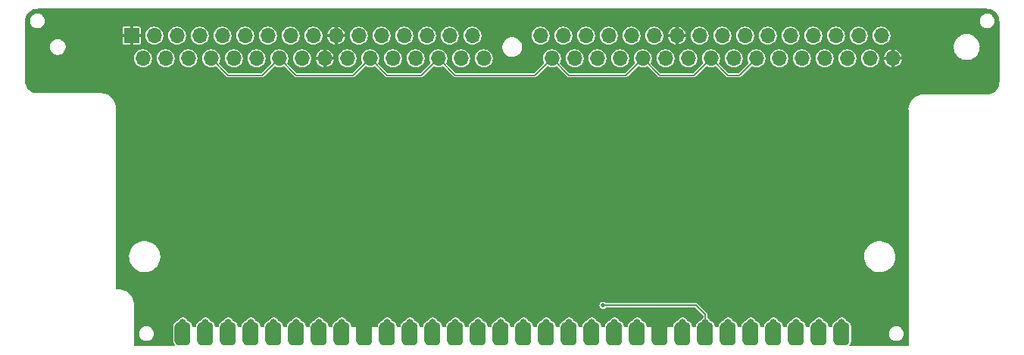
<source format=gbl>
G04 #@! TF.GenerationSoftware,KiCad,Pcbnew,(6.0.1-0)*
G04 #@! TF.CreationDate,2022-02-13T03:47:25-05:00*
G04 #@! TF.ProjectId,Adapter-30,41646170-7465-4722-9d33-302e6b696361,1.0-SOP*
G04 #@! TF.SameCoordinates,Original*
G04 #@! TF.FileFunction,Copper,L2,Bot*
G04 #@! TF.FilePolarity,Positive*
%FSLAX46Y46*%
G04 Gerber Fmt 4.6, Leading zero omitted, Abs format (unit mm)*
G04 Created by KiCad (PCBNEW (6.0.1-0)) date 2022-02-13 03:47:25*
%MOMM*%
%LPD*%
G01*
G04 APERTURE LIST*
G04 Aperture macros list*
%AMRoundRect*
0 Rectangle with rounded corners*
0 $1 Rounding radius*
0 $2 $3 $4 $5 $6 $7 $8 $9 X,Y pos of 4 corners*
0 Add a 4 corners polygon primitive as box body*
4,1,4,$2,$3,$4,$5,$6,$7,$8,$9,$2,$3,0*
0 Add four circle primitives for the rounded corners*
1,1,$1+$1,$2,$3*
1,1,$1+$1,$4,$5*
1,1,$1+$1,$6,$7*
1,1,$1+$1,$8,$9*
0 Add four rect primitives between the rounded corners*
20,1,$1+$1,$2,$3,$4,$5,0*
20,1,$1+$1,$4,$5,$6,$7,0*
20,1,$1+$1,$6,$7,$8,$9,0*
20,1,$1+$1,$8,$9,$2,$3,0*%
G04 Aperture macros list end*
G04 #@! TA.AperFunction,ComponentPad*
%ADD10C,0.800000*%
G04 #@! TD*
G04 #@! TA.AperFunction,SMDPad,CuDef*
%ADD11RoundRect,0.444500X-0.444500X-0.825500X0.444500X-0.825500X0.444500X0.825500X-0.444500X0.825500X0*%
G04 #@! TD*
G04 #@! TA.AperFunction,ComponentPad*
%ADD12R,1.700000X1.700000*%
G04 #@! TD*
G04 #@! TA.AperFunction,ComponentPad*
%ADD13O,1.700000X1.700000*%
G04 #@! TD*
G04 #@! TA.AperFunction,ViaPad*
%ADD14C,0.508000*%
G04 #@! TD*
G04 #@! TA.AperFunction,ViaPad*
%ADD15C,0.600000*%
G04 #@! TD*
G04 #@! TA.AperFunction,Conductor*
%ADD16C,0.152400*%
G04 #@! TD*
G04 APERTURE END LIST*
D10*
X157480000Y-98806000D03*
X154940000Y-98806000D03*
X129540000Y-98806000D03*
X144780000Y-98806000D03*
X139700000Y-98806000D03*
X142240000Y-98806000D03*
X137160000Y-98806000D03*
X132080000Y-98806000D03*
X134620000Y-98806000D03*
X152400000Y-98806000D03*
X147320000Y-98806000D03*
X149860000Y-98806000D03*
X127000000Y-98806000D03*
X121920000Y-98806000D03*
X124460000Y-98806000D03*
X119380000Y-98806000D03*
X114300000Y-98806000D03*
X116840000Y-98806000D03*
X111760000Y-98806000D03*
X106680000Y-98806000D03*
X109220000Y-98806000D03*
X101600000Y-98806000D03*
X104140000Y-98806000D03*
X99060000Y-98806000D03*
X96520000Y-98806000D03*
X91440000Y-98806000D03*
X93980000Y-98806000D03*
X83820000Y-98806000D03*
X86360000Y-98806000D03*
X88900000Y-98806000D03*
D11*
X157480000Y-100076000D03*
X154940000Y-100076000D03*
X152400000Y-100076000D03*
X149860000Y-100076000D03*
X147320000Y-100076000D03*
X144780000Y-100076000D03*
X142240000Y-100076000D03*
X139700000Y-100076000D03*
X137160000Y-100076000D03*
X134620000Y-100076000D03*
X132080000Y-100076000D03*
X129540000Y-100076000D03*
X127000000Y-100076000D03*
X124460000Y-100076000D03*
X121920000Y-100076000D03*
X119380000Y-100076000D03*
X116840000Y-100076000D03*
X114300000Y-100076000D03*
X111760000Y-100076000D03*
X109220000Y-100076000D03*
X106680000Y-100076000D03*
X104140000Y-100076000D03*
X101600000Y-100076000D03*
X99060000Y-100076000D03*
X96520000Y-100076000D03*
X93980000Y-100076000D03*
X91440000Y-100076000D03*
X88900000Y-100076000D03*
X86360000Y-100076000D03*
X83820000Y-100076000D03*
D12*
X78105000Y-66675000D03*
D13*
X79375000Y-69215000D03*
X80645000Y-66675000D03*
X81915000Y-69215000D03*
X83185000Y-66675000D03*
X84455000Y-69215000D03*
X85725000Y-66675000D03*
X86995000Y-69215000D03*
X88265000Y-66675000D03*
X89535000Y-69215000D03*
X90805000Y-66675000D03*
X92075000Y-69215000D03*
X93345000Y-66675000D03*
X94615000Y-69215000D03*
X95885000Y-66675000D03*
X97155000Y-69215000D03*
X98425000Y-66675000D03*
X99695000Y-69215000D03*
X100965000Y-66675000D03*
X102235000Y-69215000D03*
X103505000Y-66675000D03*
X104775000Y-69215000D03*
X106045000Y-66675000D03*
X107315000Y-69215000D03*
X108585000Y-66675000D03*
X109855000Y-69215000D03*
X111125000Y-66675000D03*
X112395000Y-69215000D03*
X113665000Y-66675000D03*
X114935000Y-69215000D03*
X116205000Y-66675000D03*
X117475000Y-69215000D03*
X123825000Y-66675000D03*
X125095000Y-69215000D03*
X126365000Y-66675000D03*
X127635000Y-69215000D03*
X128905000Y-66675000D03*
X130175000Y-69215000D03*
X131445000Y-66675000D03*
X132715000Y-69215000D03*
X133985000Y-66675000D03*
X135255000Y-69215000D03*
X136525000Y-66675000D03*
X137795000Y-69215000D03*
X139065000Y-66675000D03*
X140335000Y-69215000D03*
X141605000Y-66675000D03*
X142875000Y-69215000D03*
X144145000Y-66675000D03*
X145415000Y-69215000D03*
X146685000Y-66675000D03*
X147955000Y-69215000D03*
X149225000Y-66675000D03*
X150495000Y-69215000D03*
X151765000Y-66675000D03*
X153035000Y-69215000D03*
X154305000Y-66675000D03*
X155575000Y-69215000D03*
X156845000Y-66675000D03*
X158115000Y-69215000D03*
X159385000Y-66675000D03*
X160655000Y-69215000D03*
X161925000Y-66675000D03*
X163195000Y-69215000D03*
D14*
X156210000Y-97917000D03*
X153670000Y-97917000D03*
X151130000Y-97917000D03*
X148590000Y-97917000D03*
X146050000Y-97917000D03*
X143510000Y-97917000D03*
X140970000Y-97917000D03*
X138430000Y-97917000D03*
X135890000Y-97917000D03*
X133350000Y-97917000D03*
X130810000Y-97917000D03*
X128270000Y-97917000D03*
X125730000Y-97917000D03*
X123190000Y-97917000D03*
X120650000Y-97917000D03*
X118110000Y-97917000D03*
X115570000Y-97917000D03*
X113030000Y-97917000D03*
X110490000Y-97917000D03*
X107950000Y-97917000D03*
X105410000Y-97917000D03*
X102870000Y-97917000D03*
X100330000Y-97917000D03*
X97790000Y-97917000D03*
X95250000Y-97917000D03*
X92710000Y-97917000D03*
X90170000Y-97917000D03*
X87630000Y-97917000D03*
X164211000Y-83566000D03*
X157734000Y-64389000D03*
X147574000Y-64389000D03*
X137414000Y-64389000D03*
X127000000Y-64389000D03*
X117094000Y-64389000D03*
X83566000Y-64389000D03*
X93726000Y-64389000D03*
X103886000Y-64389000D03*
X77089000Y-83566000D03*
X172466000Y-64389000D03*
X79121000Y-94742000D03*
X161798000Y-100711000D03*
X174371000Y-66294000D03*
X79121000Y-97282000D03*
X152654000Y-64389000D03*
X142494000Y-64389000D03*
X132334000Y-64389000D03*
X122047000Y-64389000D03*
X68834000Y-64389000D03*
X66929000Y-66294000D03*
X88646000Y-64389000D03*
X108966000Y-64389000D03*
X113030000Y-64389000D03*
X77089000Y-93726000D03*
X164211000Y-93726000D03*
X164211000Y-98298000D03*
X98806000Y-64389000D03*
X122555000Y-72136000D03*
X129540000Y-72136000D03*
X135890000Y-72136000D03*
X110490000Y-72136000D03*
X101600000Y-72136000D03*
X113030000Y-72136000D03*
X125730000Y-72136000D03*
X85090000Y-72136000D03*
X99060000Y-72136000D03*
X95250000Y-72136000D03*
X102870000Y-72136000D03*
X91440000Y-72136000D03*
X83820000Y-72136000D03*
X133985000Y-72136000D03*
X121285000Y-72136000D03*
X140970000Y-72136000D03*
X144780000Y-72136000D03*
X139700000Y-72136000D03*
X151130000Y-72136000D03*
X87630000Y-72136000D03*
X105410000Y-72136000D03*
X146050000Y-72136000D03*
X89535000Y-72136000D03*
X130810000Y-72136000D03*
X97155000Y-72136000D03*
X116840000Y-72136000D03*
X92710000Y-72136000D03*
X127635000Y-72136000D03*
X109220000Y-72136000D03*
X152400000Y-72136000D03*
X114935000Y-72136000D03*
X132080000Y-72136000D03*
X107315000Y-72136000D03*
X121920000Y-70358000D03*
D15*
X156337000Y-94551500D03*
X80391000Y-75438000D03*
X83820000Y-93408500D03*
X158623000Y-94551500D03*
X157480000Y-93408500D03*
X162179000Y-75438000D03*
X162179000Y-73152000D03*
X80391000Y-73152000D03*
X82677000Y-94551500D03*
X84963000Y-94551500D03*
D14*
X130810000Y-96901000D03*
D16*
X130810000Y-96901000D02*
X141224000Y-96901000D01*
X141224000Y-96901000D02*
X142240000Y-97917000D01*
X142240000Y-97917000D02*
X142240000Y-98806000D01*
X114300000Y-71120000D02*
X123190000Y-71120000D01*
X92710000Y-71120000D02*
X94615000Y-69215000D01*
X125095000Y-69215000D02*
X127000000Y-71120000D01*
X123190000Y-71120000D02*
X125095000Y-69215000D01*
X133350000Y-71120000D02*
X135255000Y-69215000D01*
X88900000Y-71120000D02*
X92710000Y-71120000D01*
X96520000Y-71120000D02*
X102870000Y-71120000D01*
X110490000Y-71120000D02*
X112395000Y-69215000D01*
X112395000Y-69215000D02*
X114300000Y-71120000D01*
X135255000Y-69215000D02*
X137160000Y-71120000D01*
X104775000Y-69215000D02*
X106680000Y-71120000D01*
X127000000Y-71120000D02*
X133350000Y-71120000D01*
X94615000Y-69215000D02*
X96520000Y-71120000D01*
X140970000Y-71120000D02*
X142875000Y-69215000D01*
X146050000Y-71120000D02*
X147955000Y-69215000D01*
X144780000Y-71120000D02*
X146050000Y-71120000D01*
X86995000Y-69215000D02*
X88900000Y-71120000D01*
X106680000Y-71120000D02*
X110490000Y-71120000D01*
X102870000Y-71120000D02*
X104775000Y-69215000D01*
X137160000Y-71120000D02*
X140970000Y-71120000D01*
X142875000Y-69215000D02*
X144780000Y-71120000D01*
G04 #@! TA.AperFunction,Conductor*
G36*
X173725495Y-63654961D02*
G01*
X173736000Y-63657776D01*
X173745564Y-63655214D01*
X173755464Y-63655214D01*
X173755464Y-63655455D01*
X173764390Y-63654635D01*
X173944666Y-63668823D01*
X173956321Y-63670669D01*
X174154090Y-63718149D01*
X174165312Y-63721795D01*
X174353225Y-63799630D01*
X174363740Y-63804988D01*
X174537163Y-63911262D01*
X174546710Y-63918198D01*
X174701368Y-64050289D01*
X174709711Y-64058632D01*
X174841802Y-64213290D01*
X174848738Y-64222837D01*
X174955012Y-64396260D01*
X174960370Y-64406775D01*
X175038205Y-64594688D01*
X175041851Y-64605910D01*
X175089331Y-64803679D01*
X175091177Y-64815334D01*
X175105365Y-64995610D01*
X175104545Y-65004536D01*
X175104786Y-65004536D01*
X175104786Y-65014436D01*
X175102224Y-65024000D01*
X175105039Y-65034505D01*
X175107600Y-65053962D01*
X175107600Y-71852038D01*
X175105039Y-71871495D01*
X175102224Y-71882000D01*
X175104786Y-71891564D01*
X175104786Y-71901464D01*
X175104545Y-71901464D01*
X175105365Y-71910390D01*
X175091177Y-72090666D01*
X175089331Y-72102321D01*
X175041851Y-72300090D01*
X175038205Y-72311312D01*
X174960370Y-72499225D01*
X174955012Y-72509740D01*
X174848738Y-72683163D01*
X174841802Y-72692710D01*
X174709711Y-72847368D01*
X174701368Y-72855711D01*
X174546710Y-72987802D01*
X174537163Y-72994738D01*
X174363740Y-73101012D01*
X174353225Y-73106370D01*
X174165312Y-73184205D01*
X174154090Y-73187851D01*
X173956321Y-73235331D01*
X173944666Y-73237177D01*
X173764390Y-73251365D01*
X173755464Y-73250545D01*
X173755464Y-73250786D01*
X173745564Y-73250786D01*
X173736000Y-73248224D01*
X173725495Y-73251039D01*
X173706038Y-73253600D01*
X166653962Y-73253600D01*
X166634505Y-73251039D01*
X166624000Y-73248224D01*
X166618431Y-73249716D01*
X166542328Y-73255159D01*
X166387492Y-73266233D01*
X166387486Y-73266234D01*
X166384814Y-73266425D01*
X166150497Y-73317397D01*
X166147980Y-73318336D01*
X166147976Y-73318337D01*
X165928330Y-73400261D01*
X165928325Y-73400263D01*
X165925819Y-73401198D01*
X165715355Y-73516120D01*
X165523387Y-73659825D01*
X165353825Y-73829387D01*
X165210120Y-74021355D01*
X165095198Y-74231819D01*
X165094263Y-74234325D01*
X165094261Y-74234330D01*
X165057783Y-74332131D01*
X165011397Y-74456497D01*
X164960425Y-74690814D01*
X164943716Y-74924431D01*
X164942224Y-74930000D01*
X164945039Y-74940505D01*
X164947600Y-74959962D01*
X164947600Y-101372400D01*
X164930007Y-101420738D01*
X164885458Y-101446458D01*
X164872400Y-101447600D01*
X158410960Y-101447600D01*
X158362622Y-101430007D01*
X158336902Y-101385458D01*
X158345835Y-101334800D01*
X158351300Y-101326621D01*
X158443330Y-101206685D01*
X158443332Y-101206681D01*
X158446328Y-101202777D01*
X158506523Y-101057453D01*
X158507167Y-101052566D01*
X158521580Y-100943088D01*
X158521580Y-100943083D01*
X158521900Y-100940655D01*
X158521899Y-100029591D01*
X162745922Y-100029591D01*
X162755321Y-100208921D01*
X162756403Y-100212848D01*
X162756403Y-100212850D01*
X162780291Y-100299573D01*
X162803008Y-100382049D01*
X162804908Y-100385653D01*
X162804909Y-100385655D01*
X162884858Y-100537291D01*
X162886760Y-100540898D01*
X162889386Y-100544005D01*
X162889389Y-100544010D01*
X162949237Y-100614830D01*
X163002668Y-100678058D01*
X163145326Y-100787128D01*
X163308077Y-100863020D01*
X163483328Y-100902193D01*
X163488819Y-100902500D01*
X163620866Y-100902500D01*
X163622889Y-100902280D01*
X163622893Y-100902280D01*
X163689105Y-100895087D01*
X163754525Y-100887980D01*
X163924722Y-100830703D01*
X163928208Y-100828608D01*
X163928211Y-100828607D01*
X164075158Y-100740311D01*
X164078648Y-100738214D01*
X164209123Y-100614830D01*
X164310060Y-100466306D01*
X164376748Y-100299573D01*
X164406078Y-100122409D01*
X164396679Y-99943079D01*
X164372817Y-99856447D01*
X164350074Y-99773878D01*
X164350073Y-99773875D01*
X164348992Y-99769951D01*
X164302793Y-99682326D01*
X164267142Y-99614709D01*
X164267141Y-99614707D01*
X164265240Y-99611102D01*
X164262614Y-99607995D01*
X164262611Y-99607990D01*
X164151959Y-99477051D01*
X164149332Y-99473942D01*
X164015324Y-99371485D01*
X164009906Y-99367343D01*
X164006674Y-99364872D01*
X163843923Y-99288980D01*
X163833182Y-99286579D01*
X163802397Y-99279698D01*
X163668672Y-99249807D01*
X163663181Y-99249500D01*
X163531134Y-99249500D01*
X163529111Y-99249720D01*
X163529107Y-99249720D01*
X163476851Y-99255397D01*
X163397475Y-99264020D01*
X163227278Y-99321297D01*
X163223792Y-99323392D01*
X163223789Y-99323393D01*
X163136594Y-99375786D01*
X163073352Y-99413786D01*
X162942877Y-99537170D01*
X162841940Y-99685694D01*
X162775252Y-99852427D01*
X162745922Y-100029591D01*
X158521899Y-100029591D01*
X158521899Y-99211346D01*
X158506523Y-99094547D01*
X158446328Y-98949222D01*
X158350571Y-98824429D01*
X158346664Y-98821431D01*
X158229685Y-98731670D01*
X158229681Y-98731668D01*
X158225777Y-98728672D01*
X158161531Y-98702060D01*
X158085007Y-98670363D01*
X158085005Y-98670362D01*
X158080453Y-98668477D01*
X158061136Y-98665934D01*
X158015508Y-98642182D01*
X158001475Y-98620155D01*
X157964841Y-98531714D01*
X157962957Y-98527165D01*
X157959961Y-98523261D01*
X157959959Y-98523257D01*
X157877331Y-98415574D01*
X157874333Y-98411667D01*
X157758836Y-98323043D01*
X157671635Y-98286923D01*
X157628890Y-98269217D01*
X157628888Y-98269216D01*
X157624336Y-98267331D01*
X157480000Y-98248329D01*
X157335664Y-98267331D01*
X157331112Y-98269216D01*
X157331110Y-98269217D01*
X157288365Y-98286923D01*
X157201165Y-98323043D01*
X157197261Y-98326039D01*
X157197257Y-98326041D01*
X157089574Y-98408669D01*
X157085667Y-98411667D01*
X157082669Y-98415574D01*
X157000041Y-98523257D01*
X157000039Y-98523261D01*
X156997043Y-98527165D01*
X156995159Y-98531714D01*
X156958525Y-98620155D01*
X156923772Y-98658080D01*
X156898864Y-98665934D01*
X156879547Y-98668477D01*
X156874995Y-98670362D01*
X156874993Y-98670363D01*
X156798073Y-98702224D01*
X156734222Y-98728672D01*
X156609429Y-98824429D01*
X156606431Y-98828336D01*
X156516670Y-98945315D01*
X156516668Y-98945319D01*
X156513672Y-98949223D01*
X156453477Y-99094547D01*
X156452835Y-99099425D01*
X156452834Y-99099428D01*
X156438420Y-99208911D01*
X156438100Y-99211345D01*
X156438100Y-99242099D01*
X156420507Y-99290437D01*
X156375958Y-99316157D01*
X156363024Y-99317299D01*
X156057223Y-99317802D01*
X156008856Y-99300288D01*
X155983063Y-99255782D01*
X155981899Y-99242602D01*
X155981899Y-99211346D01*
X155966523Y-99094547D01*
X155906328Y-98949222D01*
X155810571Y-98824429D01*
X155806664Y-98821431D01*
X155689685Y-98731670D01*
X155689681Y-98731668D01*
X155685777Y-98728672D01*
X155621531Y-98702060D01*
X155545007Y-98670363D01*
X155545005Y-98670362D01*
X155540453Y-98668477D01*
X155521136Y-98665934D01*
X155475508Y-98642182D01*
X155461475Y-98620155D01*
X155424841Y-98531714D01*
X155422957Y-98527165D01*
X155419961Y-98523261D01*
X155419959Y-98523257D01*
X155337331Y-98415574D01*
X155334333Y-98411667D01*
X155218836Y-98323043D01*
X155131635Y-98286923D01*
X155088890Y-98269217D01*
X155088888Y-98269216D01*
X155084336Y-98267331D01*
X154940000Y-98248329D01*
X154795664Y-98267331D01*
X154791112Y-98269216D01*
X154791110Y-98269217D01*
X154748365Y-98286923D01*
X154661165Y-98323043D01*
X154657261Y-98326039D01*
X154657257Y-98326041D01*
X154549574Y-98408669D01*
X154545667Y-98411667D01*
X154542669Y-98415574D01*
X154460041Y-98523257D01*
X154460039Y-98523261D01*
X154457043Y-98527165D01*
X154455159Y-98531714D01*
X154418525Y-98620155D01*
X154383772Y-98658080D01*
X154358864Y-98665934D01*
X154339547Y-98668477D01*
X154334995Y-98670362D01*
X154334993Y-98670363D01*
X154258073Y-98702224D01*
X154194222Y-98728672D01*
X154069429Y-98824429D01*
X154066431Y-98828336D01*
X153976670Y-98945315D01*
X153976668Y-98945319D01*
X153973672Y-98949223D01*
X153913477Y-99094547D01*
X153912835Y-99099425D01*
X153912834Y-99099428D01*
X153898420Y-99208911D01*
X153898100Y-99211345D01*
X153898100Y-99246277D01*
X153880507Y-99294615D01*
X153835958Y-99320335D01*
X153823029Y-99321477D01*
X153518202Y-99321978D01*
X153517223Y-99321980D01*
X153468856Y-99304466D01*
X153443063Y-99259960D01*
X153441899Y-99246780D01*
X153441899Y-99211346D01*
X153426523Y-99094547D01*
X153366328Y-98949222D01*
X153270571Y-98824429D01*
X153266664Y-98821431D01*
X153149685Y-98731670D01*
X153149681Y-98731668D01*
X153145777Y-98728672D01*
X153081531Y-98702060D01*
X153005007Y-98670363D01*
X153005005Y-98670362D01*
X153000453Y-98668477D01*
X152981136Y-98665934D01*
X152935508Y-98642182D01*
X152921475Y-98620155D01*
X152884841Y-98531714D01*
X152882957Y-98527165D01*
X152879961Y-98523261D01*
X152879959Y-98523257D01*
X152797331Y-98415574D01*
X152794333Y-98411667D01*
X152678836Y-98323043D01*
X152591635Y-98286923D01*
X152548890Y-98269217D01*
X152548888Y-98269216D01*
X152544336Y-98267331D01*
X152400000Y-98248329D01*
X152255664Y-98267331D01*
X152251112Y-98269216D01*
X152251110Y-98269217D01*
X152208365Y-98286923D01*
X152121165Y-98323043D01*
X152117261Y-98326039D01*
X152117257Y-98326041D01*
X152009574Y-98408669D01*
X152005667Y-98411667D01*
X152002669Y-98415574D01*
X151920041Y-98523257D01*
X151920039Y-98523261D01*
X151917043Y-98527165D01*
X151915159Y-98531714D01*
X151878525Y-98620155D01*
X151843772Y-98658080D01*
X151818864Y-98665934D01*
X151799547Y-98668477D01*
X151794995Y-98670362D01*
X151794993Y-98670363D01*
X151718073Y-98702224D01*
X151654222Y-98728672D01*
X151529429Y-98824429D01*
X151526431Y-98828336D01*
X151436670Y-98945315D01*
X151436668Y-98945319D01*
X151433672Y-98949223D01*
X151373477Y-99094547D01*
X151372835Y-99099425D01*
X151372834Y-99099428D01*
X151358420Y-99208911D01*
X151358100Y-99211345D01*
X151358100Y-99250454D01*
X151340507Y-99298792D01*
X151295958Y-99324512D01*
X151283024Y-99325654D01*
X150977223Y-99326157D01*
X150928856Y-99308643D01*
X150903063Y-99264137D01*
X150901899Y-99250957D01*
X150901899Y-99211346D01*
X150886523Y-99094547D01*
X150826328Y-98949222D01*
X150730571Y-98824429D01*
X150726664Y-98821431D01*
X150609685Y-98731670D01*
X150609681Y-98731668D01*
X150605777Y-98728672D01*
X150541531Y-98702060D01*
X150465007Y-98670363D01*
X150465005Y-98670362D01*
X150460453Y-98668477D01*
X150441136Y-98665934D01*
X150395508Y-98642182D01*
X150381475Y-98620155D01*
X150344841Y-98531714D01*
X150342957Y-98527165D01*
X150339961Y-98523261D01*
X150339959Y-98523257D01*
X150257331Y-98415574D01*
X150254333Y-98411667D01*
X150138836Y-98323043D01*
X150051635Y-98286923D01*
X150008890Y-98269217D01*
X150008888Y-98269216D01*
X150004336Y-98267331D01*
X149860000Y-98248329D01*
X149715664Y-98267331D01*
X149711112Y-98269216D01*
X149711110Y-98269217D01*
X149668365Y-98286923D01*
X149581165Y-98323043D01*
X149577261Y-98326039D01*
X149577257Y-98326041D01*
X149469574Y-98408669D01*
X149465667Y-98411667D01*
X149462669Y-98415574D01*
X149380041Y-98523257D01*
X149380039Y-98523261D01*
X149377043Y-98527165D01*
X149375159Y-98531714D01*
X149338525Y-98620155D01*
X149303772Y-98658080D01*
X149278864Y-98665934D01*
X149259547Y-98668477D01*
X149254995Y-98670362D01*
X149254993Y-98670363D01*
X149178073Y-98702224D01*
X149114222Y-98728672D01*
X148989429Y-98824429D01*
X148986431Y-98828336D01*
X148896670Y-98945315D01*
X148896668Y-98945319D01*
X148893672Y-98949223D01*
X148833477Y-99094547D01*
X148832835Y-99099425D01*
X148832834Y-99099428D01*
X148818420Y-99208911D01*
X148818100Y-99211345D01*
X148818100Y-99254632D01*
X148800507Y-99302970D01*
X148755958Y-99328690D01*
X148743024Y-99329832D01*
X148437223Y-99330335D01*
X148388856Y-99312821D01*
X148363063Y-99268315D01*
X148361899Y-99255135D01*
X148361899Y-99211346D01*
X148346523Y-99094547D01*
X148286328Y-98949222D01*
X148190571Y-98824429D01*
X148186664Y-98821431D01*
X148069685Y-98731670D01*
X148069681Y-98731668D01*
X148065777Y-98728672D01*
X148001531Y-98702060D01*
X147925007Y-98670363D01*
X147925005Y-98670362D01*
X147920453Y-98668477D01*
X147901136Y-98665934D01*
X147855508Y-98642182D01*
X147841475Y-98620155D01*
X147804841Y-98531714D01*
X147802957Y-98527165D01*
X147799961Y-98523261D01*
X147799959Y-98523257D01*
X147717331Y-98415574D01*
X147714333Y-98411667D01*
X147598836Y-98323043D01*
X147511635Y-98286923D01*
X147468890Y-98269217D01*
X147468888Y-98269216D01*
X147464336Y-98267331D01*
X147320000Y-98248329D01*
X147175664Y-98267331D01*
X147171112Y-98269216D01*
X147171110Y-98269217D01*
X147128365Y-98286923D01*
X147041165Y-98323043D01*
X147037261Y-98326039D01*
X147037257Y-98326041D01*
X146929574Y-98408669D01*
X146925667Y-98411667D01*
X146922669Y-98415574D01*
X146840041Y-98523257D01*
X146840039Y-98523261D01*
X146837043Y-98527165D01*
X146835159Y-98531714D01*
X146798525Y-98620155D01*
X146763772Y-98658080D01*
X146738864Y-98665934D01*
X146719547Y-98668477D01*
X146714995Y-98670362D01*
X146714993Y-98670363D01*
X146638073Y-98702224D01*
X146574222Y-98728672D01*
X146449429Y-98824429D01*
X146446431Y-98828336D01*
X146356670Y-98945315D01*
X146356668Y-98945319D01*
X146353672Y-98949223D01*
X146293477Y-99094547D01*
X146292835Y-99099425D01*
X146292834Y-99099428D01*
X146278420Y-99208911D01*
X146278100Y-99211345D01*
X146278100Y-99258810D01*
X146260507Y-99307148D01*
X146215958Y-99332868D01*
X146203029Y-99334010D01*
X145898202Y-99334511D01*
X145897223Y-99334513D01*
X145848856Y-99316999D01*
X145823063Y-99272493D01*
X145821899Y-99259313D01*
X145821899Y-99211346D01*
X145806523Y-99094547D01*
X145746328Y-98949222D01*
X145650571Y-98824429D01*
X145646664Y-98821431D01*
X145529685Y-98731670D01*
X145529681Y-98731668D01*
X145525777Y-98728672D01*
X145461531Y-98702060D01*
X145385007Y-98670363D01*
X145385005Y-98670362D01*
X145380453Y-98668477D01*
X145361136Y-98665934D01*
X145315508Y-98642182D01*
X145301475Y-98620155D01*
X145264841Y-98531714D01*
X145262957Y-98527165D01*
X145259961Y-98523261D01*
X145259959Y-98523257D01*
X145177331Y-98415574D01*
X145174333Y-98411667D01*
X145058836Y-98323043D01*
X144971635Y-98286923D01*
X144928890Y-98269217D01*
X144928888Y-98269216D01*
X144924336Y-98267331D01*
X144780000Y-98248329D01*
X144635664Y-98267331D01*
X144631112Y-98269216D01*
X144631110Y-98269217D01*
X144588365Y-98286923D01*
X144501165Y-98323043D01*
X144497261Y-98326039D01*
X144497257Y-98326041D01*
X144389574Y-98408669D01*
X144385667Y-98411667D01*
X144382669Y-98415574D01*
X144300041Y-98523257D01*
X144300039Y-98523261D01*
X144297043Y-98527165D01*
X144295159Y-98531714D01*
X144258525Y-98620155D01*
X144223772Y-98658080D01*
X144198864Y-98665934D01*
X144179547Y-98668477D01*
X144174995Y-98670362D01*
X144174993Y-98670363D01*
X144098073Y-98702224D01*
X144034222Y-98728672D01*
X143909429Y-98824429D01*
X143906431Y-98828336D01*
X143816670Y-98945315D01*
X143816668Y-98945319D01*
X143813672Y-98949223D01*
X143753477Y-99094547D01*
X143752835Y-99099425D01*
X143752834Y-99099428D01*
X143738420Y-99208911D01*
X143738100Y-99211345D01*
X143738100Y-99262987D01*
X143720507Y-99311325D01*
X143675958Y-99337045D01*
X143663024Y-99338187D01*
X143357223Y-99338690D01*
X143308856Y-99321176D01*
X143283063Y-99276670D01*
X143281899Y-99263490D01*
X143281899Y-99211346D01*
X143266523Y-99094547D01*
X143206328Y-98949222D01*
X143110571Y-98824429D01*
X143106664Y-98821431D01*
X142989685Y-98731670D01*
X142989681Y-98731668D01*
X142985777Y-98728672D01*
X142921531Y-98702060D01*
X142845007Y-98670363D01*
X142845005Y-98670362D01*
X142840453Y-98668477D01*
X142821136Y-98665934D01*
X142775508Y-98642182D01*
X142761475Y-98620155D01*
X142724841Y-98531714D01*
X142722957Y-98527165D01*
X142719961Y-98523261D01*
X142719959Y-98523257D01*
X142637331Y-98415574D01*
X142634333Y-98411667D01*
X142518836Y-98323043D01*
X142514281Y-98321156D01*
X142510013Y-98318692D01*
X142510795Y-98317338D01*
X142477599Y-98286923D01*
X142469100Y-98252195D01*
X142469100Y-97924960D01*
X142469203Y-97921024D01*
X142470920Y-97888252D01*
X142471334Y-97880361D01*
X142462463Y-97857250D01*
X142459118Y-97845958D01*
X142453969Y-97821735D01*
X142449323Y-97815340D01*
X142448893Y-97814748D01*
X142439527Y-97797498D01*
X142439265Y-97796816D01*
X142439264Y-97796815D01*
X142436432Y-97789436D01*
X142418936Y-97771940D01*
X142411272Y-97762968D01*
X142401367Y-97749335D01*
X142396722Y-97742942D01*
X142389243Y-97738624D01*
X142373669Y-97726673D01*
X141883978Y-97236981D01*
X141391630Y-96744633D01*
X141388920Y-96741778D01*
X141366958Y-96717387D01*
X141361670Y-96711514D01*
X141339053Y-96701444D01*
X141328697Y-96695821D01*
X141307936Y-96682339D01*
X141299412Y-96680989D01*
X141280587Y-96675413D01*
X141279920Y-96675116D01*
X141272697Y-96671900D01*
X141247946Y-96671900D01*
X141236182Y-96670974D01*
X141219548Y-96668339D01*
X141219546Y-96668339D01*
X141211742Y-96667103D01*
X141204110Y-96669148D01*
X141204109Y-96669148D01*
X141203401Y-96669338D01*
X141183938Y-96671900D01*
X131187491Y-96671900D01*
X131139153Y-96654307D01*
X131134317Y-96649874D01*
X131052151Y-96567708D01*
X130937306Y-96509191D01*
X130810000Y-96489028D01*
X130682694Y-96509191D01*
X130567849Y-96567708D01*
X130476708Y-96658849D01*
X130474020Y-96664125D01*
X130474019Y-96664126D01*
X130470530Y-96670974D01*
X130418191Y-96773694D01*
X130398028Y-96901000D01*
X130418191Y-97028306D01*
X130476708Y-97143151D01*
X130567849Y-97234292D01*
X130682694Y-97292809D01*
X130810000Y-97312972D01*
X130937306Y-97292809D01*
X131052151Y-97234292D01*
X131134317Y-97152126D01*
X131180937Y-97130386D01*
X131187491Y-97130100D01*
X141097956Y-97130100D01*
X141146294Y-97147693D01*
X141151130Y-97152126D01*
X141988874Y-97989871D01*
X142010614Y-98036491D01*
X142010900Y-98043045D01*
X142010900Y-98252195D01*
X141993307Y-98300533D01*
X141969557Y-98317945D01*
X141969988Y-98318691D01*
X141965713Y-98321159D01*
X141961165Y-98323043D01*
X141957261Y-98326039D01*
X141957257Y-98326041D01*
X141849574Y-98408669D01*
X141845667Y-98411667D01*
X141842669Y-98415574D01*
X141760041Y-98523257D01*
X141760039Y-98523261D01*
X141757043Y-98527165D01*
X141755159Y-98531714D01*
X141718525Y-98620155D01*
X141683772Y-98658080D01*
X141658864Y-98665934D01*
X141639547Y-98668477D01*
X141634995Y-98670362D01*
X141634993Y-98670363D01*
X141558073Y-98702224D01*
X141494222Y-98728672D01*
X141369429Y-98824429D01*
X141366431Y-98828336D01*
X141276670Y-98945315D01*
X141276668Y-98945319D01*
X141273672Y-98949223D01*
X141213477Y-99094547D01*
X141212835Y-99099425D01*
X141212834Y-99099428D01*
X141198420Y-99208911D01*
X141198100Y-99211345D01*
X141198100Y-99267165D01*
X141180507Y-99315503D01*
X141135958Y-99341223D01*
X141123024Y-99342365D01*
X140817223Y-99342868D01*
X140768856Y-99325354D01*
X140743063Y-99280848D01*
X140741899Y-99267668D01*
X140741899Y-99211346D01*
X140726523Y-99094547D01*
X140666328Y-98949222D01*
X140570571Y-98824429D01*
X140566664Y-98821431D01*
X140449685Y-98731670D01*
X140449681Y-98731668D01*
X140445777Y-98728672D01*
X140381531Y-98702060D01*
X140305007Y-98670363D01*
X140305005Y-98670362D01*
X140300453Y-98668477D01*
X140281136Y-98665934D01*
X140235508Y-98642182D01*
X140221475Y-98620155D01*
X140184841Y-98531714D01*
X140182957Y-98527165D01*
X140179961Y-98523261D01*
X140179959Y-98523257D01*
X140097331Y-98415574D01*
X140094333Y-98411667D01*
X139978836Y-98323043D01*
X139891635Y-98286923D01*
X139848890Y-98269217D01*
X139848888Y-98269216D01*
X139844336Y-98267331D01*
X139700000Y-98248329D01*
X139555664Y-98267331D01*
X139551112Y-98269216D01*
X139551110Y-98269217D01*
X139508365Y-98286923D01*
X139421165Y-98323043D01*
X139417261Y-98326039D01*
X139417257Y-98326041D01*
X139309574Y-98408669D01*
X139305667Y-98411667D01*
X139302669Y-98415574D01*
X139220041Y-98523257D01*
X139220039Y-98523261D01*
X139217043Y-98527165D01*
X139215159Y-98531714D01*
X139178525Y-98620155D01*
X139143772Y-98658080D01*
X139118864Y-98665934D01*
X139099547Y-98668477D01*
X139094995Y-98670362D01*
X139094993Y-98670363D01*
X139018073Y-98702224D01*
X138954222Y-98728672D01*
X138829429Y-98824429D01*
X138826431Y-98828336D01*
X138736670Y-98945315D01*
X138736668Y-98945319D01*
X138733672Y-98949223D01*
X138673477Y-99094547D01*
X138672835Y-99099425D01*
X138672834Y-99099428D01*
X138658420Y-99208911D01*
X138658100Y-99211345D01*
X138658100Y-99271342D01*
X138640507Y-99319680D01*
X138595958Y-99345400D01*
X138583024Y-99346542D01*
X135737223Y-99351223D01*
X135688856Y-99333709D01*
X135663063Y-99289203D01*
X135661899Y-99276023D01*
X135661899Y-99211346D01*
X135646523Y-99094547D01*
X135586328Y-98949222D01*
X135490571Y-98824429D01*
X135486664Y-98821431D01*
X135369685Y-98731670D01*
X135369681Y-98731668D01*
X135365777Y-98728672D01*
X135301531Y-98702060D01*
X135225007Y-98670363D01*
X135225005Y-98670362D01*
X135220453Y-98668477D01*
X135201136Y-98665934D01*
X135155508Y-98642182D01*
X135141475Y-98620155D01*
X135104841Y-98531714D01*
X135102957Y-98527165D01*
X135099961Y-98523261D01*
X135099959Y-98523257D01*
X135017331Y-98415574D01*
X135014333Y-98411667D01*
X134898836Y-98323043D01*
X134811635Y-98286923D01*
X134768890Y-98269217D01*
X134768888Y-98269216D01*
X134764336Y-98267331D01*
X134620000Y-98248329D01*
X134475664Y-98267331D01*
X134471112Y-98269216D01*
X134471110Y-98269217D01*
X134428365Y-98286923D01*
X134341165Y-98323043D01*
X134337261Y-98326039D01*
X134337257Y-98326041D01*
X134229574Y-98408669D01*
X134225667Y-98411667D01*
X134222669Y-98415574D01*
X134140041Y-98523257D01*
X134140039Y-98523261D01*
X134137043Y-98527165D01*
X134135159Y-98531714D01*
X134098525Y-98620155D01*
X134063772Y-98658080D01*
X134038864Y-98665934D01*
X134019547Y-98668477D01*
X134014995Y-98670362D01*
X134014993Y-98670363D01*
X133938073Y-98702224D01*
X133874222Y-98728672D01*
X133749429Y-98824429D01*
X133746431Y-98828336D01*
X133656670Y-98945315D01*
X133656668Y-98945319D01*
X133653672Y-98949223D01*
X133593477Y-99094547D01*
X133592835Y-99099425D01*
X133592834Y-99099428D01*
X133578420Y-99208911D01*
X133578100Y-99211345D01*
X133578100Y-99279698D01*
X133560507Y-99328036D01*
X133515958Y-99353756D01*
X133503024Y-99354898D01*
X133197223Y-99355401D01*
X133148856Y-99337887D01*
X133123063Y-99293381D01*
X133121899Y-99280201D01*
X133121899Y-99211346D01*
X133106523Y-99094547D01*
X133046328Y-98949222D01*
X132950571Y-98824429D01*
X132946664Y-98821431D01*
X132829685Y-98731670D01*
X132829681Y-98731668D01*
X132825777Y-98728672D01*
X132761531Y-98702060D01*
X132685007Y-98670363D01*
X132685005Y-98670362D01*
X132680453Y-98668477D01*
X132661136Y-98665934D01*
X132615508Y-98642182D01*
X132601475Y-98620155D01*
X132564841Y-98531714D01*
X132562957Y-98527165D01*
X132559961Y-98523261D01*
X132559959Y-98523257D01*
X132477331Y-98415574D01*
X132474333Y-98411667D01*
X132358836Y-98323043D01*
X132271635Y-98286923D01*
X132228890Y-98269217D01*
X132228888Y-98269216D01*
X132224336Y-98267331D01*
X132080000Y-98248329D01*
X131935664Y-98267331D01*
X131931112Y-98269216D01*
X131931110Y-98269217D01*
X131888365Y-98286923D01*
X131801165Y-98323043D01*
X131797261Y-98326039D01*
X131797257Y-98326041D01*
X131689574Y-98408669D01*
X131685667Y-98411667D01*
X131682669Y-98415574D01*
X131600041Y-98523257D01*
X131600039Y-98523261D01*
X131597043Y-98527165D01*
X131595159Y-98531714D01*
X131558525Y-98620155D01*
X131523772Y-98658080D01*
X131498864Y-98665934D01*
X131479547Y-98668477D01*
X131474995Y-98670362D01*
X131474993Y-98670363D01*
X131398073Y-98702224D01*
X131334222Y-98728672D01*
X131209429Y-98824429D01*
X131206431Y-98828336D01*
X131116670Y-98945315D01*
X131116668Y-98945319D01*
X131113672Y-98949223D01*
X131053477Y-99094547D01*
X131052835Y-99099425D01*
X131052834Y-99099428D01*
X131038420Y-99208911D01*
X131038100Y-99211345D01*
X131038100Y-99283875D01*
X131020507Y-99332213D01*
X130975958Y-99357933D01*
X130963024Y-99359075D01*
X130657223Y-99359578D01*
X130608856Y-99342064D01*
X130583063Y-99297558D01*
X130581899Y-99284378D01*
X130581899Y-99211346D01*
X130566523Y-99094547D01*
X130506328Y-98949222D01*
X130410571Y-98824429D01*
X130406664Y-98821431D01*
X130289685Y-98731670D01*
X130289681Y-98731668D01*
X130285777Y-98728672D01*
X130221531Y-98702060D01*
X130145007Y-98670363D01*
X130145005Y-98670362D01*
X130140453Y-98668477D01*
X130121136Y-98665934D01*
X130075508Y-98642182D01*
X130061475Y-98620155D01*
X130024841Y-98531714D01*
X130022957Y-98527165D01*
X130019961Y-98523261D01*
X130019959Y-98523257D01*
X129937331Y-98415574D01*
X129934333Y-98411667D01*
X129818836Y-98323043D01*
X129731635Y-98286923D01*
X129688890Y-98269217D01*
X129688888Y-98269216D01*
X129684336Y-98267331D01*
X129540000Y-98248329D01*
X129395664Y-98267331D01*
X129391112Y-98269216D01*
X129391110Y-98269217D01*
X129348365Y-98286923D01*
X129261165Y-98323043D01*
X129257261Y-98326039D01*
X129257257Y-98326041D01*
X129149574Y-98408669D01*
X129145667Y-98411667D01*
X129142669Y-98415574D01*
X129060041Y-98523257D01*
X129060039Y-98523261D01*
X129057043Y-98527165D01*
X129055159Y-98531714D01*
X129018525Y-98620155D01*
X128983772Y-98658080D01*
X128958864Y-98665934D01*
X128939547Y-98668477D01*
X128934995Y-98670362D01*
X128934993Y-98670363D01*
X128858073Y-98702224D01*
X128794222Y-98728672D01*
X128669429Y-98824429D01*
X128666431Y-98828336D01*
X128576670Y-98945315D01*
X128576668Y-98945319D01*
X128573672Y-98949223D01*
X128513477Y-99094547D01*
X128512835Y-99099425D01*
X128512834Y-99099428D01*
X128498420Y-99208911D01*
X128498100Y-99211345D01*
X128498100Y-99288053D01*
X128480507Y-99336391D01*
X128435958Y-99362111D01*
X128423024Y-99363253D01*
X128117223Y-99363756D01*
X128068856Y-99346242D01*
X128043063Y-99301736D01*
X128041899Y-99288556D01*
X128041899Y-99211346D01*
X128026523Y-99094547D01*
X127966328Y-98949222D01*
X127870571Y-98824429D01*
X127866664Y-98821431D01*
X127749685Y-98731670D01*
X127749681Y-98731668D01*
X127745777Y-98728672D01*
X127681531Y-98702060D01*
X127605007Y-98670363D01*
X127605005Y-98670362D01*
X127600453Y-98668477D01*
X127581136Y-98665934D01*
X127535508Y-98642182D01*
X127521475Y-98620155D01*
X127484841Y-98531714D01*
X127482957Y-98527165D01*
X127479961Y-98523261D01*
X127479959Y-98523257D01*
X127397331Y-98415574D01*
X127394333Y-98411667D01*
X127278836Y-98323043D01*
X127191635Y-98286923D01*
X127148890Y-98269217D01*
X127148888Y-98269216D01*
X127144336Y-98267331D01*
X127000000Y-98248329D01*
X126855664Y-98267331D01*
X126851112Y-98269216D01*
X126851110Y-98269217D01*
X126808365Y-98286923D01*
X126721165Y-98323043D01*
X126717261Y-98326039D01*
X126717257Y-98326041D01*
X126609574Y-98408669D01*
X126605667Y-98411667D01*
X126602669Y-98415574D01*
X126520041Y-98523257D01*
X126520039Y-98523261D01*
X126517043Y-98527165D01*
X126515159Y-98531714D01*
X126478525Y-98620155D01*
X126443772Y-98658080D01*
X126418864Y-98665934D01*
X126399547Y-98668477D01*
X126394995Y-98670362D01*
X126394993Y-98670363D01*
X126318073Y-98702224D01*
X126254222Y-98728672D01*
X126129429Y-98824429D01*
X126126431Y-98828336D01*
X126036670Y-98945315D01*
X126036668Y-98945319D01*
X126033672Y-98949223D01*
X125973477Y-99094547D01*
X125972835Y-99099425D01*
X125972834Y-99099428D01*
X125958420Y-99208911D01*
X125958100Y-99211345D01*
X125958100Y-99292231D01*
X125940507Y-99340569D01*
X125895958Y-99366289D01*
X125883029Y-99367431D01*
X125578202Y-99367932D01*
X125577223Y-99367934D01*
X125528856Y-99350420D01*
X125503063Y-99305914D01*
X125501899Y-99292734D01*
X125501899Y-99211346D01*
X125486523Y-99094547D01*
X125426328Y-98949222D01*
X125330571Y-98824429D01*
X125326664Y-98821431D01*
X125209685Y-98731670D01*
X125209681Y-98731668D01*
X125205777Y-98728672D01*
X125141531Y-98702060D01*
X125065007Y-98670363D01*
X125065005Y-98670362D01*
X125060453Y-98668477D01*
X125041136Y-98665934D01*
X124995508Y-98642182D01*
X124981475Y-98620155D01*
X124944841Y-98531714D01*
X124942957Y-98527165D01*
X124939961Y-98523261D01*
X124939959Y-98523257D01*
X124857331Y-98415574D01*
X124854333Y-98411667D01*
X124738836Y-98323043D01*
X124651635Y-98286923D01*
X124608890Y-98269217D01*
X124608888Y-98269216D01*
X124604336Y-98267331D01*
X124460000Y-98248329D01*
X124315664Y-98267331D01*
X124311112Y-98269216D01*
X124311110Y-98269217D01*
X124268365Y-98286923D01*
X124181165Y-98323043D01*
X124177261Y-98326039D01*
X124177257Y-98326041D01*
X124069574Y-98408669D01*
X124065667Y-98411667D01*
X124062669Y-98415574D01*
X123980041Y-98523257D01*
X123980039Y-98523261D01*
X123977043Y-98527165D01*
X123975159Y-98531714D01*
X123938525Y-98620155D01*
X123903772Y-98658080D01*
X123878864Y-98665934D01*
X123859547Y-98668477D01*
X123854995Y-98670362D01*
X123854993Y-98670363D01*
X123778073Y-98702224D01*
X123714222Y-98728672D01*
X123589429Y-98824429D01*
X123586431Y-98828336D01*
X123496670Y-98945315D01*
X123496668Y-98945319D01*
X123493672Y-98949223D01*
X123433477Y-99094547D01*
X123432835Y-99099425D01*
X123432834Y-99099428D01*
X123418420Y-99208911D01*
X123418100Y-99211345D01*
X123418100Y-99296408D01*
X123400507Y-99344746D01*
X123355958Y-99370466D01*
X123343024Y-99371608D01*
X123037223Y-99372111D01*
X122988856Y-99354597D01*
X122963063Y-99310091D01*
X122961899Y-99296911D01*
X122961899Y-99211346D01*
X122946523Y-99094547D01*
X122886328Y-98949222D01*
X122790571Y-98824429D01*
X122786664Y-98821431D01*
X122669685Y-98731670D01*
X122669681Y-98731668D01*
X122665777Y-98728672D01*
X122601531Y-98702060D01*
X122525007Y-98670363D01*
X122525005Y-98670362D01*
X122520453Y-98668477D01*
X122501136Y-98665934D01*
X122455508Y-98642182D01*
X122441475Y-98620155D01*
X122404841Y-98531714D01*
X122402957Y-98527165D01*
X122399961Y-98523261D01*
X122399959Y-98523257D01*
X122317331Y-98415574D01*
X122314333Y-98411667D01*
X122198836Y-98323043D01*
X122111635Y-98286923D01*
X122068890Y-98269217D01*
X122068888Y-98269216D01*
X122064336Y-98267331D01*
X121920000Y-98248329D01*
X121775664Y-98267331D01*
X121771112Y-98269216D01*
X121771110Y-98269217D01*
X121728365Y-98286923D01*
X121641165Y-98323043D01*
X121637261Y-98326039D01*
X121637257Y-98326041D01*
X121529574Y-98408669D01*
X121525667Y-98411667D01*
X121522669Y-98415574D01*
X121440041Y-98523257D01*
X121440039Y-98523261D01*
X121437043Y-98527165D01*
X121435159Y-98531714D01*
X121398525Y-98620155D01*
X121363772Y-98658080D01*
X121338864Y-98665934D01*
X121319547Y-98668477D01*
X121314995Y-98670362D01*
X121314993Y-98670363D01*
X121238073Y-98702224D01*
X121174222Y-98728672D01*
X121049429Y-98824429D01*
X121046431Y-98828336D01*
X120956670Y-98945315D01*
X120956668Y-98945319D01*
X120953672Y-98949223D01*
X120893477Y-99094547D01*
X120892835Y-99099425D01*
X120892834Y-99099428D01*
X120878420Y-99208911D01*
X120878100Y-99211345D01*
X120878100Y-99300586D01*
X120860507Y-99348924D01*
X120815958Y-99374644D01*
X120803024Y-99375786D01*
X120497223Y-99376289D01*
X120448856Y-99358775D01*
X120423063Y-99314269D01*
X120421899Y-99301089D01*
X120421899Y-99211346D01*
X120406523Y-99094547D01*
X120346328Y-98949222D01*
X120250571Y-98824429D01*
X120246664Y-98821431D01*
X120129685Y-98731670D01*
X120129681Y-98731668D01*
X120125777Y-98728672D01*
X120061531Y-98702060D01*
X119985007Y-98670363D01*
X119985005Y-98670362D01*
X119980453Y-98668477D01*
X119961136Y-98665934D01*
X119915508Y-98642182D01*
X119901475Y-98620155D01*
X119864841Y-98531714D01*
X119862957Y-98527165D01*
X119859961Y-98523261D01*
X119859959Y-98523257D01*
X119777331Y-98415574D01*
X119774333Y-98411667D01*
X119658836Y-98323043D01*
X119571635Y-98286923D01*
X119528890Y-98269217D01*
X119528888Y-98269216D01*
X119524336Y-98267331D01*
X119380000Y-98248329D01*
X119235664Y-98267331D01*
X119231112Y-98269216D01*
X119231110Y-98269217D01*
X119188365Y-98286923D01*
X119101165Y-98323043D01*
X119097261Y-98326039D01*
X119097257Y-98326041D01*
X118989574Y-98408669D01*
X118985667Y-98411667D01*
X118982669Y-98415574D01*
X118900041Y-98523257D01*
X118900039Y-98523261D01*
X118897043Y-98527165D01*
X118895159Y-98531714D01*
X118858525Y-98620155D01*
X118823772Y-98658080D01*
X118798864Y-98665934D01*
X118779547Y-98668477D01*
X118774995Y-98670362D01*
X118774993Y-98670363D01*
X118698073Y-98702224D01*
X118634222Y-98728672D01*
X118509429Y-98824429D01*
X118506431Y-98828336D01*
X118416670Y-98945315D01*
X118416668Y-98945319D01*
X118413672Y-98949223D01*
X118353477Y-99094547D01*
X118352835Y-99099425D01*
X118352834Y-99099428D01*
X118338420Y-99208911D01*
X118338100Y-99211345D01*
X118338100Y-99299717D01*
X118320507Y-99348055D01*
X118275958Y-99373775D01*
X118262770Y-99374917D01*
X118236300Y-99374871D01*
X117956968Y-99374390D01*
X117908662Y-99356713D01*
X117883019Y-99312121D01*
X117881899Y-99299190D01*
X117881899Y-99211346D01*
X117866523Y-99094547D01*
X117806328Y-98949222D01*
X117710571Y-98824429D01*
X117706664Y-98821431D01*
X117589685Y-98731670D01*
X117589681Y-98731668D01*
X117585777Y-98728672D01*
X117521531Y-98702060D01*
X117445007Y-98670363D01*
X117445005Y-98670362D01*
X117440453Y-98668477D01*
X117421136Y-98665934D01*
X117375508Y-98642182D01*
X117361475Y-98620155D01*
X117324841Y-98531714D01*
X117322957Y-98527165D01*
X117319961Y-98523261D01*
X117319959Y-98523257D01*
X117237331Y-98415574D01*
X117234333Y-98411667D01*
X117118836Y-98323043D01*
X117031635Y-98286923D01*
X116988890Y-98269217D01*
X116988888Y-98269216D01*
X116984336Y-98267331D01*
X116840000Y-98248329D01*
X116695664Y-98267331D01*
X116691112Y-98269216D01*
X116691110Y-98269217D01*
X116648365Y-98286923D01*
X116561165Y-98323043D01*
X116557261Y-98326039D01*
X116557257Y-98326041D01*
X116449574Y-98408669D01*
X116445667Y-98411667D01*
X116442669Y-98415574D01*
X116360041Y-98523257D01*
X116360039Y-98523261D01*
X116357043Y-98527165D01*
X116355159Y-98531714D01*
X116318525Y-98620155D01*
X116283772Y-98658080D01*
X116258864Y-98665934D01*
X116239547Y-98668477D01*
X116234995Y-98670362D01*
X116234993Y-98670363D01*
X116158073Y-98702224D01*
X116094222Y-98728672D01*
X115969429Y-98824429D01*
X115966431Y-98828336D01*
X115876670Y-98945315D01*
X115876668Y-98945319D01*
X115873672Y-98949223D01*
X115813477Y-99094547D01*
X115812835Y-99099425D01*
X115812834Y-99099428D01*
X115798420Y-99208911D01*
X115798100Y-99211345D01*
X115798100Y-99295337D01*
X115780507Y-99343675D01*
X115735958Y-99369395D01*
X115722770Y-99370537D01*
X115416969Y-99370010D01*
X115368662Y-99352333D01*
X115343019Y-99307741D01*
X115341899Y-99294810D01*
X115341899Y-99211346D01*
X115326523Y-99094547D01*
X115266328Y-98949222D01*
X115170571Y-98824429D01*
X115166664Y-98821431D01*
X115049685Y-98731670D01*
X115049681Y-98731668D01*
X115045777Y-98728672D01*
X114981531Y-98702060D01*
X114905007Y-98670363D01*
X114905005Y-98670362D01*
X114900453Y-98668477D01*
X114881136Y-98665934D01*
X114835508Y-98642182D01*
X114821475Y-98620155D01*
X114784841Y-98531714D01*
X114782957Y-98527165D01*
X114779961Y-98523261D01*
X114779959Y-98523257D01*
X114697331Y-98415574D01*
X114694333Y-98411667D01*
X114578836Y-98323043D01*
X114491635Y-98286923D01*
X114448890Y-98269217D01*
X114448888Y-98269216D01*
X114444336Y-98267331D01*
X114300000Y-98248329D01*
X114155664Y-98267331D01*
X114151112Y-98269216D01*
X114151110Y-98269217D01*
X114108365Y-98286923D01*
X114021165Y-98323043D01*
X114017261Y-98326039D01*
X114017257Y-98326041D01*
X113909574Y-98408669D01*
X113905667Y-98411667D01*
X113902669Y-98415574D01*
X113820041Y-98523257D01*
X113820039Y-98523261D01*
X113817043Y-98527165D01*
X113815159Y-98531714D01*
X113778525Y-98620155D01*
X113743772Y-98658080D01*
X113718864Y-98665934D01*
X113699547Y-98668477D01*
X113694995Y-98670362D01*
X113694993Y-98670363D01*
X113618073Y-98702224D01*
X113554222Y-98728672D01*
X113429429Y-98824429D01*
X113426431Y-98828336D01*
X113336670Y-98945315D01*
X113336668Y-98945319D01*
X113333672Y-98949223D01*
X113273477Y-99094547D01*
X113272835Y-99099425D01*
X113272834Y-99099428D01*
X113258420Y-99208911D01*
X113258100Y-99211345D01*
X113258100Y-99290958D01*
X113240507Y-99339296D01*
X113195958Y-99365016D01*
X113182770Y-99366158D01*
X112876969Y-99365631D01*
X112828662Y-99347954D01*
X112803019Y-99303362D01*
X112801899Y-99290431D01*
X112801899Y-99211346D01*
X112786523Y-99094547D01*
X112726328Y-98949222D01*
X112630571Y-98824429D01*
X112626664Y-98821431D01*
X112509685Y-98731670D01*
X112509681Y-98731668D01*
X112505777Y-98728672D01*
X112441531Y-98702060D01*
X112365007Y-98670363D01*
X112365005Y-98670362D01*
X112360453Y-98668477D01*
X112341136Y-98665934D01*
X112295508Y-98642182D01*
X112281475Y-98620155D01*
X112244841Y-98531714D01*
X112242957Y-98527165D01*
X112239961Y-98523261D01*
X112239959Y-98523257D01*
X112157331Y-98415574D01*
X112154333Y-98411667D01*
X112038836Y-98323043D01*
X111951635Y-98286923D01*
X111908890Y-98269217D01*
X111908888Y-98269216D01*
X111904336Y-98267331D01*
X111760000Y-98248329D01*
X111615664Y-98267331D01*
X111611112Y-98269216D01*
X111611110Y-98269217D01*
X111568365Y-98286923D01*
X111481165Y-98323043D01*
X111477261Y-98326039D01*
X111477257Y-98326041D01*
X111369574Y-98408669D01*
X111365667Y-98411667D01*
X111362669Y-98415574D01*
X111280041Y-98523257D01*
X111280039Y-98523261D01*
X111277043Y-98527165D01*
X111275159Y-98531714D01*
X111238525Y-98620155D01*
X111203772Y-98658080D01*
X111178864Y-98665934D01*
X111159547Y-98668477D01*
X111154995Y-98670362D01*
X111154993Y-98670363D01*
X111078073Y-98702224D01*
X111014222Y-98728672D01*
X110889429Y-98824429D01*
X110886431Y-98828336D01*
X110796670Y-98945315D01*
X110796668Y-98945319D01*
X110793672Y-98949223D01*
X110733477Y-99094547D01*
X110732835Y-99099425D01*
X110732834Y-99099428D01*
X110718420Y-99208911D01*
X110718100Y-99211345D01*
X110718100Y-99286579D01*
X110700507Y-99334917D01*
X110655958Y-99360637D01*
X110642770Y-99361779D01*
X110616300Y-99361733D01*
X110336968Y-99361252D01*
X110288662Y-99343575D01*
X110263019Y-99298983D01*
X110261899Y-99286052D01*
X110261899Y-99211346D01*
X110246523Y-99094547D01*
X110186328Y-98949222D01*
X110090571Y-98824429D01*
X110086664Y-98821431D01*
X109969685Y-98731670D01*
X109969681Y-98731668D01*
X109965777Y-98728672D01*
X109901531Y-98702060D01*
X109825007Y-98670363D01*
X109825005Y-98670362D01*
X109820453Y-98668477D01*
X109801136Y-98665934D01*
X109755508Y-98642182D01*
X109741475Y-98620155D01*
X109704841Y-98531714D01*
X109702957Y-98527165D01*
X109699961Y-98523261D01*
X109699959Y-98523257D01*
X109617331Y-98415574D01*
X109614333Y-98411667D01*
X109498836Y-98323043D01*
X109411635Y-98286923D01*
X109368890Y-98269217D01*
X109368888Y-98269216D01*
X109364336Y-98267331D01*
X109220000Y-98248329D01*
X109075664Y-98267331D01*
X109071112Y-98269216D01*
X109071110Y-98269217D01*
X109028365Y-98286923D01*
X108941165Y-98323043D01*
X108937261Y-98326039D01*
X108937257Y-98326041D01*
X108829574Y-98408669D01*
X108825667Y-98411667D01*
X108822669Y-98415574D01*
X108740041Y-98523257D01*
X108740039Y-98523261D01*
X108737043Y-98527165D01*
X108735159Y-98531714D01*
X108698525Y-98620155D01*
X108663772Y-98658080D01*
X108638864Y-98665934D01*
X108619547Y-98668477D01*
X108614995Y-98670362D01*
X108614993Y-98670363D01*
X108538073Y-98702224D01*
X108474222Y-98728672D01*
X108349429Y-98824429D01*
X108346431Y-98828336D01*
X108256670Y-98945315D01*
X108256668Y-98945319D01*
X108253672Y-98949223D01*
X108193477Y-99094547D01*
X108192835Y-99099425D01*
X108192834Y-99099428D01*
X108178420Y-99208911D01*
X108178100Y-99211345D01*
X108178100Y-99282199D01*
X108160507Y-99330537D01*
X108115958Y-99356257D01*
X108102770Y-99357399D01*
X107796969Y-99356872D01*
X107748662Y-99339195D01*
X107723019Y-99294603D01*
X107721899Y-99281672D01*
X107721899Y-99211346D01*
X107706523Y-99094547D01*
X107646328Y-98949222D01*
X107550571Y-98824429D01*
X107546664Y-98821431D01*
X107429685Y-98731670D01*
X107429681Y-98731668D01*
X107425777Y-98728672D01*
X107361531Y-98702060D01*
X107285007Y-98670363D01*
X107285005Y-98670362D01*
X107280453Y-98668477D01*
X107261136Y-98665934D01*
X107215508Y-98642182D01*
X107201475Y-98620155D01*
X107164841Y-98531714D01*
X107162957Y-98527165D01*
X107159961Y-98523261D01*
X107159959Y-98523257D01*
X107077331Y-98415574D01*
X107074333Y-98411667D01*
X106958836Y-98323043D01*
X106871635Y-98286923D01*
X106828890Y-98269217D01*
X106828888Y-98269216D01*
X106824336Y-98267331D01*
X106680000Y-98248329D01*
X106535664Y-98267331D01*
X106531112Y-98269216D01*
X106531110Y-98269217D01*
X106488365Y-98286923D01*
X106401165Y-98323043D01*
X106397261Y-98326039D01*
X106397257Y-98326041D01*
X106289574Y-98408669D01*
X106285667Y-98411667D01*
X106282669Y-98415574D01*
X106200041Y-98523257D01*
X106200039Y-98523261D01*
X106197043Y-98527165D01*
X106195159Y-98531714D01*
X106158525Y-98620155D01*
X106123772Y-98658080D01*
X106098864Y-98665934D01*
X106079547Y-98668477D01*
X106074995Y-98670362D01*
X106074993Y-98670363D01*
X105998073Y-98702224D01*
X105934222Y-98728672D01*
X105809429Y-98824429D01*
X105806431Y-98828336D01*
X105716670Y-98945315D01*
X105716668Y-98945319D01*
X105713672Y-98949223D01*
X105653477Y-99094547D01*
X105652835Y-99099425D01*
X105652834Y-99099428D01*
X105638420Y-99208911D01*
X105638100Y-99211345D01*
X105638100Y-99277820D01*
X105620507Y-99326158D01*
X105575958Y-99351878D01*
X105562770Y-99353020D01*
X102716969Y-99348113D01*
X102668662Y-99330436D01*
X102643019Y-99285844D01*
X102641899Y-99272913D01*
X102641899Y-99211346D01*
X102626523Y-99094547D01*
X102566328Y-98949222D01*
X102470571Y-98824429D01*
X102466664Y-98821431D01*
X102349685Y-98731670D01*
X102349681Y-98731668D01*
X102345777Y-98728672D01*
X102281531Y-98702060D01*
X102205007Y-98670363D01*
X102205005Y-98670362D01*
X102200453Y-98668477D01*
X102181136Y-98665934D01*
X102135508Y-98642182D01*
X102121475Y-98620155D01*
X102084841Y-98531714D01*
X102082957Y-98527165D01*
X102079961Y-98523261D01*
X102079959Y-98523257D01*
X101997331Y-98415574D01*
X101994333Y-98411667D01*
X101878836Y-98323043D01*
X101791635Y-98286923D01*
X101748890Y-98269217D01*
X101748888Y-98269216D01*
X101744336Y-98267331D01*
X101600000Y-98248329D01*
X101455664Y-98267331D01*
X101451112Y-98269216D01*
X101451110Y-98269217D01*
X101408365Y-98286923D01*
X101321165Y-98323043D01*
X101317261Y-98326039D01*
X101317257Y-98326041D01*
X101209574Y-98408669D01*
X101205667Y-98411667D01*
X101202669Y-98415574D01*
X101120041Y-98523257D01*
X101120039Y-98523261D01*
X101117043Y-98527165D01*
X101115159Y-98531714D01*
X101078525Y-98620155D01*
X101043772Y-98658080D01*
X101018864Y-98665934D01*
X100999547Y-98668477D01*
X100994995Y-98670362D01*
X100994993Y-98670363D01*
X100918073Y-98702224D01*
X100854222Y-98728672D01*
X100729429Y-98824429D01*
X100726431Y-98828336D01*
X100636670Y-98945315D01*
X100636668Y-98945319D01*
X100633672Y-98949223D01*
X100573477Y-99094547D01*
X100572835Y-99099425D01*
X100572834Y-99099428D01*
X100558420Y-99208911D01*
X100558100Y-99211345D01*
X100558100Y-99269062D01*
X100540507Y-99317400D01*
X100495958Y-99343120D01*
X100482770Y-99344262D01*
X100456300Y-99344216D01*
X100176968Y-99343735D01*
X100128662Y-99326058D01*
X100103019Y-99281466D01*
X100101899Y-99268535D01*
X100101899Y-99211346D01*
X100086523Y-99094547D01*
X100026328Y-98949222D01*
X99930571Y-98824429D01*
X99926664Y-98821431D01*
X99809685Y-98731670D01*
X99809681Y-98731668D01*
X99805777Y-98728672D01*
X99741531Y-98702060D01*
X99665007Y-98670363D01*
X99665005Y-98670362D01*
X99660453Y-98668477D01*
X99641136Y-98665934D01*
X99595508Y-98642182D01*
X99581475Y-98620155D01*
X99544841Y-98531714D01*
X99542957Y-98527165D01*
X99539961Y-98523261D01*
X99539959Y-98523257D01*
X99457331Y-98415574D01*
X99454333Y-98411667D01*
X99338836Y-98323043D01*
X99251635Y-98286923D01*
X99208890Y-98269217D01*
X99208888Y-98269216D01*
X99204336Y-98267331D01*
X99060000Y-98248329D01*
X98915664Y-98267331D01*
X98911112Y-98269216D01*
X98911110Y-98269217D01*
X98868365Y-98286923D01*
X98781165Y-98323043D01*
X98777261Y-98326039D01*
X98777257Y-98326041D01*
X98669574Y-98408669D01*
X98665667Y-98411667D01*
X98662669Y-98415574D01*
X98580041Y-98523257D01*
X98580039Y-98523261D01*
X98577043Y-98527165D01*
X98575159Y-98531714D01*
X98538525Y-98620155D01*
X98503772Y-98658080D01*
X98478864Y-98665934D01*
X98459547Y-98668477D01*
X98454995Y-98670362D01*
X98454993Y-98670363D01*
X98378073Y-98702224D01*
X98314222Y-98728672D01*
X98189429Y-98824429D01*
X98186431Y-98828336D01*
X98096670Y-98945315D01*
X98096668Y-98945319D01*
X98093672Y-98949223D01*
X98033477Y-99094547D01*
X98032835Y-99099425D01*
X98032834Y-99099428D01*
X98018420Y-99208911D01*
X98018100Y-99211345D01*
X98018100Y-99264682D01*
X98000507Y-99313020D01*
X97955958Y-99338740D01*
X97942770Y-99339882D01*
X97636969Y-99339355D01*
X97588662Y-99321678D01*
X97563019Y-99277086D01*
X97561899Y-99264155D01*
X97561899Y-99211346D01*
X97546523Y-99094547D01*
X97486328Y-98949222D01*
X97390571Y-98824429D01*
X97386664Y-98821431D01*
X97269685Y-98731670D01*
X97269681Y-98731668D01*
X97265777Y-98728672D01*
X97201531Y-98702060D01*
X97125007Y-98670363D01*
X97125005Y-98670362D01*
X97120453Y-98668477D01*
X97101136Y-98665934D01*
X97055508Y-98642182D01*
X97041475Y-98620155D01*
X97004841Y-98531714D01*
X97002957Y-98527165D01*
X96999961Y-98523261D01*
X96999959Y-98523257D01*
X96917331Y-98415574D01*
X96914333Y-98411667D01*
X96798836Y-98323043D01*
X96711635Y-98286923D01*
X96668890Y-98269217D01*
X96668888Y-98269216D01*
X96664336Y-98267331D01*
X96520000Y-98248329D01*
X96375664Y-98267331D01*
X96371112Y-98269216D01*
X96371110Y-98269217D01*
X96328365Y-98286923D01*
X96241165Y-98323043D01*
X96237261Y-98326039D01*
X96237257Y-98326041D01*
X96129574Y-98408669D01*
X96125667Y-98411667D01*
X96122669Y-98415574D01*
X96040041Y-98523257D01*
X96040039Y-98523261D01*
X96037043Y-98527165D01*
X96035159Y-98531714D01*
X95998525Y-98620155D01*
X95963772Y-98658080D01*
X95938864Y-98665934D01*
X95919547Y-98668477D01*
X95914995Y-98670362D01*
X95914993Y-98670363D01*
X95838073Y-98702224D01*
X95774222Y-98728672D01*
X95649429Y-98824429D01*
X95646431Y-98828336D01*
X95556670Y-98945315D01*
X95556668Y-98945319D01*
X95553672Y-98949223D01*
X95493477Y-99094547D01*
X95492835Y-99099425D01*
X95492834Y-99099428D01*
X95478420Y-99208911D01*
X95478100Y-99211345D01*
X95478100Y-99260303D01*
X95460507Y-99308641D01*
X95415958Y-99334361D01*
X95402770Y-99335503D01*
X95376300Y-99335457D01*
X95096968Y-99334976D01*
X95048662Y-99317299D01*
X95023019Y-99272707D01*
X95021899Y-99259776D01*
X95021899Y-99211346D01*
X95006523Y-99094547D01*
X94946328Y-98949222D01*
X94850571Y-98824429D01*
X94846664Y-98821431D01*
X94729685Y-98731670D01*
X94729681Y-98731668D01*
X94725777Y-98728672D01*
X94661531Y-98702060D01*
X94585007Y-98670363D01*
X94585005Y-98670362D01*
X94580453Y-98668477D01*
X94561136Y-98665934D01*
X94515508Y-98642182D01*
X94501475Y-98620155D01*
X94464841Y-98531714D01*
X94462957Y-98527165D01*
X94459961Y-98523261D01*
X94459959Y-98523257D01*
X94377331Y-98415574D01*
X94374333Y-98411667D01*
X94258836Y-98323043D01*
X94171635Y-98286923D01*
X94128890Y-98269217D01*
X94128888Y-98269216D01*
X94124336Y-98267331D01*
X93980000Y-98248329D01*
X93835664Y-98267331D01*
X93831112Y-98269216D01*
X93831110Y-98269217D01*
X93788365Y-98286923D01*
X93701165Y-98323043D01*
X93697261Y-98326039D01*
X93697257Y-98326041D01*
X93589574Y-98408669D01*
X93585667Y-98411667D01*
X93582669Y-98415574D01*
X93500041Y-98523257D01*
X93500039Y-98523261D01*
X93497043Y-98527165D01*
X93495159Y-98531714D01*
X93458525Y-98620155D01*
X93423772Y-98658080D01*
X93398864Y-98665934D01*
X93379547Y-98668477D01*
X93374995Y-98670362D01*
X93374993Y-98670363D01*
X93298073Y-98702224D01*
X93234222Y-98728672D01*
X93109429Y-98824429D01*
X93106431Y-98828336D01*
X93016670Y-98945315D01*
X93016668Y-98945319D01*
X93013672Y-98949223D01*
X92953477Y-99094547D01*
X92952835Y-99099425D01*
X92952834Y-99099428D01*
X92938420Y-99208911D01*
X92938100Y-99211345D01*
X92938100Y-99255924D01*
X92920507Y-99304262D01*
X92875958Y-99329982D01*
X92862770Y-99331124D01*
X92836300Y-99331078D01*
X92556968Y-99330597D01*
X92508662Y-99312920D01*
X92483019Y-99268328D01*
X92481899Y-99255397D01*
X92481899Y-99211346D01*
X92466523Y-99094547D01*
X92406328Y-98949222D01*
X92310571Y-98824429D01*
X92306664Y-98821431D01*
X92189685Y-98731670D01*
X92189681Y-98731668D01*
X92185777Y-98728672D01*
X92121531Y-98702060D01*
X92045007Y-98670363D01*
X92045005Y-98670362D01*
X92040453Y-98668477D01*
X92021136Y-98665934D01*
X91975508Y-98642182D01*
X91961475Y-98620155D01*
X91924841Y-98531714D01*
X91922957Y-98527165D01*
X91919961Y-98523261D01*
X91919959Y-98523257D01*
X91837331Y-98415574D01*
X91834333Y-98411667D01*
X91718836Y-98323043D01*
X91631635Y-98286923D01*
X91588890Y-98269217D01*
X91588888Y-98269216D01*
X91584336Y-98267331D01*
X91440000Y-98248329D01*
X91295664Y-98267331D01*
X91291112Y-98269216D01*
X91291110Y-98269217D01*
X91248365Y-98286923D01*
X91161165Y-98323043D01*
X91157261Y-98326039D01*
X91157257Y-98326041D01*
X91049574Y-98408669D01*
X91045667Y-98411667D01*
X91042669Y-98415574D01*
X90960041Y-98523257D01*
X90960039Y-98523261D01*
X90957043Y-98527165D01*
X90955159Y-98531714D01*
X90918525Y-98620155D01*
X90883772Y-98658080D01*
X90858864Y-98665934D01*
X90839547Y-98668477D01*
X90834995Y-98670362D01*
X90834993Y-98670363D01*
X90758073Y-98702224D01*
X90694222Y-98728672D01*
X90569429Y-98824429D01*
X90566431Y-98828336D01*
X90476670Y-98945315D01*
X90476668Y-98945319D01*
X90473672Y-98949223D01*
X90413477Y-99094547D01*
X90412835Y-99099425D01*
X90412834Y-99099428D01*
X90398420Y-99208911D01*
X90398100Y-99211345D01*
X90398100Y-99251544D01*
X90380507Y-99299882D01*
X90335958Y-99325602D01*
X90322770Y-99326744D01*
X90016969Y-99326217D01*
X89968662Y-99308540D01*
X89943019Y-99263948D01*
X89941899Y-99251017D01*
X89941899Y-99211346D01*
X89926523Y-99094547D01*
X89866328Y-98949222D01*
X89770571Y-98824429D01*
X89766664Y-98821431D01*
X89649685Y-98731670D01*
X89649681Y-98731668D01*
X89645777Y-98728672D01*
X89581531Y-98702060D01*
X89505007Y-98670363D01*
X89505005Y-98670362D01*
X89500453Y-98668477D01*
X89481136Y-98665934D01*
X89435508Y-98642182D01*
X89421475Y-98620155D01*
X89384841Y-98531714D01*
X89382957Y-98527165D01*
X89379961Y-98523261D01*
X89379959Y-98523257D01*
X89297331Y-98415574D01*
X89294333Y-98411667D01*
X89178836Y-98323043D01*
X89091635Y-98286923D01*
X89048890Y-98269217D01*
X89048888Y-98269216D01*
X89044336Y-98267331D01*
X88900000Y-98248329D01*
X88755664Y-98267331D01*
X88751112Y-98269216D01*
X88751110Y-98269217D01*
X88708365Y-98286923D01*
X88621165Y-98323043D01*
X88617261Y-98326039D01*
X88617257Y-98326041D01*
X88509574Y-98408669D01*
X88505667Y-98411667D01*
X88502669Y-98415574D01*
X88420041Y-98523257D01*
X88420039Y-98523261D01*
X88417043Y-98527165D01*
X88415159Y-98531714D01*
X88378525Y-98620155D01*
X88343772Y-98658080D01*
X88318864Y-98665934D01*
X88299547Y-98668477D01*
X88294995Y-98670362D01*
X88294993Y-98670363D01*
X88218073Y-98702224D01*
X88154222Y-98728672D01*
X88029429Y-98824429D01*
X88026431Y-98828336D01*
X87936670Y-98945315D01*
X87936668Y-98945319D01*
X87933672Y-98949223D01*
X87873477Y-99094547D01*
X87872835Y-99099425D01*
X87872834Y-99099428D01*
X87858420Y-99208911D01*
X87858100Y-99211345D01*
X87858100Y-99247165D01*
X87840507Y-99295503D01*
X87795958Y-99321223D01*
X87782770Y-99322365D01*
X87756300Y-99322319D01*
X87476968Y-99321838D01*
X87428662Y-99304161D01*
X87403019Y-99259569D01*
X87401899Y-99246638D01*
X87401899Y-99211346D01*
X87386523Y-99094547D01*
X87326328Y-98949222D01*
X87230571Y-98824429D01*
X87226664Y-98821431D01*
X87109685Y-98731670D01*
X87109681Y-98731668D01*
X87105777Y-98728672D01*
X87041531Y-98702060D01*
X86965007Y-98670363D01*
X86965005Y-98670362D01*
X86960453Y-98668477D01*
X86941136Y-98665934D01*
X86895508Y-98642182D01*
X86881475Y-98620155D01*
X86844841Y-98531714D01*
X86842957Y-98527165D01*
X86839961Y-98523261D01*
X86839959Y-98523257D01*
X86757331Y-98415574D01*
X86754333Y-98411667D01*
X86638836Y-98323043D01*
X86551635Y-98286923D01*
X86508890Y-98269217D01*
X86508888Y-98269216D01*
X86504336Y-98267331D01*
X86360000Y-98248329D01*
X86215664Y-98267331D01*
X86211112Y-98269216D01*
X86211110Y-98269217D01*
X86168365Y-98286923D01*
X86081165Y-98323043D01*
X86077261Y-98326039D01*
X86077257Y-98326041D01*
X85969574Y-98408669D01*
X85965667Y-98411667D01*
X85962669Y-98415574D01*
X85880041Y-98523257D01*
X85880039Y-98523261D01*
X85877043Y-98527165D01*
X85875159Y-98531714D01*
X85838525Y-98620155D01*
X85803772Y-98658080D01*
X85778864Y-98665934D01*
X85759547Y-98668477D01*
X85754995Y-98670362D01*
X85754993Y-98670363D01*
X85678073Y-98702224D01*
X85614222Y-98728672D01*
X85489429Y-98824429D01*
X85486431Y-98828336D01*
X85396670Y-98945315D01*
X85396668Y-98945319D01*
X85393672Y-98949223D01*
X85333477Y-99094547D01*
X85332835Y-99099425D01*
X85332834Y-99099428D01*
X85318420Y-99208911D01*
X85318100Y-99211345D01*
X85318100Y-99242786D01*
X85300507Y-99291124D01*
X85255958Y-99316844D01*
X85242770Y-99317986D01*
X85216300Y-99317940D01*
X84936968Y-99317459D01*
X84888662Y-99299782D01*
X84863019Y-99255190D01*
X84861899Y-99242259D01*
X84861899Y-99211346D01*
X84846523Y-99094547D01*
X84786328Y-98949222D01*
X84690571Y-98824429D01*
X84686664Y-98821431D01*
X84569685Y-98731670D01*
X84569681Y-98731668D01*
X84565777Y-98728672D01*
X84501531Y-98702060D01*
X84425007Y-98670363D01*
X84425005Y-98670362D01*
X84420453Y-98668477D01*
X84401136Y-98665934D01*
X84355508Y-98642182D01*
X84341475Y-98620155D01*
X84304841Y-98531714D01*
X84302957Y-98527165D01*
X84299961Y-98523261D01*
X84299959Y-98523257D01*
X84217331Y-98415574D01*
X84214333Y-98411667D01*
X84098836Y-98323043D01*
X84011635Y-98286923D01*
X83968890Y-98269217D01*
X83968888Y-98269216D01*
X83964336Y-98267331D01*
X83820000Y-98248329D01*
X83675664Y-98267331D01*
X83671112Y-98269216D01*
X83671110Y-98269217D01*
X83628365Y-98286923D01*
X83541165Y-98323043D01*
X83537261Y-98326039D01*
X83537257Y-98326041D01*
X83429574Y-98408669D01*
X83425667Y-98411667D01*
X83422669Y-98415574D01*
X83340041Y-98523257D01*
X83340039Y-98523261D01*
X83337043Y-98527165D01*
X83335159Y-98531714D01*
X83298525Y-98620155D01*
X83263772Y-98658080D01*
X83238864Y-98665934D01*
X83219547Y-98668477D01*
X83214995Y-98670362D01*
X83214993Y-98670363D01*
X83138073Y-98702224D01*
X83074222Y-98728672D01*
X82949429Y-98824429D01*
X82946431Y-98828336D01*
X82856670Y-98945315D01*
X82856668Y-98945319D01*
X82853672Y-98949223D01*
X82793477Y-99094547D01*
X82792835Y-99099425D01*
X82792834Y-99099428D01*
X82778420Y-99208911D01*
X82778100Y-99211345D01*
X82778101Y-100940654D01*
X82793477Y-101057453D01*
X82853672Y-101202778D01*
X82856670Y-101206685D01*
X82948700Y-101326621D01*
X82964168Y-101375680D01*
X82944483Y-101423204D01*
X82898856Y-101446957D01*
X82889040Y-101447600D01*
X78459600Y-101447600D01*
X78411262Y-101430007D01*
X78385542Y-101385458D01*
X78384400Y-101372400D01*
X78384400Y-100029591D01*
X78925922Y-100029591D01*
X78935321Y-100208921D01*
X78936403Y-100212848D01*
X78936403Y-100212850D01*
X78960291Y-100299573D01*
X78983008Y-100382049D01*
X78984908Y-100385653D01*
X78984909Y-100385655D01*
X79064858Y-100537291D01*
X79066760Y-100540898D01*
X79069386Y-100544005D01*
X79069389Y-100544010D01*
X79129237Y-100614830D01*
X79182668Y-100678058D01*
X79325326Y-100787128D01*
X79488077Y-100863020D01*
X79663328Y-100902193D01*
X79668819Y-100902500D01*
X79800866Y-100902500D01*
X79802889Y-100902280D01*
X79802893Y-100902280D01*
X79869105Y-100895087D01*
X79934525Y-100887980D01*
X80104722Y-100830703D01*
X80108208Y-100828608D01*
X80108211Y-100828607D01*
X80255158Y-100740311D01*
X80258648Y-100738214D01*
X80389123Y-100614830D01*
X80490060Y-100466306D01*
X80556748Y-100299573D01*
X80586078Y-100122409D01*
X80576679Y-99943079D01*
X80552817Y-99856447D01*
X80530074Y-99773878D01*
X80530073Y-99773875D01*
X80528992Y-99769951D01*
X80482793Y-99682326D01*
X80447142Y-99614709D01*
X80447141Y-99614707D01*
X80445240Y-99611102D01*
X80442614Y-99607995D01*
X80442611Y-99607990D01*
X80331959Y-99477051D01*
X80329332Y-99473942D01*
X80195324Y-99371485D01*
X80189906Y-99367343D01*
X80186674Y-99364872D01*
X80023923Y-99288980D01*
X80013182Y-99286579D01*
X79982397Y-99279698D01*
X79848672Y-99249807D01*
X79843181Y-99249500D01*
X79711134Y-99249500D01*
X79709111Y-99249720D01*
X79709107Y-99249720D01*
X79656851Y-99255397D01*
X79577475Y-99264020D01*
X79407278Y-99321297D01*
X79403792Y-99323392D01*
X79403789Y-99323393D01*
X79316594Y-99375786D01*
X79253352Y-99413786D01*
X79122877Y-99537170D01*
X79021940Y-99685694D01*
X78955252Y-99852427D01*
X78925922Y-100029591D01*
X78384400Y-100029591D01*
X78384400Y-96867462D01*
X78386961Y-96848005D01*
X78389776Y-96837500D01*
X78388505Y-96832755D01*
X78381998Y-96741778D01*
X78371281Y-96591932D01*
X78371280Y-96591926D01*
X78371089Y-96589254D01*
X78318186Y-96346062D01*
X78231211Y-96112873D01*
X78111936Y-95894436D01*
X78058258Y-95822731D01*
X77964398Y-95697349D01*
X77964392Y-95697343D01*
X77962787Y-95695198D01*
X77786802Y-95519213D01*
X77784657Y-95517608D01*
X77784651Y-95517602D01*
X77589710Y-95371670D01*
X77589705Y-95371667D01*
X77587564Y-95370064D01*
X77433333Y-95285848D01*
X77371481Y-95252074D01*
X77371477Y-95252072D01*
X77369127Y-95250789D01*
X77366621Y-95249854D01*
X77366616Y-95249852D01*
X77138459Y-95164754D01*
X77138455Y-95164753D01*
X77135938Y-95163814D01*
X76892746Y-95110911D01*
X76890074Y-95110720D01*
X76890068Y-95110719D01*
X76718884Y-95098476D01*
X76649245Y-95093495D01*
X76644500Y-95092224D01*
X76633995Y-95095039D01*
X76614538Y-95097600D01*
X76483962Y-95097600D01*
X76464505Y-95095039D01*
X76454000Y-95092224D01*
X76447390Y-95093995D01*
X76433943Y-95092225D01*
X76422666Y-95089204D01*
X76388951Y-95069739D01*
X76380261Y-95061049D01*
X76360796Y-95027334D01*
X76357775Y-95016057D01*
X76356005Y-95002610D01*
X76357776Y-94996000D01*
X76354961Y-94985495D01*
X76352400Y-94966038D01*
X76352400Y-91394327D01*
X77821319Y-91394327D01*
X77821829Y-91404937D01*
X77833726Y-91652635D01*
X77834271Y-91655373D01*
X77834271Y-91655376D01*
X77883633Y-91903533D01*
X77884178Y-91906272D01*
X77971565Y-92149666D01*
X77972888Y-92152128D01*
X78090018Y-92370117D01*
X78093968Y-92377469D01*
X78248699Y-92584678D01*
X78250681Y-92586643D01*
X78250683Y-92586645D01*
X78430374Y-92764775D01*
X78430380Y-92764780D01*
X78432357Y-92766740D01*
X78640908Y-92919657D01*
X78869771Y-93040067D01*
X79113918Y-93125327D01*
X79116658Y-93125847D01*
X79116661Y-93125848D01*
X79256622Y-93152420D01*
X79367985Y-93173563D01*
X79478792Y-93177917D01*
X79623606Y-93183607D01*
X79623612Y-93183607D01*
X79626392Y-93183716D01*
X79798795Y-93164835D01*
X79880687Y-93155867D01*
X79880690Y-93155867D01*
X79883461Y-93155563D01*
X79886158Y-93154853D01*
X80130841Y-93090433D01*
X80130845Y-93090432D01*
X80133544Y-93089721D01*
X80371149Y-92987638D01*
X80591055Y-92851556D01*
X80788432Y-92684464D01*
X80958942Y-92490034D01*
X81098842Y-92272537D01*
X81205056Y-92036750D01*
X81241113Y-91908903D01*
X81274497Y-91790530D01*
X81275252Y-91787853D01*
X81275603Y-91785094D01*
X81307651Y-91533181D01*
X81307652Y-91533173D01*
X81307888Y-91531315D01*
X81310279Y-91440000D01*
X81306885Y-91394327D01*
X159990319Y-91394327D01*
X159990829Y-91404937D01*
X160002726Y-91652635D01*
X160003271Y-91655373D01*
X160003271Y-91655376D01*
X160052633Y-91903533D01*
X160053178Y-91906272D01*
X160140565Y-92149666D01*
X160141888Y-92152128D01*
X160259018Y-92370117D01*
X160262968Y-92377469D01*
X160417699Y-92584678D01*
X160419681Y-92586643D01*
X160419683Y-92586645D01*
X160599374Y-92764775D01*
X160599380Y-92764780D01*
X160601357Y-92766740D01*
X160809908Y-92919657D01*
X161038771Y-93040067D01*
X161282918Y-93125327D01*
X161285658Y-93125847D01*
X161285661Y-93125848D01*
X161425622Y-93152420D01*
X161536985Y-93173563D01*
X161647792Y-93177917D01*
X161792606Y-93183607D01*
X161792612Y-93183607D01*
X161795392Y-93183716D01*
X161967795Y-93164835D01*
X162049687Y-93155867D01*
X162049690Y-93155867D01*
X162052461Y-93155563D01*
X162055158Y-93154853D01*
X162299841Y-93090433D01*
X162299845Y-93090432D01*
X162302544Y-93089721D01*
X162540149Y-92987638D01*
X162760055Y-92851556D01*
X162957432Y-92684464D01*
X163127942Y-92490034D01*
X163267842Y-92272537D01*
X163374056Y-92036750D01*
X163410113Y-91908903D01*
X163443497Y-91790530D01*
X163444252Y-91787853D01*
X163444603Y-91785094D01*
X163476651Y-91533181D01*
X163476652Y-91533173D01*
X163476888Y-91531315D01*
X163479279Y-91440000D01*
X163460114Y-91182105D01*
X163403040Y-90929876D01*
X163309312Y-90688853D01*
X163287373Y-90650467D01*
X163232873Y-90555113D01*
X163180987Y-90464332D01*
X163179266Y-90462149D01*
X163179262Y-90462143D01*
X163022614Y-90263436D01*
X163020886Y-90261244D01*
X162987802Y-90230121D01*
X162834553Y-90085960D01*
X162832525Y-90084052D01*
X162620042Y-89936648D01*
X162388106Y-89822269D01*
X162385452Y-89821420D01*
X162385446Y-89821417D01*
X162144467Y-89744279D01*
X162144465Y-89744278D01*
X162141811Y-89743429D01*
X161886568Y-89701860D01*
X161883781Y-89701824D01*
X161883775Y-89701823D01*
X161757276Y-89700168D01*
X161627984Y-89698475D01*
X161625215Y-89698852D01*
X161625213Y-89698852D01*
X161430280Y-89725382D01*
X161371740Y-89733349D01*
X161123466Y-89805714D01*
X161120937Y-89806880D01*
X161120934Y-89806881D01*
X161089403Y-89821417D01*
X160888614Y-89913982D01*
X160672346Y-90055774D01*
X160479411Y-90227975D01*
X160314048Y-90426802D01*
X160179891Y-90647887D01*
X160079885Y-90886373D01*
X160016228Y-91137022D01*
X159990319Y-91394327D01*
X81306885Y-91394327D01*
X81291114Y-91182105D01*
X81234040Y-90929876D01*
X81140312Y-90688853D01*
X81118373Y-90650467D01*
X81063873Y-90555113D01*
X81011987Y-90464332D01*
X81010266Y-90462149D01*
X81010262Y-90462143D01*
X80853614Y-90263436D01*
X80851886Y-90261244D01*
X80818802Y-90230121D01*
X80665553Y-90085960D01*
X80663525Y-90084052D01*
X80451042Y-89936648D01*
X80219106Y-89822269D01*
X80216452Y-89821420D01*
X80216446Y-89821417D01*
X79975467Y-89744279D01*
X79975465Y-89744278D01*
X79972811Y-89743429D01*
X79717568Y-89701860D01*
X79714781Y-89701824D01*
X79714775Y-89701823D01*
X79588276Y-89700168D01*
X79458984Y-89698475D01*
X79456215Y-89698852D01*
X79456213Y-89698852D01*
X79261280Y-89725382D01*
X79202740Y-89733349D01*
X78954466Y-89805714D01*
X78951937Y-89806880D01*
X78951934Y-89806881D01*
X78920403Y-89821417D01*
X78719614Y-89913982D01*
X78503346Y-90055774D01*
X78310411Y-90227975D01*
X78145048Y-90426802D01*
X78010891Y-90647887D01*
X77910885Y-90886373D01*
X77847228Y-91137022D01*
X77821319Y-91394327D01*
X76352400Y-91394327D01*
X76352400Y-74832962D01*
X76354961Y-74813505D01*
X76357776Y-74803000D01*
X76356284Y-74797431D01*
X76348850Y-74693492D01*
X76339767Y-74566492D01*
X76339766Y-74566486D01*
X76339575Y-74563814D01*
X76288603Y-74329497D01*
X76280326Y-74307306D01*
X76205739Y-74107330D01*
X76205737Y-74107325D01*
X76204802Y-74104819D01*
X76089880Y-73894355D01*
X75946175Y-73702387D01*
X75776613Y-73532825D01*
X75584645Y-73389120D01*
X75374181Y-73274198D01*
X75371675Y-73273263D01*
X75371670Y-73273261D01*
X75152024Y-73191337D01*
X75152020Y-73191336D01*
X75149503Y-73190397D01*
X74915186Y-73139425D01*
X74912514Y-73139234D01*
X74912508Y-73139233D01*
X74770697Y-73129091D01*
X74681569Y-73122716D01*
X74676000Y-73121224D01*
X74665495Y-73124039D01*
X74646038Y-73126600D01*
X67593962Y-73126600D01*
X67574505Y-73124039D01*
X67564000Y-73121224D01*
X67554436Y-73123786D01*
X67544536Y-73123786D01*
X67544536Y-73123545D01*
X67535610Y-73124365D01*
X67355334Y-73110177D01*
X67343679Y-73108331D01*
X67145910Y-73060851D01*
X67134688Y-73057205D01*
X66946775Y-72979370D01*
X66936260Y-72974012D01*
X66762837Y-72867738D01*
X66753290Y-72860802D01*
X66598632Y-72728711D01*
X66590289Y-72720368D01*
X66458198Y-72565710D01*
X66451262Y-72556163D01*
X66344988Y-72382740D01*
X66339630Y-72372225D01*
X66261795Y-72184312D01*
X66258149Y-72173090D01*
X66210669Y-71975321D01*
X66208823Y-71963666D01*
X66194635Y-71783390D01*
X66195455Y-71774464D01*
X66195214Y-71774464D01*
X66195214Y-71764564D01*
X66197776Y-71755000D01*
X66194961Y-71744495D01*
X66192400Y-71725038D01*
X66192400Y-69200930D01*
X78367345Y-69200930D01*
X78367653Y-69204598D01*
X78367653Y-69204601D01*
X78382876Y-69385877D01*
X78383803Y-69396919D01*
X78438015Y-69585979D01*
X78527916Y-69760908D01*
X78650083Y-69915044D01*
X78652877Y-69917422D01*
X78652878Y-69917423D01*
X78687263Y-69946687D01*
X78799862Y-70042516D01*
X78803063Y-70044305D01*
X78803066Y-70044307D01*
X78841656Y-70065874D01*
X78971547Y-70138467D01*
X78975044Y-70139603D01*
X78975048Y-70139605D01*
X79067615Y-70169681D01*
X79158600Y-70199244D01*
X79265984Y-70212049D01*
X79350237Y-70222096D01*
X79350239Y-70222096D01*
X79353895Y-70222532D01*
X79549994Y-70207443D01*
X79664061Y-70175595D01*
X79735883Y-70155542D01*
X79735885Y-70155541D01*
X79739428Y-70154552D01*
X79855464Y-70095938D01*
X79911697Y-70067533D01*
X79911698Y-70067532D01*
X79914981Y-70065874D01*
X80069966Y-69944786D01*
X80198480Y-69795901D01*
X80295628Y-69624890D01*
X80357710Y-69438266D01*
X80382360Y-69243138D01*
X80382753Y-69215000D01*
X80382548Y-69212907D01*
X80381374Y-69200930D01*
X80907345Y-69200930D01*
X80907653Y-69204598D01*
X80907653Y-69204601D01*
X80922876Y-69385877D01*
X80923803Y-69396919D01*
X80978015Y-69585979D01*
X81067916Y-69760908D01*
X81190083Y-69915044D01*
X81192877Y-69917422D01*
X81192878Y-69917423D01*
X81227263Y-69946687D01*
X81339862Y-70042516D01*
X81343063Y-70044305D01*
X81343066Y-70044307D01*
X81381656Y-70065874D01*
X81511547Y-70138467D01*
X81515044Y-70139603D01*
X81515048Y-70139605D01*
X81607615Y-70169681D01*
X81698600Y-70199244D01*
X81805984Y-70212049D01*
X81890237Y-70222096D01*
X81890239Y-70222096D01*
X81893895Y-70222532D01*
X82089994Y-70207443D01*
X82204061Y-70175595D01*
X82275883Y-70155542D01*
X82275885Y-70155541D01*
X82279428Y-70154552D01*
X82395464Y-70095938D01*
X82451697Y-70067533D01*
X82451698Y-70067532D01*
X82454981Y-70065874D01*
X82609966Y-69944786D01*
X82738480Y-69795901D01*
X82835628Y-69624890D01*
X82897710Y-69438266D01*
X82922360Y-69243138D01*
X82922753Y-69215000D01*
X82922548Y-69212907D01*
X82921374Y-69200930D01*
X83447345Y-69200930D01*
X83447653Y-69204598D01*
X83447653Y-69204601D01*
X83462876Y-69385877D01*
X83463803Y-69396919D01*
X83518015Y-69585979D01*
X83607916Y-69760908D01*
X83730083Y-69915044D01*
X83732877Y-69917422D01*
X83732878Y-69917423D01*
X83767263Y-69946687D01*
X83879862Y-70042516D01*
X83883063Y-70044305D01*
X83883066Y-70044307D01*
X83921656Y-70065874D01*
X84051547Y-70138467D01*
X84055044Y-70139603D01*
X84055048Y-70139605D01*
X84147615Y-70169681D01*
X84238600Y-70199244D01*
X84345984Y-70212049D01*
X84430237Y-70222096D01*
X84430239Y-70222096D01*
X84433895Y-70222532D01*
X84629994Y-70207443D01*
X84744061Y-70175595D01*
X84815883Y-70155542D01*
X84815885Y-70155541D01*
X84819428Y-70154552D01*
X84935464Y-70095938D01*
X84991697Y-70067533D01*
X84991698Y-70067532D01*
X84994981Y-70065874D01*
X85149966Y-69944786D01*
X85278480Y-69795901D01*
X85375628Y-69624890D01*
X85437710Y-69438266D01*
X85462360Y-69243138D01*
X85462753Y-69215000D01*
X85462548Y-69212907D01*
X85461374Y-69200930D01*
X85987345Y-69200930D01*
X85987653Y-69204598D01*
X85987653Y-69204601D01*
X86002876Y-69385877D01*
X86003803Y-69396919D01*
X86058015Y-69585979D01*
X86147916Y-69760908D01*
X86270083Y-69915044D01*
X86272877Y-69917422D01*
X86272878Y-69917423D01*
X86307263Y-69946687D01*
X86419862Y-70042516D01*
X86423063Y-70044305D01*
X86423066Y-70044307D01*
X86461656Y-70065874D01*
X86591547Y-70138467D01*
X86595044Y-70139603D01*
X86595048Y-70139605D01*
X86687615Y-70169681D01*
X86778600Y-70199244D01*
X86885984Y-70212049D01*
X86970237Y-70222096D01*
X86970239Y-70222096D01*
X86973895Y-70222532D01*
X87169994Y-70207443D01*
X87251127Y-70184790D01*
X87355891Y-70155540D01*
X87355895Y-70155538D01*
X87359428Y-70154552D01*
X87362707Y-70152896D01*
X87362714Y-70152893D01*
X87477687Y-70094816D01*
X87528765Y-70088725D01*
X87564767Y-70108764D01*
X88732370Y-71276367D01*
X88735080Y-71279222D01*
X88762330Y-71309486D01*
X88769550Y-71312700D01*
X88769549Y-71312700D01*
X88784934Y-71319550D01*
X88795302Y-71325179D01*
X88816064Y-71338662D01*
X88823868Y-71339898D01*
X88823871Y-71339899D01*
X88824596Y-71340014D01*
X88843416Y-71345589D01*
X88844077Y-71345883D01*
X88844079Y-71345883D01*
X88851303Y-71349100D01*
X88876054Y-71349100D01*
X88887817Y-71350026D01*
X88904452Y-71352661D01*
X88904454Y-71352661D01*
X88912259Y-71353897D01*
X88919891Y-71351852D01*
X88919892Y-71351852D01*
X88920600Y-71351662D01*
X88940063Y-71349100D01*
X92702040Y-71349100D01*
X92705977Y-71349203D01*
X92746639Y-71351334D01*
X92769750Y-71342463D01*
X92781042Y-71339118D01*
X92805265Y-71333969D01*
X92811658Y-71329324D01*
X92811660Y-71329323D01*
X92812252Y-71328893D01*
X92829502Y-71319527D01*
X92830184Y-71319265D01*
X92830185Y-71319264D01*
X92837564Y-71316432D01*
X92855060Y-71298936D01*
X92864032Y-71291272D01*
X92877665Y-71281367D01*
X92884058Y-71276722D01*
X92888376Y-71269243D01*
X92900327Y-71253669D01*
X94045588Y-70108408D01*
X94092208Y-70086668D01*
X94135449Y-70095938D01*
X94157762Y-70108408D01*
X94211547Y-70138467D01*
X94215044Y-70139603D01*
X94215048Y-70139605D01*
X94307615Y-70169681D01*
X94398600Y-70199244D01*
X94505984Y-70212049D01*
X94590237Y-70222096D01*
X94590239Y-70222096D01*
X94593895Y-70222532D01*
X94789994Y-70207443D01*
X94871127Y-70184790D01*
X94975891Y-70155540D01*
X94975895Y-70155538D01*
X94979428Y-70154552D01*
X94982707Y-70152896D01*
X94982714Y-70152893D01*
X95097687Y-70094816D01*
X95148765Y-70088725D01*
X95184767Y-70108764D01*
X96352370Y-71276367D01*
X96355080Y-71279222D01*
X96382330Y-71309486D01*
X96389550Y-71312700D01*
X96389549Y-71312700D01*
X96404934Y-71319550D01*
X96415302Y-71325179D01*
X96436064Y-71338662D01*
X96443868Y-71339898D01*
X96443871Y-71339899D01*
X96444596Y-71340014D01*
X96463416Y-71345589D01*
X96464077Y-71345883D01*
X96464079Y-71345883D01*
X96471303Y-71349100D01*
X96496054Y-71349100D01*
X96507817Y-71350026D01*
X96524452Y-71352661D01*
X96524454Y-71352661D01*
X96532259Y-71353897D01*
X96539891Y-71351852D01*
X96539892Y-71351852D01*
X96540600Y-71351662D01*
X96560063Y-71349100D01*
X102862040Y-71349100D01*
X102865977Y-71349203D01*
X102906639Y-71351334D01*
X102929750Y-71342463D01*
X102941042Y-71339118D01*
X102965265Y-71333969D01*
X102971658Y-71329324D01*
X102971660Y-71329323D01*
X102972252Y-71328893D01*
X102989502Y-71319527D01*
X102990184Y-71319265D01*
X102990185Y-71319264D01*
X102997564Y-71316432D01*
X103015060Y-71298936D01*
X103024032Y-71291272D01*
X103037665Y-71281367D01*
X103044058Y-71276722D01*
X103048376Y-71269243D01*
X103060327Y-71253669D01*
X104205588Y-70108408D01*
X104252208Y-70086668D01*
X104295449Y-70095938D01*
X104317762Y-70108408D01*
X104371547Y-70138467D01*
X104375044Y-70139603D01*
X104375048Y-70139605D01*
X104467615Y-70169681D01*
X104558600Y-70199244D01*
X104665984Y-70212049D01*
X104750237Y-70222096D01*
X104750239Y-70222096D01*
X104753895Y-70222532D01*
X104949994Y-70207443D01*
X105031127Y-70184790D01*
X105135891Y-70155540D01*
X105135895Y-70155538D01*
X105139428Y-70154552D01*
X105142707Y-70152896D01*
X105142714Y-70152893D01*
X105257687Y-70094816D01*
X105308765Y-70088725D01*
X105344767Y-70108764D01*
X106512370Y-71276367D01*
X106515080Y-71279222D01*
X106542330Y-71309486D01*
X106549550Y-71312700D01*
X106549549Y-71312700D01*
X106564934Y-71319550D01*
X106575302Y-71325179D01*
X106596064Y-71338662D01*
X106603868Y-71339898D01*
X106603871Y-71339899D01*
X106604596Y-71340014D01*
X106623416Y-71345589D01*
X106624077Y-71345883D01*
X106624079Y-71345883D01*
X106631303Y-71349100D01*
X106656054Y-71349100D01*
X106667817Y-71350026D01*
X106684452Y-71352661D01*
X106684454Y-71352661D01*
X106692259Y-71353897D01*
X106699891Y-71351852D01*
X106699892Y-71351852D01*
X106700600Y-71351662D01*
X106720063Y-71349100D01*
X110482040Y-71349100D01*
X110485977Y-71349203D01*
X110526639Y-71351334D01*
X110549750Y-71342463D01*
X110561042Y-71339118D01*
X110585265Y-71333969D01*
X110591658Y-71329324D01*
X110591660Y-71329323D01*
X110592252Y-71328893D01*
X110609502Y-71319527D01*
X110610184Y-71319265D01*
X110610185Y-71319264D01*
X110617564Y-71316432D01*
X110635060Y-71298936D01*
X110644032Y-71291272D01*
X110657665Y-71281367D01*
X110664058Y-71276722D01*
X110668376Y-71269243D01*
X110680327Y-71253669D01*
X111825588Y-70108408D01*
X111872208Y-70086668D01*
X111915449Y-70095938D01*
X111937762Y-70108408D01*
X111991547Y-70138467D01*
X111995044Y-70139603D01*
X111995048Y-70139605D01*
X112087615Y-70169681D01*
X112178600Y-70199244D01*
X112285984Y-70212049D01*
X112370237Y-70222096D01*
X112370239Y-70222096D01*
X112373895Y-70222532D01*
X112569994Y-70207443D01*
X112651127Y-70184790D01*
X112755891Y-70155540D01*
X112755895Y-70155538D01*
X112759428Y-70154552D01*
X112762707Y-70152896D01*
X112762714Y-70152893D01*
X112877687Y-70094816D01*
X112928765Y-70088725D01*
X112964767Y-70108764D01*
X114132370Y-71276367D01*
X114135080Y-71279222D01*
X114162330Y-71309486D01*
X114169550Y-71312700D01*
X114169549Y-71312700D01*
X114184934Y-71319550D01*
X114195302Y-71325179D01*
X114216064Y-71338662D01*
X114223868Y-71339898D01*
X114223871Y-71339899D01*
X114224596Y-71340014D01*
X114243416Y-71345589D01*
X114244077Y-71345883D01*
X114244079Y-71345883D01*
X114251303Y-71349100D01*
X114276054Y-71349100D01*
X114287817Y-71350026D01*
X114304452Y-71352661D01*
X114304454Y-71352661D01*
X114312259Y-71353897D01*
X114319891Y-71351852D01*
X114319892Y-71351852D01*
X114320600Y-71351662D01*
X114340063Y-71349100D01*
X123182040Y-71349100D01*
X123185977Y-71349203D01*
X123226639Y-71351334D01*
X123249750Y-71342463D01*
X123261042Y-71339118D01*
X123285265Y-71333969D01*
X123291658Y-71329324D01*
X123291660Y-71329323D01*
X123292252Y-71328893D01*
X123309502Y-71319527D01*
X123310184Y-71319265D01*
X123310185Y-71319264D01*
X123317564Y-71316432D01*
X123335060Y-71298936D01*
X123344032Y-71291272D01*
X123357665Y-71281367D01*
X123364058Y-71276722D01*
X123368376Y-71269243D01*
X123380327Y-71253669D01*
X124525588Y-70108408D01*
X124572208Y-70086668D01*
X124615449Y-70095938D01*
X124637762Y-70108408D01*
X124691547Y-70138467D01*
X124695044Y-70139603D01*
X124695048Y-70139605D01*
X124787615Y-70169681D01*
X124878600Y-70199244D01*
X124985984Y-70212049D01*
X125070237Y-70222096D01*
X125070239Y-70222096D01*
X125073895Y-70222532D01*
X125269994Y-70207443D01*
X125351127Y-70184790D01*
X125455891Y-70155540D01*
X125455895Y-70155538D01*
X125459428Y-70154552D01*
X125462707Y-70152896D01*
X125462714Y-70152893D01*
X125577687Y-70094816D01*
X125628765Y-70088725D01*
X125664767Y-70108764D01*
X126832370Y-71276367D01*
X126835080Y-71279222D01*
X126862330Y-71309486D01*
X126869550Y-71312700D01*
X126869549Y-71312700D01*
X126884934Y-71319550D01*
X126895302Y-71325179D01*
X126916064Y-71338662D01*
X126923868Y-71339898D01*
X126923871Y-71339899D01*
X126924596Y-71340014D01*
X126943416Y-71345589D01*
X126944077Y-71345883D01*
X126944079Y-71345883D01*
X126951303Y-71349100D01*
X126976054Y-71349100D01*
X126987817Y-71350026D01*
X127004452Y-71352661D01*
X127004454Y-71352661D01*
X127012259Y-71353897D01*
X127019891Y-71351852D01*
X127019892Y-71351852D01*
X127020600Y-71351662D01*
X127040063Y-71349100D01*
X133342040Y-71349100D01*
X133345977Y-71349203D01*
X133386639Y-71351334D01*
X133409750Y-71342463D01*
X133421042Y-71339118D01*
X133445265Y-71333969D01*
X133451658Y-71329324D01*
X133451660Y-71329323D01*
X133452252Y-71328893D01*
X133469502Y-71319527D01*
X133470184Y-71319265D01*
X133470185Y-71319264D01*
X133477564Y-71316432D01*
X133495060Y-71298936D01*
X133504032Y-71291272D01*
X133517665Y-71281367D01*
X133524058Y-71276722D01*
X133528376Y-71269243D01*
X133540327Y-71253669D01*
X134685588Y-70108408D01*
X134732208Y-70086668D01*
X134775449Y-70095938D01*
X134797762Y-70108408D01*
X134851547Y-70138467D01*
X134855044Y-70139603D01*
X134855048Y-70139605D01*
X134947615Y-70169681D01*
X135038600Y-70199244D01*
X135145984Y-70212049D01*
X135230237Y-70222096D01*
X135230239Y-70222096D01*
X135233895Y-70222532D01*
X135429994Y-70207443D01*
X135511127Y-70184790D01*
X135615891Y-70155540D01*
X135615895Y-70155538D01*
X135619428Y-70154552D01*
X135622707Y-70152896D01*
X135622714Y-70152893D01*
X135737687Y-70094816D01*
X135788765Y-70088725D01*
X135824767Y-70108764D01*
X136992370Y-71276367D01*
X136995080Y-71279222D01*
X137022330Y-71309486D01*
X137029550Y-71312700D01*
X137029549Y-71312700D01*
X137044934Y-71319550D01*
X137055302Y-71325179D01*
X137076064Y-71338662D01*
X137083868Y-71339898D01*
X137083871Y-71339899D01*
X137084596Y-71340014D01*
X137103416Y-71345589D01*
X137104077Y-71345883D01*
X137104079Y-71345883D01*
X137111303Y-71349100D01*
X137136054Y-71349100D01*
X137147817Y-71350026D01*
X137164452Y-71352661D01*
X137164454Y-71352661D01*
X137172259Y-71353897D01*
X137179891Y-71351852D01*
X137179892Y-71351852D01*
X137180600Y-71351662D01*
X137200063Y-71349100D01*
X140962040Y-71349100D01*
X140965977Y-71349203D01*
X141006639Y-71351334D01*
X141029750Y-71342463D01*
X141041042Y-71339118D01*
X141065265Y-71333969D01*
X141071658Y-71329324D01*
X141071660Y-71329323D01*
X141072252Y-71328893D01*
X141089502Y-71319527D01*
X141090184Y-71319265D01*
X141090185Y-71319264D01*
X141097564Y-71316432D01*
X141115060Y-71298936D01*
X141124032Y-71291272D01*
X141137665Y-71281367D01*
X141144058Y-71276722D01*
X141148376Y-71269243D01*
X141160327Y-71253669D01*
X142305588Y-70108408D01*
X142352208Y-70086668D01*
X142395449Y-70095938D01*
X142417762Y-70108408D01*
X142471547Y-70138467D01*
X142475044Y-70139603D01*
X142475048Y-70139605D01*
X142567615Y-70169681D01*
X142658600Y-70199244D01*
X142765984Y-70212049D01*
X142850237Y-70222096D01*
X142850239Y-70222096D01*
X142853895Y-70222532D01*
X143049994Y-70207443D01*
X143131127Y-70184790D01*
X143235891Y-70155540D01*
X143235895Y-70155538D01*
X143239428Y-70154552D01*
X143242707Y-70152896D01*
X143242714Y-70152893D01*
X143357687Y-70094816D01*
X143408765Y-70088725D01*
X143444767Y-70108764D01*
X144612370Y-71276367D01*
X144615080Y-71279222D01*
X144642330Y-71309486D01*
X144649550Y-71312700D01*
X144649549Y-71312700D01*
X144664934Y-71319550D01*
X144675302Y-71325179D01*
X144696064Y-71338662D01*
X144703868Y-71339898D01*
X144703871Y-71339899D01*
X144704596Y-71340014D01*
X144723416Y-71345589D01*
X144724077Y-71345883D01*
X144724079Y-71345883D01*
X144731303Y-71349100D01*
X144756054Y-71349100D01*
X144767817Y-71350026D01*
X144784452Y-71352661D01*
X144784454Y-71352661D01*
X144792259Y-71353897D01*
X144799891Y-71351852D01*
X144799892Y-71351852D01*
X144800600Y-71351662D01*
X144820063Y-71349100D01*
X146042040Y-71349100D01*
X146045977Y-71349203D01*
X146086639Y-71351334D01*
X146109750Y-71342463D01*
X146121042Y-71339118D01*
X146145265Y-71333969D01*
X146151658Y-71329324D01*
X146151660Y-71329323D01*
X146152252Y-71328893D01*
X146169502Y-71319527D01*
X146170184Y-71319265D01*
X146170185Y-71319264D01*
X146177564Y-71316432D01*
X146195060Y-71298936D01*
X146204032Y-71291272D01*
X146217665Y-71281367D01*
X146224058Y-71276722D01*
X146228376Y-71269243D01*
X146240327Y-71253669D01*
X147385588Y-70108408D01*
X147432208Y-70086668D01*
X147475449Y-70095938D01*
X147497762Y-70108408D01*
X147551547Y-70138467D01*
X147555044Y-70139603D01*
X147555048Y-70139605D01*
X147647615Y-70169681D01*
X147738600Y-70199244D01*
X147845984Y-70212049D01*
X147930237Y-70222096D01*
X147930239Y-70222096D01*
X147933895Y-70222532D01*
X148129994Y-70207443D01*
X148244061Y-70175595D01*
X148315883Y-70155542D01*
X148315885Y-70155541D01*
X148319428Y-70154552D01*
X148435464Y-70095938D01*
X148491697Y-70067533D01*
X148491698Y-70067532D01*
X148494981Y-70065874D01*
X148649966Y-69944786D01*
X148778480Y-69795901D01*
X148875628Y-69624890D01*
X148937710Y-69438266D01*
X148962360Y-69243138D01*
X148962753Y-69215000D01*
X148962548Y-69212907D01*
X148961374Y-69200930D01*
X149487345Y-69200930D01*
X149487653Y-69204598D01*
X149487653Y-69204601D01*
X149502876Y-69385877D01*
X149503803Y-69396919D01*
X149558015Y-69585979D01*
X149647916Y-69760908D01*
X149770083Y-69915044D01*
X149772877Y-69917422D01*
X149772878Y-69917423D01*
X149807263Y-69946687D01*
X149919862Y-70042516D01*
X149923063Y-70044305D01*
X149923066Y-70044307D01*
X149961656Y-70065874D01*
X150091547Y-70138467D01*
X150095044Y-70139603D01*
X150095048Y-70139605D01*
X150187615Y-70169681D01*
X150278600Y-70199244D01*
X150385984Y-70212049D01*
X150470237Y-70222096D01*
X150470239Y-70222096D01*
X150473895Y-70222532D01*
X150669994Y-70207443D01*
X150784061Y-70175595D01*
X150855883Y-70155542D01*
X150855885Y-70155541D01*
X150859428Y-70154552D01*
X150975464Y-70095938D01*
X151031697Y-70067533D01*
X151031698Y-70067532D01*
X151034981Y-70065874D01*
X151189966Y-69944786D01*
X151318480Y-69795901D01*
X151415628Y-69624890D01*
X151477710Y-69438266D01*
X151502360Y-69243138D01*
X151502753Y-69215000D01*
X151502548Y-69212907D01*
X151501374Y-69200930D01*
X152027345Y-69200930D01*
X152027653Y-69204598D01*
X152027653Y-69204601D01*
X152042876Y-69385877D01*
X152043803Y-69396919D01*
X152098015Y-69585979D01*
X152187916Y-69760908D01*
X152310083Y-69915044D01*
X152312877Y-69917422D01*
X152312878Y-69917423D01*
X152347263Y-69946687D01*
X152459862Y-70042516D01*
X152463063Y-70044305D01*
X152463066Y-70044307D01*
X152501656Y-70065874D01*
X152631547Y-70138467D01*
X152635044Y-70139603D01*
X152635048Y-70139605D01*
X152727615Y-70169681D01*
X152818600Y-70199244D01*
X152925984Y-70212049D01*
X153010237Y-70222096D01*
X153010239Y-70222096D01*
X153013895Y-70222532D01*
X153209994Y-70207443D01*
X153324061Y-70175595D01*
X153395883Y-70155542D01*
X153395885Y-70155541D01*
X153399428Y-70154552D01*
X153515464Y-70095938D01*
X153571697Y-70067533D01*
X153571698Y-70067532D01*
X153574981Y-70065874D01*
X153729966Y-69944786D01*
X153858480Y-69795901D01*
X153955628Y-69624890D01*
X154017710Y-69438266D01*
X154042360Y-69243138D01*
X154042753Y-69215000D01*
X154042548Y-69212907D01*
X154041374Y-69200930D01*
X154567345Y-69200930D01*
X154567653Y-69204598D01*
X154567653Y-69204601D01*
X154582876Y-69385877D01*
X154583803Y-69396919D01*
X154638015Y-69585979D01*
X154727916Y-69760908D01*
X154850083Y-69915044D01*
X154852877Y-69917422D01*
X154852878Y-69917423D01*
X154887263Y-69946687D01*
X154999862Y-70042516D01*
X155003063Y-70044305D01*
X155003066Y-70044307D01*
X155041656Y-70065874D01*
X155171547Y-70138467D01*
X155175044Y-70139603D01*
X155175048Y-70139605D01*
X155267615Y-70169681D01*
X155358600Y-70199244D01*
X155465984Y-70212049D01*
X155550237Y-70222096D01*
X155550239Y-70222096D01*
X155553895Y-70222532D01*
X155749994Y-70207443D01*
X155864061Y-70175595D01*
X155935883Y-70155542D01*
X155935885Y-70155541D01*
X155939428Y-70154552D01*
X156055464Y-70095938D01*
X156111697Y-70067533D01*
X156111698Y-70067532D01*
X156114981Y-70065874D01*
X156269966Y-69944786D01*
X156398480Y-69795901D01*
X156495628Y-69624890D01*
X156557710Y-69438266D01*
X156582360Y-69243138D01*
X156582753Y-69215000D01*
X156582548Y-69212907D01*
X156581374Y-69200930D01*
X157107345Y-69200930D01*
X157107653Y-69204598D01*
X157107653Y-69204601D01*
X157122876Y-69385877D01*
X157123803Y-69396919D01*
X157178015Y-69585979D01*
X157267916Y-69760908D01*
X157390083Y-69915044D01*
X157392877Y-69917422D01*
X157392878Y-69917423D01*
X157427263Y-69946687D01*
X157539862Y-70042516D01*
X157543063Y-70044305D01*
X157543066Y-70044307D01*
X157581656Y-70065874D01*
X157711547Y-70138467D01*
X157715044Y-70139603D01*
X157715048Y-70139605D01*
X157807615Y-70169681D01*
X157898600Y-70199244D01*
X158005984Y-70212049D01*
X158090237Y-70222096D01*
X158090239Y-70222096D01*
X158093895Y-70222532D01*
X158289994Y-70207443D01*
X158404061Y-70175595D01*
X158475883Y-70155542D01*
X158475885Y-70155541D01*
X158479428Y-70154552D01*
X158595464Y-70095938D01*
X158651697Y-70067533D01*
X158651698Y-70067532D01*
X158654981Y-70065874D01*
X158809966Y-69944786D01*
X158938480Y-69795901D01*
X159035628Y-69624890D01*
X159097710Y-69438266D01*
X159122360Y-69243138D01*
X159122753Y-69215000D01*
X159122548Y-69212907D01*
X159121374Y-69200930D01*
X159647345Y-69200930D01*
X159647653Y-69204598D01*
X159647653Y-69204601D01*
X159662876Y-69385877D01*
X159663803Y-69396919D01*
X159718015Y-69585979D01*
X159807916Y-69760908D01*
X159930083Y-69915044D01*
X159932877Y-69917422D01*
X159932878Y-69917423D01*
X159967263Y-69946687D01*
X160079862Y-70042516D01*
X160083063Y-70044305D01*
X160083066Y-70044307D01*
X160121656Y-70065874D01*
X160251547Y-70138467D01*
X160255044Y-70139603D01*
X160255048Y-70139605D01*
X160347615Y-70169681D01*
X160438600Y-70199244D01*
X160545984Y-70212049D01*
X160630237Y-70222096D01*
X160630239Y-70222096D01*
X160633895Y-70222532D01*
X160829994Y-70207443D01*
X160944061Y-70175595D01*
X161015883Y-70155542D01*
X161015885Y-70155541D01*
X161019428Y-70154552D01*
X161135464Y-70095938D01*
X161191697Y-70067533D01*
X161191698Y-70067532D01*
X161194981Y-70065874D01*
X161349966Y-69944786D01*
X161478480Y-69795901D01*
X161575628Y-69624890D01*
X161637710Y-69438266D01*
X161645965Y-69372918D01*
X162202290Y-69372918D01*
X162203990Y-69393161D01*
X162205312Y-69400363D01*
X162257470Y-69582261D01*
X162260164Y-69589063D01*
X162346657Y-69757363D01*
X162350623Y-69763518D01*
X162468164Y-69911817D01*
X162473240Y-69917074D01*
X162617355Y-70039725D01*
X162623353Y-70043894D01*
X162788537Y-70136211D01*
X162795250Y-70139144D01*
X162975210Y-70197616D01*
X162982358Y-70199188D01*
X163031835Y-70205088D01*
X163042356Y-70202620D01*
X163045000Y-70199086D01*
X163045000Y-70195605D01*
X163345000Y-70195605D01*
X163348697Y-70205762D01*
X163353003Y-70208248D01*
X163366240Y-70207230D01*
X163373446Y-70205960D01*
X163555701Y-70155073D01*
X163562534Y-70152422D01*
X163731428Y-70067108D01*
X163737611Y-70063184D01*
X163886720Y-69946687D01*
X163892023Y-69941637D01*
X164015664Y-69798397D01*
X164019886Y-69792412D01*
X164113354Y-69627880D01*
X164116328Y-69621200D01*
X164176059Y-69441641D01*
X164177680Y-69434507D01*
X164184799Y-69378154D01*
X164182405Y-69367614D01*
X164178961Y-69365000D01*
X163358259Y-69365000D01*
X163348102Y-69368697D01*
X163345000Y-69374069D01*
X163345000Y-70195605D01*
X163045000Y-70195605D01*
X163045000Y-69378259D01*
X163041303Y-69368102D01*
X163035931Y-69365000D01*
X162214884Y-69365000D01*
X162204727Y-69368697D01*
X162202290Y-69372918D01*
X161645965Y-69372918D01*
X161662360Y-69243138D01*
X161662753Y-69215000D01*
X161662548Y-69212907D01*
X161646754Y-69051821D01*
X162204574Y-69051821D01*
X162207117Y-69062330D01*
X162210738Y-69065000D01*
X163031741Y-69065000D01*
X163041898Y-69061303D01*
X163045000Y-69055931D01*
X163045000Y-69051741D01*
X163345000Y-69051741D01*
X163348697Y-69061898D01*
X163354069Y-69065000D01*
X164174283Y-69065000D01*
X164184440Y-69061303D01*
X164186782Y-69057247D01*
X164183427Y-69023024D01*
X164182001Y-69015828D01*
X164127312Y-68834688D01*
X164124524Y-68827922D01*
X164035684Y-68660839D01*
X164031639Y-68654751D01*
X163912041Y-68508109D01*
X163906878Y-68502910D01*
X163761078Y-68382294D01*
X163755016Y-68378205D01*
X163588557Y-68288201D01*
X163581813Y-68285366D01*
X163401049Y-68229410D01*
X163393879Y-68227939D01*
X163358186Y-68224187D01*
X163347699Y-68226801D01*
X163345000Y-68230517D01*
X163345000Y-69051741D01*
X163045000Y-69051741D01*
X163045000Y-68235325D01*
X163041303Y-68225168D01*
X163037165Y-68222779D01*
X163009917Y-68225258D01*
X163002733Y-68226629D01*
X162821208Y-68280055D01*
X162814421Y-68282797D01*
X162646721Y-68370468D01*
X162640603Y-68374472D01*
X162493128Y-68493044D01*
X162487903Y-68498161D01*
X162366266Y-68643122D01*
X162362132Y-68649160D01*
X162270975Y-68814975D01*
X162268088Y-68821711D01*
X162210874Y-69002074D01*
X162209351Y-69009239D01*
X162204574Y-69051821D01*
X161646754Y-69051821D01*
X161643921Y-69022927D01*
X161643920Y-69022922D01*
X161643561Y-69019260D01*
X161586714Y-68830975D01*
X161494379Y-68657318D01*
X161370072Y-68504903D01*
X161218528Y-68379535D01*
X161045520Y-68285990D01*
X160857637Y-68227830D01*
X160734766Y-68214916D01*
X160665690Y-68207656D01*
X160665689Y-68207656D01*
X160662035Y-68207272D01*
X160616697Y-68211398D01*
X160469824Y-68224764D01*
X160469823Y-68224764D01*
X160466166Y-68225097D01*
X160462641Y-68226134D01*
X160462638Y-68226135D01*
X160281019Y-68279589D01*
X160277489Y-68280628D01*
X160103192Y-68371748D01*
X159949912Y-68494988D01*
X159823489Y-68645653D01*
X159728739Y-68818004D01*
X159669269Y-69005476D01*
X159647345Y-69200930D01*
X159121374Y-69200930D01*
X159103921Y-69022927D01*
X159103920Y-69022922D01*
X159103561Y-69019260D01*
X159046714Y-68830975D01*
X158954379Y-68657318D01*
X158830072Y-68504903D01*
X158678528Y-68379535D01*
X158505520Y-68285990D01*
X158317637Y-68227830D01*
X158194766Y-68214916D01*
X158125690Y-68207656D01*
X158125689Y-68207656D01*
X158122035Y-68207272D01*
X158076697Y-68211398D01*
X157929824Y-68224764D01*
X157929823Y-68224764D01*
X157926166Y-68225097D01*
X157922641Y-68226134D01*
X157922638Y-68226135D01*
X157741019Y-68279589D01*
X157737489Y-68280628D01*
X157563192Y-68371748D01*
X157409912Y-68494988D01*
X157283489Y-68645653D01*
X157188739Y-68818004D01*
X157129269Y-69005476D01*
X157107345Y-69200930D01*
X156581374Y-69200930D01*
X156563921Y-69022927D01*
X156563920Y-69022922D01*
X156563561Y-69019260D01*
X156506714Y-68830975D01*
X156414379Y-68657318D01*
X156290072Y-68504903D01*
X156138528Y-68379535D01*
X155965520Y-68285990D01*
X155777637Y-68227830D01*
X155654766Y-68214916D01*
X155585690Y-68207656D01*
X155585689Y-68207656D01*
X155582035Y-68207272D01*
X155536697Y-68211398D01*
X155389824Y-68224764D01*
X155389823Y-68224764D01*
X155386166Y-68225097D01*
X155382641Y-68226134D01*
X155382638Y-68226135D01*
X155201019Y-68279589D01*
X155197489Y-68280628D01*
X155023192Y-68371748D01*
X154869912Y-68494988D01*
X154743489Y-68645653D01*
X154648739Y-68818004D01*
X154589269Y-69005476D01*
X154567345Y-69200930D01*
X154041374Y-69200930D01*
X154023921Y-69022927D01*
X154023920Y-69022922D01*
X154023561Y-69019260D01*
X153966714Y-68830975D01*
X153874379Y-68657318D01*
X153750072Y-68504903D01*
X153598528Y-68379535D01*
X153425520Y-68285990D01*
X153237637Y-68227830D01*
X153114766Y-68214916D01*
X153045690Y-68207656D01*
X153045689Y-68207656D01*
X153042035Y-68207272D01*
X152996697Y-68211398D01*
X152849824Y-68224764D01*
X152849823Y-68224764D01*
X152846166Y-68225097D01*
X152842641Y-68226134D01*
X152842638Y-68226135D01*
X152661019Y-68279589D01*
X152657489Y-68280628D01*
X152483192Y-68371748D01*
X152329912Y-68494988D01*
X152203489Y-68645653D01*
X152108739Y-68818004D01*
X152049269Y-69005476D01*
X152027345Y-69200930D01*
X151501374Y-69200930D01*
X151483921Y-69022927D01*
X151483920Y-69022922D01*
X151483561Y-69019260D01*
X151426714Y-68830975D01*
X151334379Y-68657318D01*
X151210072Y-68504903D01*
X151058528Y-68379535D01*
X150885520Y-68285990D01*
X150697637Y-68227830D01*
X150574766Y-68214916D01*
X150505690Y-68207656D01*
X150505689Y-68207656D01*
X150502035Y-68207272D01*
X150456697Y-68211398D01*
X150309824Y-68224764D01*
X150309823Y-68224764D01*
X150306166Y-68225097D01*
X150302641Y-68226134D01*
X150302638Y-68226135D01*
X150121019Y-68279589D01*
X150117489Y-68280628D01*
X149943192Y-68371748D01*
X149789912Y-68494988D01*
X149663489Y-68645653D01*
X149568739Y-68818004D01*
X149509269Y-69005476D01*
X149487345Y-69200930D01*
X148961374Y-69200930D01*
X148943921Y-69022927D01*
X148943920Y-69022922D01*
X148943561Y-69019260D01*
X148886714Y-68830975D01*
X148794379Y-68657318D01*
X148670072Y-68504903D01*
X148518528Y-68379535D01*
X148345520Y-68285990D01*
X148157637Y-68227830D01*
X148034766Y-68214916D01*
X147965690Y-68207656D01*
X147965689Y-68207656D01*
X147962035Y-68207272D01*
X147916697Y-68211398D01*
X147769824Y-68224764D01*
X147769823Y-68224764D01*
X147766166Y-68225097D01*
X147762641Y-68226134D01*
X147762638Y-68226135D01*
X147581019Y-68279589D01*
X147577489Y-68280628D01*
X147403192Y-68371748D01*
X147249912Y-68494988D01*
X147123489Y-68645653D01*
X147028739Y-68818004D01*
X146969269Y-69005476D01*
X146947345Y-69200930D01*
X146947653Y-69204598D01*
X146947653Y-69204601D01*
X146962876Y-69385877D01*
X146963803Y-69396919D01*
X147018015Y-69585979D01*
X147019697Y-69589252D01*
X147019699Y-69589256D01*
X147075103Y-69697063D01*
X147081550Y-69748097D01*
X147061393Y-69784610D01*
X145977129Y-70868874D01*
X145930509Y-70890614D01*
X145923955Y-70890900D01*
X144906044Y-70890900D01*
X144857706Y-70873307D01*
X144852870Y-70868874D01*
X143768484Y-69784487D01*
X143746744Y-69737867D01*
X143756272Y-69694169D01*
X143793810Y-69628091D01*
X143793812Y-69628088D01*
X143795628Y-69624890D01*
X143857710Y-69438266D01*
X143882360Y-69243138D01*
X143882753Y-69215000D01*
X143882548Y-69212907D01*
X143881374Y-69200930D01*
X144407345Y-69200930D01*
X144407653Y-69204598D01*
X144407653Y-69204601D01*
X144422876Y-69385877D01*
X144423803Y-69396919D01*
X144478015Y-69585979D01*
X144567916Y-69760908D01*
X144690083Y-69915044D01*
X144692877Y-69917422D01*
X144692878Y-69917423D01*
X144727263Y-69946687D01*
X144839862Y-70042516D01*
X144843063Y-70044305D01*
X144843066Y-70044307D01*
X144881656Y-70065874D01*
X145011547Y-70138467D01*
X145015044Y-70139603D01*
X145015048Y-70139605D01*
X145107615Y-70169681D01*
X145198600Y-70199244D01*
X145305984Y-70212049D01*
X145390237Y-70222096D01*
X145390239Y-70222096D01*
X145393895Y-70222532D01*
X145589994Y-70207443D01*
X145704061Y-70175595D01*
X145775883Y-70155542D01*
X145775885Y-70155541D01*
X145779428Y-70154552D01*
X145895464Y-70095938D01*
X145951697Y-70067533D01*
X145951698Y-70067532D01*
X145954981Y-70065874D01*
X146109966Y-69944786D01*
X146238480Y-69795901D01*
X146335628Y-69624890D01*
X146397710Y-69438266D01*
X146422360Y-69243138D01*
X146422753Y-69215000D01*
X146422548Y-69212907D01*
X146403921Y-69022927D01*
X146403920Y-69022922D01*
X146403561Y-69019260D01*
X146346714Y-68830975D01*
X146254379Y-68657318D01*
X146130072Y-68504903D01*
X145978528Y-68379535D01*
X145805520Y-68285990D01*
X145617637Y-68227830D01*
X145494766Y-68214916D01*
X145425690Y-68207656D01*
X145425689Y-68207656D01*
X145422035Y-68207272D01*
X145376697Y-68211398D01*
X145229824Y-68224764D01*
X145229823Y-68224764D01*
X145226166Y-68225097D01*
X145222641Y-68226134D01*
X145222638Y-68226135D01*
X145041019Y-68279589D01*
X145037489Y-68280628D01*
X144863192Y-68371748D01*
X144709912Y-68494988D01*
X144583489Y-68645653D01*
X144488739Y-68818004D01*
X144429269Y-69005476D01*
X144407345Y-69200930D01*
X143881374Y-69200930D01*
X143863921Y-69022927D01*
X143863920Y-69022922D01*
X143863561Y-69019260D01*
X143806714Y-68830975D01*
X143714379Y-68657318D01*
X143590072Y-68504903D01*
X143438528Y-68379535D01*
X143265520Y-68285990D01*
X143077637Y-68227830D01*
X142954766Y-68214916D01*
X142885690Y-68207656D01*
X142885689Y-68207656D01*
X142882035Y-68207272D01*
X142836697Y-68211398D01*
X142689824Y-68224764D01*
X142689823Y-68224764D01*
X142686166Y-68225097D01*
X142682641Y-68226134D01*
X142682638Y-68226135D01*
X142501019Y-68279589D01*
X142497489Y-68280628D01*
X142323192Y-68371748D01*
X142169912Y-68494988D01*
X142043489Y-68645653D01*
X141948739Y-68818004D01*
X141889269Y-69005476D01*
X141867345Y-69200930D01*
X141867653Y-69204598D01*
X141867653Y-69204601D01*
X141882876Y-69385877D01*
X141883803Y-69396919D01*
X141938015Y-69585979D01*
X141939697Y-69589252D01*
X141939699Y-69589256D01*
X141995103Y-69697063D01*
X142001550Y-69748097D01*
X141981393Y-69784610D01*
X140897129Y-70868874D01*
X140850509Y-70890614D01*
X140843955Y-70890900D01*
X137286044Y-70890900D01*
X137237706Y-70873307D01*
X137232870Y-70868874D01*
X136148484Y-69784487D01*
X136126744Y-69737867D01*
X136136272Y-69694169D01*
X136173810Y-69628091D01*
X136173812Y-69628088D01*
X136175628Y-69624890D01*
X136237710Y-69438266D01*
X136262360Y-69243138D01*
X136262753Y-69215000D01*
X136262548Y-69212907D01*
X136261374Y-69200930D01*
X136787345Y-69200930D01*
X136787653Y-69204598D01*
X136787653Y-69204601D01*
X136802876Y-69385877D01*
X136803803Y-69396919D01*
X136858015Y-69585979D01*
X136947916Y-69760908D01*
X137070083Y-69915044D01*
X137072877Y-69917422D01*
X137072878Y-69917423D01*
X137107263Y-69946687D01*
X137219862Y-70042516D01*
X137223063Y-70044305D01*
X137223066Y-70044307D01*
X137261656Y-70065874D01*
X137391547Y-70138467D01*
X137395044Y-70139603D01*
X137395048Y-70139605D01*
X137487615Y-70169681D01*
X137578600Y-70199244D01*
X137685984Y-70212049D01*
X137770237Y-70222096D01*
X137770239Y-70222096D01*
X137773895Y-70222532D01*
X137969994Y-70207443D01*
X138084061Y-70175595D01*
X138155883Y-70155542D01*
X138155885Y-70155541D01*
X138159428Y-70154552D01*
X138275464Y-70095938D01*
X138331697Y-70067533D01*
X138331698Y-70067532D01*
X138334981Y-70065874D01*
X138489966Y-69944786D01*
X138618480Y-69795901D01*
X138715628Y-69624890D01*
X138777710Y-69438266D01*
X138802360Y-69243138D01*
X138802753Y-69215000D01*
X138802548Y-69212907D01*
X138801374Y-69200930D01*
X139327345Y-69200930D01*
X139327653Y-69204598D01*
X139327653Y-69204601D01*
X139342876Y-69385877D01*
X139343803Y-69396919D01*
X139398015Y-69585979D01*
X139487916Y-69760908D01*
X139610083Y-69915044D01*
X139612877Y-69917422D01*
X139612878Y-69917423D01*
X139647263Y-69946687D01*
X139759862Y-70042516D01*
X139763063Y-70044305D01*
X139763066Y-70044307D01*
X139801656Y-70065874D01*
X139931547Y-70138467D01*
X139935044Y-70139603D01*
X139935048Y-70139605D01*
X140027615Y-70169681D01*
X140118600Y-70199244D01*
X140225984Y-70212049D01*
X140310237Y-70222096D01*
X140310239Y-70222096D01*
X140313895Y-70222532D01*
X140509994Y-70207443D01*
X140624061Y-70175595D01*
X140695883Y-70155542D01*
X140695885Y-70155541D01*
X140699428Y-70154552D01*
X140815464Y-70095938D01*
X140871697Y-70067533D01*
X140871698Y-70067532D01*
X140874981Y-70065874D01*
X141029966Y-69944786D01*
X141158480Y-69795901D01*
X141255628Y-69624890D01*
X141317710Y-69438266D01*
X141342360Y-69243138D01*
X141342753Y-69215000D01*
X141342548Y-69212907D01*
X141323921Y-69022927D01*
X141323920Y-69022922D01*
X141323561Y-69019260D01*
X141266714Y-68830975D01*
X141174379Y-68657318D01*
X141050072Y-68504903D01*
X140898528Y-68379535D01*
X140725520Y-68285990D01*
X140537637Y-68227830D01*
X140414766Y-68214916D01*
X140345690Y-68207656D01*
X140345689Y-68207656D01*
X140342035Y-68207272D01*
X140296697Y-68211398D01*
X140149824Y-68224764D01*
X140149823Y-68224764D01*
X140146166Y-68225097D01*
X140142641Y-68226134D01*
X140142638Y-68226135D01*
X139961019Y-68279589D01*
X139957489Y-68280628D01*
X139783192Y-68371748D01*
X139629912Y-68494988D01*
X139503489Y-68645653D01*
X139408739Y-68818004D01*
X139349269Y-69005476D01*
X139327345Y-69200930D01*
X138801374Y-69200930D01*
X138783921Y-69022927D01*
X138783920Y-69022922D01*
X138783561Y-69019260D01*
X138726714Y-68830975D01*
X138634379Y-68657318D01*
X138510072Y-68504903D01*
X138358528Y-68379535D01*
X138185520Y-68285990D01*
X137997637Y-68227830D01*
X137874766Y-68214916D01*
X137805690Y-68207656D01*
X137805689Y-68207656D01*
X137802035Y-68207272D01*
X137756697Y-68211398D01*
X137609824Y-68224764D01*
X137609823Y-68224764D01*
X137606166Y-68225097D01*
X137602641Y-68226134D01*
X137602638Y-68226135D01*
X137421019Y-68279589D01*
X137417489Y-68280628D01*
X137243192Y-68371748D01*
X137089912Y-68494988D01*
X136963489Y-68645653D01*
X136868739Y-68818004D01*
X136809269Y-69005476D01*
X136787345Y-69200930D01*
X136261374Y-69200930D01*
X136243921Y-69022927D01*
X136243920Y-69022922D01*
X136243561Y-69019260D01*
X136186714Y-68830975D01*
X136094379Y-68657318D01*
X135970072Y-68504903D01*
X135818528Y-68379535D01*
X135645520Y-68285990D01*
X135457637Y-68227830D01*
X135334766Y-68214916D01*
X135265690Y-68207656D01*
X135265689Y-68207656D01*
X135262035Y-68207272D01*
X135216697Y-68211398D01*
X135069824Y-68224764D01*
X135069823Y-68224764D01*
X135066166Y-68225097D01*
X135062641Y-68226134D01*
X135062638Y-68226135D01*
X134881019Y-68279589D01*
X134877489Y-68280628D01*
X134703192Y-68371748D01*
X134549912Y-68494988D01*
X134423489Y-68645653D01*
X134328739Y-68818004D01*
X134269269Y-69005476D01*
X134247345Y-69200930D01*
X134247653Y-69204598D01*
X134247653Y-69204601D01*
X134262876Y-69385877D01*
X134263803Y-69396919D01*
X134318015Y-69585979D01*
X134319697Y-69589252D01*
X134319699Y-69589256D01*
X134375103Y-69697063D01*
X134381550Y-69748097D01*
X134361393Y-69784610D01*
X133277129Y-70868874D01*
X133230509Y-70890614D01*
X133223955Y-70890900D01*
X127126044Y-70890900D01*
X127077706Y-70873307D01*
X127072870Y-70868874D01*
X125988484Y-69784487D01*
X125966744Y-69737867D01*
X125976272Y-69694169D01*
X126013810Y-69628091D01*
X126013812Y-69628088D01*
X126015628Y-69624890D01*
X126077710Y-69438266D01*
X126102360Y-69243138D01*
X126102753Y-69215000D01*
X126102548Y-69212907D01*
X126101374Y-69200930D01*
X126627345Y-69200930D01*
X126627653Y-69204598D01*
X126627653Y-69204601D01*
X126642876Y-69385877D01*
X126643803Y-69396919D01*
X126698015Y-69585979D01*
X126787916Y-69760908D01*
X126910083Y-69915044D01*
X126912877Y-69917422D01*
X126912878Y-69917423D01*
X126947263Y-69946687D01*
X127059862Y-70042516D01*
X127063063Y-70044305D01*
X127063066Y-70044307D01*
X127101656Y-70065874D01*
X127231547Y-70138467D01*
X127235044Y-70139603D01*
X127235048Y-70139605D01*
X127327615Y-70169681D01*
X127418600Y-70199244D01*
X127525984Y-70212049D01*
X127610237Y-70222096D01*
X127610239Y-70222096D01*
X127613895Y-70222532D01*
X127809994Y-70207443D01*
X127924061Y-70175595D01*
X127995883Y-70155542D01*
X127995885Y-70155541D01*
X127999428Y-70154552D01*
X128115464Y-70095938D01*
X128171697Y-70067533D01*
X128171698Y-70067532D01*
X128174981Y-70065874D01*
X128329966Y-69944786D01*
X128458480Y-69795901D01*
X128555628Y-69624890D01*
X128617710Y-69438266D01*
X128642360Y-69243138D01*
X128642753Y-69215000D01*
X128642548Y-69212907D01*
X128641374Y-69200930D01*
X129167345Y-69200930D01*
X129167653Y-69204598D01*
X129167653Y-69204601D01*
X129182876Y-69385877D01*
X129183803Y-69396919D01*
X129238015Y-69585979D01*
X129327916Y-69760908D01*
X129450083Y-69915044D01*
X129452877Y-69917422D01*
X129452878Y-69917423D01*
X129487263Y-69946687D01*
X129599862Y-70042516D01*
X129603063Y-70044305D01*
X129603066Y-70044307D01*
X129641656Y-70065874D01*
X129771547Y-70138467D01*
X129775044Y-70139603D01*
X129775048Y-70139605D01*
X129867615Y-70169681D01*
X129958600Y-70199244D01*
X130065984Y-70212049D01*
X130150237Y-70222096D01*
X130150239Y-70222096D01*
X130153895Y-70222532D01*
X130349994Y-70207443D01*
X130464061Y-70175595D01*
X130535883Y-70155542D01*
X130535885Y-70155541D01*
X130539428Y-70154552D01*
X130655464Y-70095938D01*
X130711697Y-70067533D01*
X130711698Y-70067532D01*
X130714981Y-70065874D01*
X130869966Y-69944786D01*
X130998480Y-69795901D01*
X131095628Y-69624890D01*
X131157710Y-69438266D01*
X131182360Y-69243138D01*
X131182753Y-69215000D01*
X131182548Y-69212907D01*
X131181374Y-69200930D01*
X131707345Y-69200930D01*
X131707653Y-69204598D01*
X131707653Y-69204601D01*
X131722876Y-69385877D01*
X131723803Y-69396919D01*
X131778015Y-69585979D01*
X131867916Y-69760908D01*
X131990083Y-69915044D01*
X131992877Y-69917422D01*
X131992878Y-69917423D01*
X132027263Y-69946687D01*
X132139862Y-70042516D01*
X132143063Y-70044305D01*
X132143066Y-70044307D01*
X132181656Y-70065874D01*
X132311547Y-70138467D01*
X132315044Y-70139603D01*
X132315048Y-70139605D01*
X132407615Y-70169681D01*
X132498600Y-70199244D01*
X132605984Y-70212049D01*
X132690237Y-70222096D01*
X132690239Y-70222096D01*
X132693895Y-70222532D01*
X132889994Y-70207443D01*
X133004061Y-70175595D01*
X133075883Y-70155542D01*
X133075885Y-70155541D01*
X133079428Y-70154552D01*
X133195464Y-70095938D01*
X133251697Y-70067533D01*
X133251698Y-70067532D01*
X133254981Y-70065874D01*
X133409966Y-69944786D01*
X133538480Y-69795901D01*
X133635628Y-69624890D01*
X133697710Y-69438266D01*
X133722360Y-69243138D01*
X133722753Y-69215000D01*
X133722548Y-69212907D01*
X133703921Y-69022927D01*
X133703920Y-69022922D01*
X133703561Y-69019260D01*
X133646714Y-68830975D01*
X133554379Y-68657318D01*
X133430072Y-68504903D01*
X133278528Y-68379535D01*
X133105520Y-68285990D01*
X132917637Y-68227830D01*
X132794766Y-68214916D01*
X132725690Y-68207656D01*
X132725689Y-68207656D01*
X132722035Y-68207272D01*
X132676697Y-68211398D01*
X132529824Y-68224764D01*
X132529823Y-68224764D01*
X132526166Y-68225097D01*
X132522641Y-68226134D01*
X132522638Y-68226135D01*
X132341019Y-68279589D01*
X132337489Y-68280628D01*
X132163192Y-68371748D01*
X132009912Y-68494988D01*
X131883489Y-68645653D01*
X131788739Y-68818004D01*
X131729269Y-69005476D01*
X131707345Y-69200930D01*
X131181374Y-69200930D01*
X131163921Y-69022927D01*
X131163920Y-69022922D01*
X131163561Y-69019260D01*
X131106714Y-68830975D01*
X131014379Y-68657318D01*
X130890072Y-68504903D01*
X130738528Y-68379535D01*
X130565520Y-68285990D01*
X130377637Y-68227830D01*
X130254766Y-68214916D01*
X130185690Y-68207656D01*
X130185689Y-68207656D01*
X130182035Y-68207272D01*
X130136697Y-68211398D01*
X129989824Y-68224764D01*
X129989823Y-68224764D01*
X129986166Y-68225097D01*
X129982641Y-68226134D01*
X129982638Y-68226135D01*
X129801019Y-68279589D01*
X129797489Y-68280628D01*
X129623192Y-68371748D01*
X129469912Y-68494988D01*
X129343489Y-68645653D01*
X129248739Y-68818004D01*
X129189269Y-69005476D01*
X129167345Y-69200930D01*
X128641374Y-69200930D01*
X128623921Y-69022927D01*
X128623920Y-69022922D01*
X128623561Y-69019260D01*
X128566714Y-68830975D01*
X128474379Y-68657318D01*
X128350072Y-68504903D01*
X128198528Y-68379535D01*
X128025520Y-68285990D01*
X127837637Y-68227830D01*
X127714766Y-68214916D01*
X127645690Y-68207656D01*
X127645689Y-68207656D01*
X127642035Y-68207272D01*
X127596697Y-68211398D01*
X127449824Y-68224764D01*
X127449823Y-68224764D01*
X127446166Y-68225097D01*
X127442641Y-68226134D01*
X127442638Y-68226135D01*
X127261019Y-68279589D01*
X127257489Y-68280628D01*
X127083192Y-68371748D01*
X126929912Y-68494988D01*
X126803489Y-68645653D01*
X126708739Y-68818004D01*
X126649269Y-69005476D01*
X126627345Y-69200930D01*
X126101374Y-69200930D01*
X126083921Y-69022927D01*
X126083920Y-69022922D01*
X126083561Y-69019260D01*
X126026714Y-68830975D01*
X125934379Y-68657318D01*
X125810072Y-68504903D01*
X125658528Y-68379535D01*
X125485520Y-68285990D01*
X125297637Y-68227830D01*
X125174766Y-68214916D01*
X125105690Y-68207656D01*
X125105689Y-68207656D01*
X125102035Y-68207272D01*
X125056697Y-68211398D01*
X124909824Y-68224764D01*
X124909823Y-68224764D01*
X124906166Y-68225097D01*
X124902641Y-68226134D01*
X124902638Y-68226135D01*
X124721019Y-68279589D01*
X124717489Y-68280628D01*
X124543192Y-68371748D01*
X124389912Y-68494988D01*
X124263489Y-68645653D01*
X124168739Y-68818004D01*
X124109269Y-69005476D01*
X124087345Y-69200930D01*
X124087653Y-69204598D01*
X124087653Y-69204601D01*
X124102876Y-69385877D01*
X124103803Y-69396919D01*
X124158015Y-69585979D01*
X124159697Y-69589252D01*
X124159699Y-69589256D01*
X124215103Y-69697063D01*
X124221550Y-69748097D01*
X124201393Y-69784610D01*
X123117129Y-70868874D01*
X123070509Y-70890614D01*
X123063955Y-70890900D01*
X114426044Y-70890900D01*
X114377706Y-70873307D01*
X114372870Y-70868874D01*
X113288484Y-69784487D01*
X113266744Y-69737867D01*
X113276272Y-69694169D01*
X113313810Y-69628091D01*
X113313812Y-69628088D01*
X113315628Y-69624890D01*
X113377710Y-69438266D01*
X113402360Y-69243138D01*
X113402753Y-69215000D01*
X113402548Y-69212907D01*
X113401374Y-69200930D01*
X113927345Y-69200930D01*
X113927653Y-69204598D01*
X113927653Y-69204601D01*
X113942876Y-69385877D01*
X113943803Y-69396919D01*
X113998015Y-69585979D01*
X114087916Y-69760908D01*
X114210083Y-69915044D01*
X114212877Y-69917422D01*
X114212878Y-69917423D01*
X114247263Y-69946687D01*
X114359862Y-70042516D01*
X114363063Y-70044305D01*
X114363066Y-70044307D01*
X114401656Y-70065874D01*
X114531547Y-70138467D01*
X114535044Y-70139603D01*
X114535048Y-70139605D01*
X114627615Y-70169681D01*
X114718600Y-70199244D01*
X114825984Y-70212049D01*
X114910237Y-70222096D01*
X114910239Y-70222096D01*
X114913895Y-70222532D01*
X115109994Y-70207443D01*
X115224061Y-70175595D01*
X115295883Y-70155542D01*
X115295885Y-70155541D01*
X115299428Y-70154552D01*
X115415464Y-70095938D01*
X115471697Y-70067533D01*
X115471698Y-70067532D01*
X115474981Y-70065874D01*
X115629966Y-69944786D01*
X115758480Y-69795901D01*
X115855628Y-69624890D01*
X115917710Y-69438266D01*
X115942360Y-69243138D01*
X115942753Y-69215000D01*
X115942548Y-69212907D01*
X115941374Y-69200930D01*
X116467345Y-69200930D01*
X116467653Y-69204598D01*
X116467653Y-69204601D01*
X116482876Y-69385877D01*
X116483803Y-69396919D01*
X116538015Y-69585979D01*
X116627916Y-69760908D01*
X116750083Y-69915044D01*
X116752877Y-69917422D01*
X116752878Y-69917423D01*
X116787263Y-69946687D01*
X116899862Y-70042516D01*
X116903063Y-70044305D01*
X116903066Y-70044307D01*
X116941656Y-70065874D01*
X117071547Y-70138467D01*
X117075044Y-70139603D01*
X117075048Y-70139605D01*
X117167615Y-70169681D01*
X117258600Y-70199244D01*
X117365984Y-70212049D01*
X117450237Y-70222096D01*
X117450239Y-70222096D01*
X117453895Y-70222532D01*
X117649994Y-70207443D01*
X117764061Y-70175595D01*
X117835883Y-70155542D01*
X117835885Y-70155541D01*
X117839428Y-70154552D01*
X117955464Y-70095938D01*
X118011697Y-70067533D01*
X118011698Y-70067532D01*
X118014981Y-70065874D01*
X118169966Y-69944786D01*
X118298480Y-69795901D01*
X118395628Y-69624890D01*
X118457710Y-69438266D01*
X118482360Y-69243138D01*
X118482753Y-69215000D01*
X118482548Y-69212907D01*
X118463921Y-69022927D01*
X118463920Y-69022922D01*
X118463561Y-69019260D01*
X118406714Y-68830975D01*
X118314379Y-68657318D01*
X118190072Y-68504903D01*
X118038528Y-68379535D01*
X117865520Y-68285990D01*
X117677637Y-68227830D01*
X117554766Y-68214916D01*
X117485690Y-68207656D01*
X117485689Y-68207656D01*
X117482035Y-68207272D01*
X117436697Y-68211398D01*
X117289824Y-68224764D01*
X117289823Y-68224764D01*
X117286166Y-68225097D01*
X117282641Y-68226134D01*
X117282638Y-68226135D01*
X117101019Y-68279589D01*
X117097489Y-68280628D01*
X116923192Y-68371748D01*
X116769912Y-68494988D01*
X116643489Y-68645653D01*
X116548739Y-68818004D01*
X116489269Y-69005476D01*
X116467345Y-69200930D01*
X115941374Y-69200930D01*
X115923921Y-69022927D01*
X115923920Y-69022922D01*
X115923561Y-69019260D01*
X115866714Y-68830975D01*
X115774379Y-68657318D01*
X115650072Y-68504903D01*
X115498528Y-68379535D01*
X115325520Y-68285990D01*
X115137637Y-68227830D01*
X115014766Y-68214916D01*
X114945690Y-68207656D01*
X114945689Y-68207656D01*
X114942035Y-68207272D01*
X114896697Y-68211398D01*
X114749824Y-68224764D01*
X114749823Y-68224764D01*
X114746166Y-68225097D01*
X114742641Y-68226134D01*
X114742638Y-68226135D01*
X114561019Y-68279589D01*
X114557489Y-68280628D01*
X114383192Y-68371748D01*
X114229912Y-68494988D01*
X114103489Y-68645653D01*
X114008739Y-68818004D01*
X113949269Y-69005476D01*
X113927345Y-69200930D01*
X113401374Y-69200930D01*
X113383921Y-69022927D01*
X113383920Y-69022922D01*
X113383561Y-69019260D01*
X113326714Y-68830975D01*
X113234379Y-68657318D01*
X113110072Y-68504903D01*
X112958528Y-68379535D01*
X112785520Y-68285990D01*
X112597637Y-68227830D01*
X112474766Y-68214916D01*
X112405690Y-68207656D01*
X112405689Y-68207656D01*
X112402035Y-68207272D01*
X112356697Y-68211398D01*
X112209824Y-68224764D01*
X112209823Y-68224764D01*
X112206166Y-68225097D01*
X112202641Y-68226134D01*
X112202638Y-68226135D01*
X112021019Y-68279589D01*
X112017489Y-68280628D01*
X111843192Y-68371748D01*
X111689912Y-68494988D01*
X111563489Y-68645653D01*
X111468739Y-68818004D01*
X111409269Y-69005476D01*
X111387345Y-69200930D01*
X111387653Y-69204598D01*
X111387653Y-69204601D01*
X111402876Y-69385877D01*
X111403803Y-69396919D01*
X111458015Y-69585979D01*
X111459697Y-69589252D01*
X111459699Y-69589256D01*
X111515103Y-69697063D01*
X111521550Y-69748097D01*
X111501393Y-69784610D01*
X110417129Y-70868874D01*
X110370509Y-70890614D01*
X110363955Y-70890900D01*
X106806044Y-70890900D01*
X106757706Y-70873307D01*
X106752870Y-70868874D01*
X105668484Y-69784487D01*
X105646744Y-69737867D01*
X105656272Y-69694169D01*
X105693810Y-69628091D01*
X105693812Y-69628088D01*
X105695628Y-69624890D01*
X105757710Y-69438266D01*
X105782360Y-69243138D01*
X105782753Y-69215000D01*
X105782548Y-69212907D01*
X105781374Y-69200930D01*
X106307345Y-69200930D01*
X106307653Y-69204598D01*
X106307653Y-69204601D01*
X106322876Y-69385877D01*
X106323803Y-69396919D01*
X106378015Y-69585979D01*
X106467916Y-69760908D01*
X106590083Y-69915044D01*
X106592877Y-69917422D01*
X106592878Y-69917423D01*
X106627263Y-69946687D01*
X106739862Y-70042516D01*
X106743063Y-70044305D01*
X106743066Y-70044307D01*
X106781656Y-70065874D01*
X106911547Y-70138467D01*
X106915044Y-70139603D01*
X106915048Y-70139605D01*
X107007615Y-70169681D01*
X107098600Y-70199244D01*
X107205984Y-70212049D01*
X107290237Y-70222096D01*
X107290239Y-70222096D01*
X107293895Y-70222532D01*
X107489994Y-70207443D01*
X107604061Y-70175595D01*
X107675883Y-70155542D01*
X107675885Y-70155541D01*
X107679428Y-70154552D01*
X107795464Y-70095938D01*
X107851697Y-70067533D01*
X107851698Y-70067532D01*
X107854981Y-70065874D01*
X108009966Y-69944786D01*
X108138480Y-69795901D01*
X108235628Y-69624890D01*
X108297710Y-69438266D01*
X108322360Y-69243138D01*
X108322753Y-69215000D01*
X108322548Y-69212907D01*
X108321374Y-69200930D01*
X108847345Y-69200930D01*
X108847653Y-69204598D01*
X108847653Y-69204601D01*
X108862876Y-69385877D01*
X108863803Y-69396919D01*
X108918015Y-69585979D01*
X109007916Y-69760908D01*
X109130083Y-69915044D01*
X109132877Y-69917422D01*
X109132878Y-69917423D01*
X109167263Y-69946687D01*
X109279862Y-70042516D01*
X109283063Y-70044305D01*
X109283066Y-70044307D01*
X109321656Y-70065874D01*
X109451547Y-70138467D01*
X109455044Y-70139603D01*
X109455048Y-70139605D01*
X109547615Y-70169681D01*
X109638600Y-70199244D01*
X109745984Y-70212049D01*
X109830237Y-70222096D01*
X109830239Y-70222096D01*
X109833895Y-70222532D01*
X110029994Y-70207443D01*
X110144061Y-70175595D01*
X110215883Y-70155542D01*
X110215885Y-70155541D01*
X110219428Y-70154552D01*
X110335464Y-70095938D01*
X110391697Y-70067533D01*
X110391698Y-70067532D01*
X110394981Y-70065874D01*
X110549966Y-69944786D01*
X110678480Y-69795901D01*
X110775628Y-69624890D01*
X110837710Y-69438266D01*
X110862360Y-69243138D01*
X110862753Y-69215000D01*
X110862548Y-69212907D01*
X110843921Y-69022927D01*
X110843920Y-69022922D01*
X110843561Y-69019260D01*
X110786714Y-68830975D01*
X110694379Y-68657318D01*
X110570072Y-68504903D01*
X110418528Y-68379535D01*
X110245520Y-68285990D01*
X110057637Y-68227830D01*
X109934766Y-68214916D01*
X109865690Y-68207656D01*
X109865689Y-68207656D01*
X109862035Y-68207272D01*
X109816697Y-68211398D01*
X109669824Y-68224764D01*
X109669823Y-68224764D01*
X109666166Y-68225097D01*
X109662641Y-68226134D01*
X109662638Y-68226135D01*
X109481019Y-68279589D01*
X109477489Y-68280628D01*
X109303192Y-68371748D01*
X109149912Y-68494988D01*
X109023489Y-68645653D01*
X108928739Y-68818004D01*
X108869269Y-69005476D01*
X108847345Y-69200930D01*
X108321374Y-69200930D01*
X108303921Y-69022927D01*
X108303920Y-69022922D01*
X108303561Y-69019260D01*
X108246714Y-68830975D01*
X108154379Y-68657318D01*
X108030072Y-68504903D01*
X107878528Y-68379535D01*
X107705520Y-68285990D01*
X107517637Y-68227830D01*
X107394766Y-68214916D01*
X107325690Y-68207656D01*
X107325689Y-68207656D01*
X107322035Y-68207272D01*
X107276697Y-68211398D01*
X107129824Y-68224764D01*
X107129823Y-68224764D01*
X107126166Y-68225097D01*
X107122641Y-68226134D01*
X107122638Y-68226135D01*
X106941019Y-68279589D01*
X106937489Y-68280628D01*
X106763192Y-68371748D01*
X106609912Y-68494988D01*
X106483489Y-68645653D01*
X106388739Y-68818004D01*
X106329269Y-69005476D01*
X106307345Y-69200930D01*
X105781374Y-69200930D01*
X105763921Y-69022927D01*
X105763920Y-69022922D01*
X105763561Y-69019260D01*
X105706714Y-68830975D01*
X105614379Y-68657318D01*
X105490072Y-68504903D01*
X105338528Y-68379535D01*
X105165520Y-68285990D01*
X104977637Y-68227830D01*
X104854766Y-68214916D01*
X104785690Y-68207656D01*
X104785689Y-68207656D01*
X104782035Y-68207272D01*
X104736697Y-68211398D01*
X104589824Y-68224764D01*
X104589823Y-68224764D01*
X104586166Y-68225097D01*
X104582641Y-68226134D01*
X104582638Y-68226135D01*
X104401019Y-68279589D01*
X104397489Y-68280628D01*
X104223192Y-68371748D01*
X104069912Y-68494988D01*
X103943489Y-68645653D01*
X103848739Y-68818004D01*
X103789269Y-69005476D01*
X103767345Y-69200930D01*
X103767653Y-69204598D01*
X103767653Y-69204601D01*
X103782876Y-69385877D01*
X103783803Y-69396919D01*
X103838015Y-69585979D01*
X103839697Y-69589252D01*
X103839699Y-69589256D01*
X103895103Y-69697063D01*
X103901550Y-69748097D01*
X103881393Y-69784610D01*
X102797129Y-70868874D01*
X102750509Y-70890614D01*
X102743955Y-70890900D01*
X96646044Y-70890900D01*
X96597706Y-70873307D01*
X96592870Y-70868874D01*
X95508484Y-69784487D01*
X95486744Y-69737867D01*
X95496272Y-69694169D01*
X95533810Y-69628091D01*
X95533812Y-69628088D01*
X95535628Y-69624890D01*
X95597710Y-69438266D01*
X95622360Y-69243138D01*
X95622753Y-69215000D01*
X95622548Y-69212907D01*
X95621374Y-69200930D01*
X96147345Y-69200930D01*
X96147653Y-69204598D01*
X96147653Y-69204601D01*
X96162876Y-69385877D01*
X96163803Y-69396919D01*
X96218015Y-69585979D01*
X96307916Y-69760908D01*
X96430083Y-69915044D01*
X96432877Y-69917422D01*
X96432878Y-69917423D01*
X96467263Y-69946687D01*
X96579862Y-70042516D01*
X96583063Y-70044305D01*
X96583066Y-70044307D01*
X96621656Y-70065874D01*
X96751547Y-70138467D01*
X96755044Y-70139603D01*
X96755048Y-70139605D01*
X96847615Y-70169681D01*
X96938600Y-70199244D01*
X97045984Y-70212049D01*
X97130237Y-70222096D01*
X97130239Y-70222096D01*
X97133895Y-70222532D01*
X97329994Y-70207443D01*
X97444061Y-70175595D01*
X97515883Y-70155542D01*
X97515885Y-70155541D01*
X97519428Y-70154552D01*
X97635464Y-70095938D01*
X97691697Y-70067533D01*
X97691698Y-70067532D01*
X97694981Y-70065874D01*
X97849966Y-69944786D01*
X97978480Y-69795901D01*
X98075628Y-69624890D01*
X98137710Y-69438266D01*
X98145965Y-69372918D01*
X98702290Y-69372918D01*
X98703990Y-69393161D01*
X98705312Y-69400363D01*
X98757470Y-69582261D01*
X98760164Y-69589063D01*
X98846657Y-69757363D01*
X98850623Y-69763518D01*
X98968164Y-69911817D01*
X98973240Y-69917074D01*
X99117355Y-70039725D01*
X99123353Y-70043894D01*
X99288537Y-70136211D01*
X99295250Y-70139144D01*
X99475210Y-70197616D01*
X99482358Y-70199188D01*
X99531835Y-70205088D01*
X99542356Y-70202620D01*
X99545000Y-70199086D01*
X99545000Y-70195605D01*
X99845000Y-70195605D01*
X99848697Y-70205762D01*
X99853003Y-70208248D01*
X99866240Y-70207230D01*
X99873446Y-70205960D01*
X100055701Y-70155073D01*
X100062534Y-70152422D01*
X100231428Y-70067108D01*
X100237611Y-70063184D01*
X100386720Y-69946687D01*
X100392023Y-69941637D01*
X100515664Y-69798397D01*
X100519886Y-69792412D01*
X100613354Y-69627880D01*
X100616328Y-69621200D01*
X100676059Y-69441641D01*
X100677680Y-69434507D01*
X100684799Y-69378154D01*
X100682405Y-69367614D01*
X100678961Y-69365000D01*
X99858259Y-69365000D01*
X99848102Y-69368697D01*
X99845000Y-69374069D01*
X99845000Y-70195605D01*
X99545000Y-70195605D01*
X99545000Y-69378259D01*
X99541303Y-69368102D01*
X99535931Y-69365000D01*
X98714884Y-69365000D01*
X98704727Y-69368697D01*
X98702290Y-69372918D01*
X98145965Y-69372918D01*
X98162360Y-69243138D01*
X98162753Y-69215000D01*
X98162548Y-69212907D01*
X98161374Y-69200930D01*
X101227345Y-69200930D01*
X101227653Y-69204598D01*
X101227653Y-69204601D01*
X101242876Y-69385877D01*
X101243803Y-69396919D01*
X101298015Y-69585979D01*
X101387916Y-69760908D01*
X101510083Y-69915044D01*
X101512877Y-69917422D01*
X101512878Y-69917423D01*
X101547263Y-69946687D01*
X101659862Y-70042516D01*
X101663063Y-70044305D01*
X101663066Y-70044307D01*
X101701656Y-70065874D01*
X101831547Y-70138467D01*
X101835044Y-70139603D01*
X101835048Y-70139605D01*
X101927615Y-70169681D01*
X102018600Y-70199244D01*
X102125984Y-70212049D01*
X102210237Y-70222096D01*
X102210239Y-70222096D01*
X102213895Y-70222532D01*
X102409994Y-70207443D01*
X102524061Y-70175595D01*
X102595883Y-70155542D01*
X102595885Y-70155541D01*
X102599428Y-70154552D01*
X102715464Y-70095938D01*
X102771697Y-70067533D01*
X102771698Y-70067532D01*
X102774981Y-70065874D01*
X102929966Y-69944786D01*
X103058480Y-69795901D01*
X103155628Y-69624890D01*
X103217710Y-69438266D01*
X103242360Y-69243138D01*
X103242753Y-69215000D01*
X103242548Y-69212907D01*
X103223921Y-69022927D01*
X103223920Y-69022922D01*
X103223561Y-69019260D01*
X103166714Y-68830975D01*
X103074379Y-68657318D01*
X102950072Y-68504903D01*
X102798528Y-68379535D01*
X102625520Y-68285990D01*
X102437637Y-68227830D01*
X102314766Y-68214916D01*
X102245690Y-68207656D01*
X102245689Y-68207656D01*
X102242035Y-68207272D01*
X102196697Y-68211398D01*
X102049824Y-68224764D01*
X102049823Y-68224764D01*
X102046166Y-68225097D01*
X102042641Y-68226134D01*
X102042638Y-68226135D01*
X101861019Y-68279589D01*
X101857489Y-68280628D01*
X101683192Y-68371748D01*
X101529912Y-68494988D01*
X101403489Y-68645653D01*
X101308739Y-68818004D01*
X101249269Y-69005476D01*
X101227345Y-69200930D01*
X98161374Y-69200930D01*
X98146754Y-69051821D01*
X98704574Y-69051821D01*
X98707117Y-69062330D01*
X98710738Y-69065000D01*
X99531741Y-69065000D01*
X99541898Y-69061303D01*
X99545000Y-69055931D01*
X99545000Y-69051741D01*
X99845000Y-69051741D01*
X99848697Y-69061898D01*
X99854069Y-69065000D01*
X100674283Y-69065000D01*
X100684440Y-69061303D01*
X100686782Y-69057247D01*
X100683427Y-69023024D01*
X100682001Y-69015828D01*
X100627312Y-68834688D01*
X100624524Y-68827922D01*
X100535684Y-68660839D01*
X100531639Y-68654751D01*
X100412041Y-68508109D01*
X100406878Y-68502910D01*
X100261078Y-68382294D01*
X100255016Y-68378205D01*
X100088557Y-68288201D01*
X100081813Y-68285366D01*
X99901049Y-68229410D01*
X99893879Y-68227939D01*
X99858186Y-68224187D01*
X99847699Y-68226801D01*
X99845000Y-68230517D01*
X99845000Y-69051741D01*
X99545000Y-69051741D01*
X99545000Y-68235325D01*
X99541303Y-68225168D01*
X99537165Y-68222779D01*
X99509917Y-68225258D01*
X99502733Y-68226629D01*
X99321208Y-68280055D01*
X99314421Y-68282797D01*
X99146721Y-68370468D01*
X99140603Y-68374472D01*
X98993128Y-68493044D01*
X98987903Y-68498161D01*
X98866266Y-68643122D01*
X98862132Y-68649160D01*
X98770975Y-68814975D01*
X98768088Y-68821711D01*
X98710874Y-69002074D01*
X98709351Y-69009239D01*
X98704574Y-69051821D01*
X98146754Y-69051821D01*
X98143921Y-69022927D01*
X98143920Y-69022922D01*
X98143561Y-69019260D01*
X98086714Y-68830975D01*
X97994379Y-68657318D01*
X97870072Y-68504903D01*
X97718528Y-68379535D01*
X97545520Y-68285990D01*
X97357637Y-68227830D01*
X97234766Y-68214916D01*
X97165690Y-68207656D01*
X97165689Y-68207656D01*
X97162035Y-68207272D01*
X97116697Y-68211398D01*
X96969824Y-68224764D01*
X96969823Y-68224764D01*
X96966166Y-68225097D01*
X96962641Y-68226134D01*
X96962638Y-68226135D01*
X96781019Y-68279589D01*
X96777489Y-68280628D01*
X96603192Y-68371748D01*
X96449912Y-68494988D01*
X96323489Y-68645653D01*
X96228739Y-68818004D01*
X96169269Y-69005476D01*
X96147345Y-69200930D01*
X95621374Y-69200930D01*
X95603921Y-69022927D01*
X95603920Y-69022922D01*
X95603561Y-69019260D01*
X95546714Y-68830975D01*
X95454379Y-68657318D01*
X95330072Y-68504903D01*
X95178528Y-68379535D01*
X95005520Y-68285990D01*
X94817637Y-68227830D01*
X94694766Y-68214916D01*
X94625690Y-68207656D01*
X94625689Y-68207656D01*
X94622035Y-68207272D01*
X94576697Y-68211398D01*
X94429824Y-68224764D01*
X94429823Y-68224764D01*
X94426166Y-68225097D01*
X94422641Y-68226134D01*
X94422638Y-68226135D01*
X94241019Y-68279589D01*
X94237489Y-68280628D01*
X94063192Y-68371748D01*
X93909912Y-68494988D01*
X93783489Y-68645653D01*
X93688739Y-68818004D01*
X93629269Y-69005476D01*
X93607345Y-69200930D01*
X93607653Y-69204598D01*
X93607653Y-69204601D01*
X93622876Y-69385877D01*
X93623803Y-69396919D01*
X93678015Y-69585979D01*
X93679697Y-69589252D01*
X93679699Y-69589256D01*
X93735103Y-69697063D01*
X93741550Y-69748097D01*
X93721393Y-69784610D01*
X92637129Y-70868874D01*
X92590509Y-70890614D01*
X92583955Y-70890900D01*
X89026044Y-70890900D01*
X88977706Y-70873307D01*
X88972870Y-70868874D01*
X87888484Y-69784487D01*
X87866744Y-69737867D01*
X87876272Y-69694169D01*
X87913810Y-69628091D01*
X87913812Y-69628088D01*
X87915628Y-69624890D01*
X87977710Y-69438266D01*
X88002360Y-69243138D01*
X88002753Y-69215000D01*
X88002548Y-69212907D01*
X88001374Y-69200930D01*
X88527345Y-69200930D01*
X88527653Y-69204598D01*
X88527653Y-69204601D01*
X88542876Y-69385877D01*
X88543803Y-69396919D01*
X88598015Y-69585979D01*
X88687916Y-69760908D01*
X88810083Y-69915044D01*
X88812877Y-69917422D01*
X88812878Y-69917423D01*
X88847263Y-69946687D01*
X88959862Y-70042516D01*
X88963063Y-70044305D01*
X88963066Y-70044307D01*
X89001656Y-70065874D01*
X89131547Y-70138467D01*
X89135044Y-70139603D01*
X89135048Y-70139605D01*
X89227615Y-70169681D01*
X89318600Y-70199244D01*
X89425984Y-70212049D01*
X89510237Y-70222096D01*
X89510239Y-70222096D01*
X89513895Y-70222532D01*
X89709994Y-70207443D01*
X89824061Y-70175595D01*
X89895883Y-70155542D01*
X89895885Y-70155541D01*
X89899428Y-70154552D01*
X90015464Y-70095938D01*
X90071697Y-70067533D01*
X90071698Y-70067532D01*
X90074981Y-70065874D01*
X90229966Y-69944786D01*
X90358480Y-69795901D01*
X90455628Y-69624890D01*
X90517710Y-69438266D01*
X90542360Y-69243138D01*
X90542753Y-69215000D01*
X90542548Y-69212907D01*
X90541374Y-69200930D01*
X91067345Y-69200930D01*
X91067653Y-69204598D01*
X91067653Y-69204601D01*
X91082876Y-69385877D01*
X91083803Y-69396919D01*
X91138015Y-69585979D01*
X91227916Y-69760908D01*
X91350083Y-69915044D01*
X91352877Y-69917422D01*
X91352878Y-69917423D01*
X91387263Y-69946687D01*
X91499862Y-70042516D01*
X91503063Y-70044305D01*
X91503066Y-70044307D01*
X91541656Y-70065874D01*
X91671547Y-70138467D01*
X91675044Y-70139603D01*
X91675048Y-70139605D01*
X91767615Y-70169681D01*
X91858600Y-70199244D01*
X91965984Y-70212049D01*
X92050237Y-70222096D01*
X92050239Y-70222096D01*
X92053895Y-70222532D01*
X92249994Y-70207443D01*
X92364061Y-70175595D01*
X92435883Y-70155542D01*
X92435885Y-70155541D01*
X92439428Y-70154552D01*
X92555464Y-70095938D01*
X92611697Y-70067533D01*
X92611698Y-70067532D01*
X92614981Y-70065874D01*
X92769966Y-69944786D01*
X92898480Y-69795901D01*
X92995628Y-69624890D01*
X93057710Y-69438266D01*
X93082360Y-69243138D01*
X93082753Y-69215000D01*
X93082548Y-69212907D01*
X93063921Y-69022927D01*
X93063920Y-69022922D01*
X93063561Y-69019260D01*
X93006714Y-68830975D01*
X92914379Y-68657318D01*
X92790072Y-68504903D01*
X92638528Y-68379535D01*
X92465520Y-68285990D01*
X92277637Y-68227830D01*
X92154766Y-68214916D01*
X92085690Y-68207656D01*
X92085689Y-68207656D01*
X92082035Y-68207272D01*
X92036697Y-68211398D01*
X91889824Y-68224764D01*
X91889823Y-68224764D01*
X91886166Y-68225097D01*
X91882641Y-68226134D01*
X91882638Y-68226135D01*
X91701019Y-68279589D01*
X91697489Y-68280628D01*
X91523192Y-68371748D01*
X91369912Y-68494988D01*
X91243489Y-68645653D01*
X91148739Y-68818004D01*
X91089269Y-69005476D01*
X91067345Y-69200930D01*
X90541374Y-69200930D01*
X90523921Y-69022927D01*
X90523920Y-69022922D01*
X90523561Y-69019260D01*
X90466714Y-68830975D01*
X90374379Y-68657318D01*
X90250072Y-68504903D01*
X90098528Y-68379535D01*
X89925520Y-68285990D01*
X89737637Y-68227830D01*
X89614766Y-68214916D01*
X89545690Y-68207656D01*
X89545689Y-68207656D01*
X89542035Y-68207272D01*
X89496697Y-68211398D01*
X89349824Y-68224764D01*
X89349823Y-68224764D01*
X89346166Y-68225097D01*
X89342641Y-68226134D01*
X89342638Y-68226135D01*
X89161019Y-68279589D01*
X89157489Y-68280628D01*
X88983192Y-68371748D01*
X88829912Y-68494988D01*
X88703489Y-68645653D01*
X88608739Y-68818004D01*
X88549269Y-69005476D01*
X88527345Y-69200930D01*
X88001374Y-69200930D01*
X87983921Y-69022927D01*
X87983920Y-69022922D01*
X87983561Y-69019260D01*
X87926714Y-68830975D01*
X87834379Y-68657318D01*
X87710072Y-68504903D01*
X87558528Y-68379535D01*
X87385520Y-68285990D01*
X87197637Y-68227830D01*
X87074766Y-68214916D01*
X87005690Y-68207656D01*
X87005689Y-68207656D01*
X87002035Y-68207272D01*
X86956697Y-68211398D01*
X86809824Y-68224764D01*
X86809823Y-68224764D01*
X86806166Y-68225097D01*
X86802641Y-68226134D01*
X86802638Y-68226135D01*
X86621019Y-68279589D01*
X86617489Y-68280628D01*
X86443192Y-68371748D01*
X86289912Y-68494988D01*
X86163489Y-68645653D01*
X86068739Y-68818004D01*
X86009269Y-69005476D01*
X85987345Y-69200930D01*
X85461374Y-69200930D01*
X85443921Y-69022927D01*
X85443920Y-69022922D01*
X85443561Y-69019260D01*
X85386714Y-68830975D01*
X85294379Y-68657318D01*
X85170072Y-68504903D01*
X85018528Y-68379535D01*
X84845520Y-68285990D01*
X84657637Y-68227830D01*
X84534766Y-68214916D01*
X84465690Y-68207656D01*
X84465689Y-68207656D01*
X84462035Y-68207272D01*
X84416697Y-68211398D01*
X84269824Y-68224764D01*
X84269823Y-68224764D01*
X84266166Y-68225097D01*
X84262641Y-68226134D01*
X84262638Y-68226135D01*
X84081019Y-68279589D01*
X84077489Y-68280628D01*
X83903192Y-68371748D01*
X83749912Y-68494988D01*
X83623489Y-68645653D01*
X83528739Y-68818004D01*
X83469269Y-69005476D01*
X83447345Y-69200930D01*
X82921374Y-69200930D01*
X82903921Y-69022927D01*
X82903920Y-69022922D01*
X82903561Y-69019260D01*
X82846714Y-68830975D01*
X82754379Y-68657318D01*
X82630072Y-68504903D01*
X82478528Y-68379535D01*
X82305520Y-68285990D01*
X82117637Y-68227830D01*
X81994766Y-68214916D01*
X81925690Y-68207656D01*
X81925689Y-68207656D01*
X81922035Y-68207272D01*
X81876697Y-68211398D01*
X81729824Y-68224764D01*
X81729823Y-68224764D01*
X81726166Y-68225097D01*
X81722641Y-68226134D01*
X81722638Y-68226135D01*
X81541019Y-68279589D01*
X81537489Y-68280628D01*
X81363192Y-68371748D01*
X81209912Y-68494988D01*
X81083489Y-68645653D01*
X80988739Y-68818004D01*
X80929269Y-69005476D01*
X80907345Y-69200930D01*
X80381374Y-69200930D01*
X80363921Y-69022927D01*
X80363920Y-69022922D01*
X80363561Y-69019260D01*
X80306714Y-68830975D01*
X80214379Y-68657318D01*
X80090072Y-68504903D01*
X79938528Y-68379535D01*
X79765520Y-68285990D01*
X79577637Y-68227830D01*
X79454766Y-68214916D01*
X79385690Y-68207656D01*
X79385689Y-68207656D01*
X79382035Y-68207272D01*
X79336697Y-68211398D01*
X79189824Y-68224764D01*
X79189823Y-68224764D01*
X79186166Y-68225097D01*
X79182641Y-68226134D01*
X79182638Y-68226135D01*
X79001019Y-68279589D01*
X78997489Y-68280628D01*
X78823192Y-68371748D01*
X78669912Y-68494988D01*
X78543489Y-68645653D01*
X78448739Y-68818004D01*
X78389269Y-69005476D01*
X78367345Y-69200930D01*
X66192400Y-69200930D01*
X66192400Y-68038070D01*
X68964500Y-68038070D01*
X69003200Y-68220142D01*
X69078910Y-68390189D01*
X69081223Y-68393373D01*
X69081225Y-68393376D01*
X69186002Y-68537589D01*
X69188320Y-68540779D01*
X69191246Y-68543413D01*
X69191249Y-68543417D01*
X69301668Y-68642838D01*
X69326649Y-68665331D01*
X69487851Y-68758401D01*
X69664880Y-68815921D01*
X69668796Y-68816333D01*
X69668798Y-68816333D01*
X69777244Y-68827731D01*
X69803589Y-68830500D01*
X69896411Y-68830500D01*
X69922756Y-68827731D01*
X70031202Y-68816333D01*
X70031204Y-68816333D01*
X70035120Y-68815921D01*
X70212149Y-68758401D01*
X70373351Y-68665331D01*
X70398332Y-68642838D01*
X70508751Y-68543417D01*
X70508754Y-68543413D01*
X70511680Y-68540779D01*
X70513998Y-68537589D01*
X70618775Y-68393376D01*
X70618777Y-68393373D01*
X70621090Y-68390189D01*
X70696800Y-68220142D01*
X70735500Y-68038070D01*
X70735500Y-67890751D01*
X119540797Y-67890751D01*
X119550550Y-68101475D01*
X119599974Y-68306553D01*
X119601454Y-68309808D01*
X119601455Y-68309811D01*
X119685803Y-68495324D01*
X119687286Y-68498585D01*
X119689356Y-68501503D01*
X119689357Y-68501505D01*
X119803694Y-68662691D01*
X119809335Y-68670643D01*
X119961717Y-68816517D01*
X120138935Y-68930945D01*
X120334593Y-69009797D01*
X120541631Y-69050229D01*
X120544336Y-69050361D01*
X120544342Y-69050362D01*
X120546266Y-69050456D01*
X120546279Y-69050456D01*
X120547172Y-69050500D01*
X120702711Y-69050500D01*
X120704492Y-69050330D01*
X120704494Y-69050330D01*
X120856437Y-69035834D01*
X120856442Y-69035833D01*
X120859996Y-69035494D01*
X120902502Y-69023024D01*
X121058977Y-68977119D01*
X121058981Y-68977118D01*
X121062415Y-68976110D01*
X121153875Y-68929005D01*
X121246773Y-68881160D01*
X121246775Y-68881159D01*
X121249953Y-68879522D01*
X121415843Y-68749214D01*
X121554099Y-68589887D01*
X121659733Y-68407292D01*
X121702073Y-68285366D01*
X121727759Y-68211398D01*
X121727760Y-68211394D01*
X121728933Y-68208016D01*
X121752297Y-68046878D01*
X169993070Y-68046878D01*
X169993536Y-68049921D01*
X169993536Y-68049926D01*
X170026941Y-68268225D01*
X170029273Y-68283465D01*
X170030231Y-68286397D01*
X170030232Y-68286400D01*
X170064156Y-68390189D01*
X170103630Y-68510962D01*
X170214145Y-68723259D01*
X170215993Y-68725721D01*
X170215996Y-68725725D01*
X170332700Y-68881160D01*
X170357850Y-68914656D01*
X170360083Y-68916790D01*
X170360084Y-68916791D01*
X170499858Y-69050362D01*
X170530885Y-69080012D01*
X170533426Y-69081745D01*
X170533428Y-69081747D01*
X170648913Y-69160526D01*
X170728604Y-69214887D01*
X170945696Y-69315658D01*
X170988649Y-69327570D01*
X171173359Y-69378795D01*
X171173365Y-69378796D01*
X171176332Y-69379619D01*
X171179398Y-69379947D01*
X171179400Y-69379947D01*
X171369735Y-69400288D01*
X171369741Y-69400288D01*
X171371722Y-69400500D01*
X171510671Y-69400500D01*
X171512214Y-69400373D01*
X171512218Y-69400373D01*
X171611769Y-69392188D01*
X171688536Y-69385877D01*
X171804601Y-69356723D01*
X171917668Y-69328323D01*
X171917670Y-69328322D01*
X171920665Y-69327570D01*
X171923493Y-69326340D01*
X171923497Y-69326339D01*
X172030410Y-69279851D01*
X172140155Y-69232133D01*
X172341110Y-69102130D01*
X172343389Y-69100057D01*
X172343392Y-69100054D01*
X172451069Y-69002074D01*
X172518133Y-68941050D01*
X172666471Y-68753222D01*
X172683012Y-68723259D01*
X172780650Y-68546387D01*
X172782140Y-68543688D01*
X172862034Y-68318075D01*
X172904006Y-68082444D01*
X172905023Y-67999249D01*
X172906892Y-67846210D01*
X172906930Y-67843122D01*
X172901023Y-67804515D01*
X172872105Y-67615542D01*
X172870727Y-67606535D01*
X172868312Y-67599144D01*
X172805407Y-67406687D01*
X172796370Y-67379038D01*
X172685855Y-67166741D01*
X172684007Y-67164279D01*
X172684004Y-67164275D01*
X172544004Y-66977813D01*
X172544003Y-66977811D01*
X172542150Y-66975344D01*
X172523706Y-66957718D01*
X172371343Y-66812117D01*
X172371342Y-66812116D01*
X172369115Y-66809988D01*
X172336692Y-66787870D01*
X172173945Y-66676852D01*
X172171396Y-66675113D01*
X171954304Y-66574342D01*
X171898429Y-66558847D01*
X171726641Y-66511205D01*
X171726635Y-66511204D01*
X171723668Y-66510381D01*
X171720602Y-66510053D01*
X171720600Y-66510053D01*
X171530265Y-66489712D01*
X171530259Y-66489712D01*
X171528278Y-66489500D01*
X171389329Y-66489500D01*
X171387786Y-66489627D01*
X171387782Y-66489627D01*
X171288231Y-66497812D01*
X171211464Y-66504123D01*
X171143068Y-66521303D01*
X170982332Y-66561677D01*
X170982330Y-66561678D01*
X170979335Y-66562430D01*
X170976507Y-66563660D01*
X170976503Y-66563661D01*
X170951939Y-66574342D01*
X170759845Y-66657867D01*
X170558890Y-66787870D01*
X170556611Y-66789943D01*
X170556608Y-66789946D01*
X170487137Y-66853161D01*
X170381867Y-66948950D01*
X170233529Y-67136778D01*
X170232038Y-67139479D01*
X170232036Y-67139482D01*
X170166392Y-67258397D01*
X170117860Y-67346312D01*
X170037966Y-67571925D01*
X169995994Y-67807556D01*
X169995956Y-67810646D01*
X169995956Y-67810649D01*
X169994934Y-67894321D01*
X169993070Y-68046878D01*
X121752297Y-68046878D01*
X121759203Y-67999249D01*
X121749450Y-67788525D01*
X121700026Y-67583447D01*
X121696167Y-67574958D01*
X121614197Y-67394676D01*
X121614196Y-67394673D01*
X121612714Y-67391415D01*
X121606019Y-67381976D01*
X121492735Y-67222275D01*
X121492734Y-67222274D01*
X121490665Y-67219357D01*
X121338283Y-67073483D01*
X121161065Y-66959055D01*
X120965407Y-66880203D01*
X120758369Y-66839771D01*
X120755664Y-66839639D01*
X120755658Y-66839638D01*
X120753734Y-66839544D01*
X120753721Y-66839544D01*
X120752828Y-66839500D01*
X120597289Y-66839500D01*
X120595508Y-66839670D01*
X120595506Y-66839670D01*
X120443563Y-66854166D01*
X120443558Y-66854167D01*
X120440004Y-66854506D01*
X120436575Y-66855512D01*
X120241023Y-66912881D01*
X120241019Y-66912882D01*
X120237585Y-66913890D01*
X120234398Y-66915531D01*
X120234399Y-66915531D01*
X120122410Y-66973209D01*
X120050047Y-67010478D01*
X119884157Y-67140786D01*
X119745901Y-67300113D01*
X119640267Y-67482708D01*
X119626064Y-67523609D01*
X119572659Y-67677400D01*
X119571067Y-67681984D01*
X119540797Y-67890751D01*
X70735500Y-67890751D01*
X70735500Y-67851930D01*
X70696800Y-67669858D01*
X70637343Y-67536316D01*
X77102600Y-67536316D01*
X77103321Y-67543637D01*
X77109997Y-67577198D01*
X77115558Y-67590623D01*
X77141014Y-67628720D01*
X77151280Y-67638986D01*
X77189377Y-67664442D01*
X77202802Y-67670003D01*
X77236363Y-67676679D01*
X77243684Y-67677400D01*
X77941741Y-67677400D01*
X77951898Y-67673703D01*
X77955000Y-67668331D01*
X77955000Y-67664141D01*
X78255000Y-67664141D01*
X78258697Y-67674298D01*
X78264069Y-67677400D01*
X78966316Y-67677400D01*
X78973637Y-67676679D01*
X79007198Y-67670003D01*
X79020623Y-67664442D01*
X79058720Y-67638986D01*
X79068986Y-67628720D01*
X79094442Y-67590623D01*
X79100003Y-67577198D01*
X79106679Y-67543637D01*
X79107400Y-67536316D01*
X79107400Y-66838259D01*
X79103703Y-66828102D01*
X79098331Y-66825000D01*
X78268259Y-66825000D01*
X78258102Y-66828697D01*
X78255000Y-66834069D01*
X78255000Y-67664141D01*
X77955000Y-67664141D01*
X77955000Y-66838259D01*
X77951303Y-66828102D01*
X77945931Y-66825000D01*
X77115859Y-66825000D01*
X77105702Y-66828697D01*
X77102600Y-66834069D01*
X77102600Y-67536316D01*
X70637343Y-67536316D01*
X70621090Y-67499811D01*
X70553432Y-67406687D01*
X70513998Y-67352411D01*
X70513996Y-67352409D01*
X70511680Y-67349221D01*
X70508754Y-67346587D01*
X70508751Y-67346583D01*
X70376283Y-67227309D01*
X70373351Y-67224669D01*
X70212149Y-67131599D01*
X70068393Y-67084890D01*
X70038869Y-67075297D01*
X70038868Y-67075297D01*
X70035120Y-67074079D01*
X70031204Y-67073667D01*
X70031202Y-67073667D01*
X69898371Y-67059706D01*
X69896411Y-67059500D01*
X69803589Y-67059500D01*
X69801629Y-67059706D01*
X69668798Y-67073667D01*
X69668796Y-67073667D01*
X69664880Y-67074079D01*
X69661132Y-67075297D01*
X69661131Y-67075297D01*
X69631607Y-67084890D01*
X69487851Y-67131599D01*
X69326649Y-67224669D01*
X69323717Y-67227309D01*
X69191249Y-67346583D01*
X69191246Y-67346587D01*
X69188320Y-67349221D01*
X69186004Y-67352409D01*
X69186002Y-67352411D01*
X69146569Y-67406687D01*
X69078910Y-67499811D01*
X69003200Y-67669858D01*
X68964500Y-67851930D01*
X68964500Y-68038070D01*
X66192400Y-68038070D01*
X66192400Y-66660930D01*
X79637345Y-66660930D01*
X79637653Y-66664598D01*
X79637653Y-66664601D01*
X79652363Y-66839771D01*
X79653803Y-66856919D01*
X79708015Y-67045979D01*
X79797916Y-67220908D01*
X79920083Y-67375044D01*
X79922877Y-67377422D01*
X79922878Y-67377423D01*
X79957263Y-67406687D01*
X80069862Y-67502516D01*
X80073063Y-67504305D01*
X80073066Y-67504307D01*
X80111656Y-67525874D01*
X80241547Y-67598467D01*
X80245044Y-67599603D01*
X80245048Y-67599605D01*
X80334656Y-67628720D01*
X80428600Y-67659244D01*
X80517610Y-67669858D01*
X80620237Y-67682096D01*
X80620239Y-67682096D01*
X80623895Y-67682532D01*
X80819994Y-67667443D01*
X80958684Y-67628720D01*
X81005883Y-67615542D01*
X81005885Y-67615541D01*
X81009428Y-67614552D01*
X81149816Y-67543637D01*
X81181697Y-67527533D01*
X81181698Y-67527532D01*
X81184981Y-67525874D01*
X81339966Y-67404786D01*
X81468480Y-67255901D01*
X81533875Y-67140786D01*
X81563810Y-67088091D01*
X81563812Y-67088088D01*
X81565628Y-67084890D01*
X81610850Y-66948950D01*
X81626548Y-66901760D01*
X81626549Y-66901757D01*
X81627710Y-66898266D01*
X81652360Y-66703138D01*
X81652753Y-66675000D01*
X81652548Y-66672907D01*
X81651374Y-66660930D01*
X82177345Y-66660930D01*
X82177653Y-66664598D01*
X82177653Y-66664601D01*
X82192363Y-66839771D01*
X82193803Y-66856919D01*
X82248015Y-67045979D01*
X82337916Y-67220908D01*
X82460083Y-67375044D01*
X82462877Y-67377422D01*
X82462878Y-67377423D01*
X82497263Y-67406687D01*
X82609862Y-67502516D01*
X82613063Y-67504305D01*
X82613066Y-67504307D01*
X82651656Y-67525874D01*
X82781547Y-67598467D01*
X82785044Y-67599603D01*
X82785048Y-67599605D01*
X82874656Y-67628720D01*
X82968600Y-67659244D01*
X83057610Y-67669858D01*
X83160237Y-67682096D01*
X83160239Y-67682096D01*
X83163895Y-67682532D01*
X83359994Y-67667443D01*
X83498684Y-67628720D01*
X83545883Y-67615542D01*
X83545885Y-67615541D01*
X83549428Y-67614552D01*
X83689816Y-67543637D01*
X83721697Y-67527533D01*
X83721698Y-67527532D01*
X83724981Y-67525874D01*
X83879966Y-67404786D01*
X84008480Y-67255901D01*
X84073875Y-67140786D01*
X84103810Y-67088091D01*
X84103812Y-67088088D01*
X84105628Y-67084890D01*
X84150850Y-66948950D01*
X84166548Y-66901760D01*
X84166549Y-66901757D01*
X84167710Y-66898266D01*
X84192360Y-66703138D01*
X84192753Y-66675000D01*
X84192548Y-66672907D01*
X84191374Y-66660930D01*
X84717345Y-66660930D01*
X84717653Y-66664598D01*
X84717653Y-66664601D01*
X84732363Y-66839771D01*
X84733803Y-66856919D01*
X84788015Y-67045979D01*
X84877916Y-67220908D01*
X85000083Y-67375044D01*
X85002877Y-67377422D01*
X85002878Y-67377423D01*
X85037263Y-67406687D01*
X85149862Y-67502516D01*
X85153063Y-67504305D01*
X85153066Y-67504307D01*
X85191656Y-67525874D01*
X85321547Y-67598467D01*
X85325044Y-67599603D01*
X85325048Y-67599605D01*
X85414656Y-67628720D01*
X85508600Y-67659244D01*
X85597610Y-67669858D01*
X85700237Y-67682096D01*
X85700239Y-67682096D01*
X85703895Y-67682532D01*
X85899994Y-67667443D01*
X86038684Y-67628720D01*
X86085883Y-67615542D01*
X86085885Y-67615541D01*
X86089428Y-67614552D01*
X86229816Y-67543637D01*
X86261697Y-67527533D01*
X86261698Y-67527532D01*
X86264981Y-67525874D01*
X86419966Y-67404786D01*
X86548480Y-67255901D01*
X86613875Y-67140786D01*
X86643810Y-67088091D01*
X86643812Y-67088088D01*
X86645628Y-67084890D01*
X86690850Y-66948950D01*
X86706548Y-66901760D01*
X86706549Y-66901757D01*
X86707710Y-66898266D01*
X86732360Y-66703138D01*
X86732753Y-66675000D01*
X86732548Y-66672907D01*
X86731374Y-66660930D01*
X87257345Y-66660930D01*
X87257653Y-66664598D01*
X87257653Y-66664601D01*
X87272363Y-66839771D01*
X87273803Y-66856919D01*
X87328015Y-67045979D01*
X87417916Y-67220908D01*
X87540083Y-67375044D01*
X87542877Y-67377422D01*
X87542878Y-67377423D01*
X87577263Y-67406687D01*
X87689862Y-67502516D01*
X87693063Y-67504305D01*
X87693066Y-67504307D01*
X87731656Y-67525874D01*
X87861547Y-67598467D01*
X87865044Y-67599603D01*
X87865048Y-67599605D01*
X87954656Y-67628720D01*
X88048600Y-67659244D01*
X88137610Y-67669858D01*
X88240237Y-67682096D01*
X88240239Y-67682096D01*
X88243895Y-67682532D01*
X88439994Y-67667443D01*
X88578684Y-67628720D01*
X88625883Y-67615542D01*
X88625885Y-67615541D01*
X88629428Y-67614552D01*
X88769816Y-67543637D01*
X88801697Y-67527533D01*
X88801698Y-67527532D01*
X88804981Y-67525874D01*
X88959966Y-67404786D01*
X89088480Y-67255901D01*
X89153875Y-67140786D01*
X89183810Y-67088091D01*
X89183812Y-67088088D01*
X89185628Y-67084890D01*
X89230850Y-66948950D01*
X89246548Y-66901760D01*
X89246549Y-66901757D01*
X89247710Y-66898266D01*
X89272360Y-66703138D01*
X89272753Y-66675000D01*
X89272548Y-66672907D01*
X89271374Y-66660930D01*
X89797345Y-66660930D01*
X89797653Y-66664598D01*
X89797653Y-66664601D01*
X89812363Y-66839771D01*
X89813803Y-66856919D01*
X89868015Y-67045979D01*
X89957916Y-67220908D01*
X90080083Y-67375044D01*
X90082877Y-67377422D01*
X90082878Y-67377423D01*
X90117263Y-67406687D01*
X90229862Y-67502516D01*
X90233063Y-67504305D01*
X90233066Y-67504307D01*
X90271656Y-67525874D01*
X90401547Y-67598467D01*
X90405044Y-67599603D01*
X90405048Y-67599605D01*
X90494656Y-67628720D01*
X90588600Y-67659244D01*
X90677610Y-67669858D01*
X90780237Y-67682096D01*
X90780239Y-67682096D01*
X90783895Y-67682532D01*
X90979994Y-67667443D01*
X91118684Y-67628720D01*
X91165883Y-67615542D01*
X91165885Y-67615541D01*
X91169428Y-67614552D01*
X91309816Y-67543637D01*
X91341697Y-67527533D01*
X91341698Y-67527532D01*
X91344981Y-67525874D01*
X91499966Y-67404786D01*
X91628480Y-67255901D01*
X91693875Y-67140786D01*
X91723810Y-67088091D01*
X91723812Y-67088088D01*
X91725628Y-67084890D01*
X91770850Y-66948950D01*
X91786548Y-66901760D01*
X91786549Y-66901757D01*
X91787710Y-66898266D01*
X91812360Y-66703138D01*
X91812753Y-66675000D01*
X91812548Y-66672907D01*
X91811374Y-66660930D01*
X92337345Y-66660930D01*
X92337653Y-66664598D01*
X92337653Y-66664601D01*
X92352363Y-66839771D01*
X92353803Y-66856919D01*
X92408015Y-67045979D01*
X92497916Y-67220908D01*
X92620083Y-67375044D01*
X92622877Y-67377422D01*
X92622878Y-67377423D01*
X92657263Y-67406687D01*
X92769862Y-67502516D01*
X92773063Y-67504305D01*
X92773066Y-67504307D01*
X92811656Y-67525874D01*
X92941547Y-67598467D01*
X92945044Y-67599603D01*
X92945048Y-67599605D01*
X93034656Y-67628720D01*
X93128600Y-67659244D01*
X93217610Y-67669858D01*
X93320237Y-67682096D01*
X93320239Y-67682096D01*
X93323895Y-67682532D01*
X93519994Y-67667443D01*
X93658684Y-67628720D01*
X93705883Y-67615542D01*
X93705885Y-67615541D01*
X93709428Y-67614552D01*
X93849816Y-67543637D01*
X93881697Y-67527533D01*
X93881698Y-67527532D01*
X93884981Y-67525874D01*
X94039966Y-67404786D01*
X94168480Y-67255901D01*
X94233875Y-67140786D01*
X94263810Y-67088091D01*
X94263812Y-67088088D01*
X94265628Y-67084890D01*
X94310850Y-66948950D01*
X94326548Y-66901760D01*
X94326549Y-66901757D01*
X94327710Y-66898266D01*
X94352360Y-66703138D01*
X94352753Y-66675000D01*
X94352548Y-66672907D01*
X94351374Y-66660930D01*
X94877345Y-66660930D01*
X94877653Y-66664598D01*
X94877653Y-66664601D01*
X94892363Y-66839771D01*
X94893803Y-66856919D01*
X94948015Y-67045979D01*
X95037916Y-67220908D01*
X95160083Y-67375044D01*
X95162877Y-67377422D01*
X95162878Y-67377423D01*
X95197263Y-67406687D01*
X95309862Y-67502516D01*
X95313063Y-67504305D01*
X95313066Y-67504307D01*
X95351656Y-67525874D01*
X95481547Y-67598467D01*
X95485044Y-67599603D01*
X95485048Y-67599605D01*
X95574656Y-67628720D01*
X95668600Y-67659244D01*
X95757610Y-67669858D01*
X95860237Y-67682096D01*
X95860239Y-67682096D01*
X95863895Y-67682532D01*
X96059994Y-67667443D01*
X96198684Y-67628720D01*
X96245883Y-67615542D01*
X96245885Y-67615541D01*
X96249428Y-67614552D01*
X96389816Y-67543637D01*
X96421697Y-67527533D01*
X96421698Y-67527532D01*
X96424981Y-67525874D01*
X96579966Y-67404786D01*
X96708480Y-67255901D01*
X96773875Y-67140786D01*
X96803810Y-67088091D01*
X96803812Y-67088088D01*
X96805628Y-67084890D01*
X96850850Y-66948950D01*
X96866548Y-66901760D01*
X96866549Y-66901757D01*
X96867710Y-66898266D01*
X96892360Y-66703138D01*
X96892753Y-66675000D01*
X96892548Y-66672907D01*
X96891374Y-66660930D01*
X97417345Y-66660930D01*
X97417653Y-66664598D01*
X97417653Y-66664601D01*
X97432363Y-66839771D01*
X97433803Y-66856919D01*
X97488015Y-67045979D01*
X97577916Y-67220908D01*
X97700083Y-67375044D01*
X97702877Y-67377422D01*
X97702878Y-67377423D01*
X97737263Y-67406687D01*
X97849862Y-67502516D01*
X97853063Y-67504305D01*
X97853066Y-67504307D01*
X97891656Y-67525874D01*
X98021547Y-67598467D01*
X98025044Y-67599603D01*
X98025048Y-67599605D01*
X98114656Y-67628720D01*
X98208600Y-67659244D01*
X98297610Y-67669858D01*
X98400237Y-67682096D01*
X98400239Y-67682096D01*
X98403895Y-67682532D01*
X98599994Y-67667443D01*
X98738684Y-67628720D01*
X98785883Y-67615542D01*
X98785885Y-67615541D01*
X98789428Y-67614552D01*
X98929816Y-67543637D01*
X98961697Y-67527533D01*
X98961698Y-67527532D01*
X98964981Y-67525874D01*
X99119966Y-67404786D01*
X99248480Y-67255901D01*
X99313875Y-67140786D01*
X99343810Y-67088091D01*
X99343812Y-67088088D01*
X99345628Y-67084890D01*
X99390850Y-66948950D01*
X99406548Y-66901760D01*
X99406549Y-66901757D01*
X99407710Y-66898266D01*
X99415965Y-66832918D01*
X99972290Y-66832918D01*
X99973990Y-66853161D01*
X99975312Y-66860363D01*
X100027470Y-67042261D01*
X100030164Y-67049063D01*
X100116657Y-67217363D01*
X100120623Y-67223518D01*
X100238164Y-67371817D01*
X100243240Y-67377074D01*
X100387355Y-67499725D01*
X100393353Y-67503894D01*
X100558537Y-67596211D01*
X100565250Y-67599144D01*
X100745210Y-67657616D01*
X100752358Y-67659188D01*
X100801835Y-67665088D01*
X100812356Y-67662620D01*
X100815000Y-67659086D01*
X100815000Y-67655605D01*
X101115000Y-67655605D01*
X101118697Y-67665762D01*
X101123003Y-67668248D01*
X101136240Y-67667230D01*
X101143446Y-67665960D01*
X101325701Y-67615073D01*
X101332534Y-67612422D01*
X101501428Y-67527108D01*
X101507611Y-67523184D01*
X101656720Y-67406687D01*
X101662023Y-67401637D01*
X101785664Y-67258397D01*
X101789886Y-67252412D01*
X101883354Y-67087880D01*
X101886328Y-67081200D01*
X101946059Y-66901641D01*
X101947680Y-66894507D01*
X101954799Y-66838154D01*
X101952405Y-66827614D01*
X101948961Y-66825000D01*
X101128259Y-66825000D01*
X101118102Y-66828697D01*
X101115000Y-66834069D01*
X101115000Y-67655605D01*
X100815000Y-67655605D01*
X100815000Y-66838259D01*
X100811303Y-66828102D01*
X100805931Y-66825000D01*
X99984884Y-66825000D01*
X99974727Y-66828697D01*
X99972290Y-66832918D01*
X99415965Y-66832918D01*
X99432360Y-66703138D01*
X99432753Y-66675000D01*
X99432548Y-66672907D01*
X99431374Y-66660930D01*
X102497345Y-66660930D01*
X102497653Y-66664598D01*
X102497653Y-66664601D01*
X102512363Y-66839771D01*
X102513803Y-66856919D01*
X102568015Y-67045979D01*
X102657916Y-67220908D01*
X102780083Y-67375044D01*
X102782877Y-67377422D01*
X102782878Y-67377423D01*
X102817263Y-67406687D01*
X102929862Y-67502516D01*
X102933063Y-67504305D01*
X102933066Y-67504307D01*
X102971656Y-67525874D01*
X103101547Y-67598467D01*
X103105044Y-67599603D01*
X103105048Y-67599605D01*
X103194656Y-67628720D01*
X103288600Y-67659244D01*
X103377610Y-67669858D01*
X103480237Y-67682096D01*
X103480239Y-67682096D01*
X103483895Y-67682532D01*
X103679994Y-67667443D01*
X103818684Y-67628720D01*
X103865883Y-67615542D01*
X103865885Y-67615541D01*
X103869428Y-67614552D01*
X104009816Y-67543637D01*
X104041697Y-67527533D01*
X104041698Y-67527532D01*
X104044981Y-67525874D01*
X104199966Y-67404786D01*
X104328480Y-67255901D01*
X104393875Y-67140786D01*
X104423810Y-67088091D01*
X104423812Y-67088088D01*
X104425628Y-67084890D01*
X104470850Y-66948950D01*
X104486548Y-66901760D01*
X104486549Y-66901757D01*
X104487710Y-66898266D01*
X104512360Y-66703138D01*
X104512753Y-66675000D01*
X104512548Y-66672907D01*
X104511374Y-66660930D01*
X105037345Y-66660930D01*
X105037653Y-66664598D01*
X105037653Y-66664601D01*
X105052363Y-66839771D01*
X105053803Y-66856919D01*
X105108015Y-67045979D01*
X105197916Y-67220908D01*
X105320083Y-67375044D01*
X105322877Y-67377422D01*
X105322878Y-67377423D01*
X105357263Y-67406687D01*
X105469862Y-67502516D01*
X105473063Y-67504305D01*
X105473066Y-67504307D01*
X105511656Y-67525874D01*
X105641547Y-67598467D01*
X105645044Y-67599603D01*
X105645048Y-67599605D01*
X105734656Y-67628720D01*
X105828600Y-67659244D01*
X105917610Y-67669858D01*
X106020237Y-67682096D01*
X106020239Y-67682096D01*
X106023895Y-67682532D01*
X106219994Y-67667443D01*
X106358684Y-67628720D01*
X106405883Y-67615542D01*
X106405885Y-67615541D01*
X106409428Y-67614552D01*
X106549816Y-67543637D01*
X106581697Y-67527533D01*
X106581698Y-67527532D01*
X106584981Y-67525874D01*
X106739966Y-67404786D01*
X106868480Y-67255901D01*
X106933875Y-67140786D01*
X106963810Y-67088091D01*
X106963812Y-67088088D01*
X106965628Y-67084890D01*
X107010850Y-66948950D01*
X107026548Y-66901760D01*
X107026549Y-66901757D01*
X107027710Y-66898266D01*
X107052360Y-66703138D01*
X107052753Y-66675000D01*
X107052548Y-66672907D01*
X107051374Y-66660930D01*
X107577345Y-66660930D01*
X107577653Y-66664598D01*
X107577653Y-66664601D01*
X107592363Y-66839771D01*
X107593803Y-66856919D01*
X107648015Y-67045979D01*
X107737916Y-67220908D01*
X107860083Y-67375044D01*
X107862877Y-67377422D01*
X107862878Y-67377423D01*
X107897263Y-67406687D01*
X108009862Y-67502516D01*
X108013063Y-67504305D01*
X108013066Y-67504307D01*
X108051656Y-67525874D01*
X108181547Y-67598467D01*
X108185044Y-67599603D01*
X108185048Y-67599605D01*
X108274656Y-67628720D01*
X108368600Y-67659244D01*
X108457610Y-67669858D01*
X108560237Y-67682096D01*
X108560239Y-67682096D01*
X108563895Y-67682532D01*
X108759994Y-67667443D01*
X108898684Y-67628720D01*
X108945883Y-67615542D01*
X108945885Y-67615541D01*
X108949428Y-67614552D01*
X109089816Y-67543637D01*
X109121697Y-67527533D01*
X109121698Y-67527532D01*
X109124981Y-67525874D01*
X109279966Y-67404786D01*
X109408480Y-67255901D01*
X109473875Y-67140786D01*
X109503810Y-67088091D01*
X109503812Y-67088088D01*
X109505628Y-67084890D01*
X109550850Y-66948950D01*
X109566548Y-66901760D01*
X109566549Y-66901757D01*
X109567710Y-66898266D01*
X109592360Y-66703138D01*
X109592753Y-66675000D01*
X109592548Y-66672907D01*
X109591374Y-66660930D01*
X110117345Y-66660930D01*
X110117653Y-66664598D01*
X110117653Y-66664601D01*
X110132363Y-66839771D01*
X110133803Y-66856919D01*
X110188015Y-67045979D01*
X110277916Y-67220908D01*
X110400083Y-67375044D01*
X110402877Y-67377422D01*
X110402878Y-67377423D01*
X110437263Y-67406687D01*
X110549862Y-67502516D01*
X110553063Y-67504305D01*
X110553066Y-67504307D01*
X110591656Y-67525874D01*
X110721547Y-67598467D01*
X110725044Y-67599603D01*
X110725048Y-67599605D01*
X110814656Y-67628720D01*
X110908600Y-67659244D01*
X110997610Y-67669858D01*
X111100237Y-67682096D01*
X111100239Y-67682096D01*
X111103895Y-67682532D01*
X111299994Y-67667443D01*
X111438684Y-67628720D01*
X111485883Y-67615542D01*
X111485885Y-67615541D01*
X111489428Y-67614552D01*
X111629816Y-67543637D01*
X111661697Y-67527533D01*
X111661698Y-67527532D01*
X111664981Y-67525874D01*
X111819966Y-67404786D01*
X111948480Y-67255901D01*
X112013875Y-67140786D01*
X112043810Y-67088091D01*
X112043812Y-67088088D01*
X112045628Y-67084890D01*
X112090850Y-66948950D01*
X112106548Y-66901760D01*
X112106549Y-66901757D01*
X112107710Y-66898266D01*
X112132360Y-66703138D01*
X112132753Y-66675000D01*
X112132548Y-66672907D01*
X112131374Y-66660930D01*
X112657345Y-66660930D01*
X112657653Y-66664598D01*
X112657653Y-66664601D01*
X112672363Y-66839771D01*
X112673803Y-66856919D01*
X112728015Y-67045979D01*
X112817916Y-67220908D01*
X112940083Y-67375044D01*
X112942877Y-67377422D01*
X112942878Y-67377423D01*
X112977263Y-67406687D01*
X113089862Y-67502516D01*
X113093063Y-67504305D01*
X113093066Y-67504307D01*
X113131656Y-67525874D01*
X113261547Y-67598467D01*
X113265044Y-67599603D01*
X113265048Y-67599605D01*
X113354656Y-67628720D01*
X113448600Y-67659244D01*
X113537610Y-67669858D01*
X113640237Y-67682096D01*
X113640239Y-67682096D01*
X113643895Y-67682532D01*
X113839994Y-67667443D01*
X113978684Y-67628720D01*
X114025883Y-67615542D01*
X114025885Y-67615541D01*
X114029428Y-67614552D01*
X114169816Y-67543637D01*
X114201697Y-67527533D01*
X114201698Y-67527532D01*
X114204981Y-67525874D01*
X114359966Y-67404786D01*
X114488480Y-67255901D01*
X114553875Y-67140786D01*
X114583810Y-67088091D01*
X114583812Y-67088088D01*
X114585628Y-67084890D01*
X114630850Y-66948950D01*
X114646548Y-66901760D01*
X114646549Y-66901757D01*
X114647710Y-66898266D01*
X114672360Y-66703138D01*
X114672753Y-66675000D01*
X114672548Y-66672907D01*
X114671374Y-66660930D01*
X115197345Y-66660930D01*
X115197653Y-66664598D01*
X115197653Y-66664601D01*
X115212363Y-66839771D01*
X115213803Y-66856919D01*
X115268015Y-67045979D01*
X115357916Y-67220908D01*
X115480083Y-67375044D01*
X115482877Y-67377422D01*
X115482878Y-67377423D01*
X115517263Y-67406687D01*
X115629862Y-67502516D01*
X115633063Y-67504305D01*
X115633066Y-67504307D01*
X115671656Y-67525874D01*
X115801547Y-67598467D01*
X115805044Y-67599603D01*
X115805048Y-67599605D01*
X115894656Y-67628720D01*
X115988600Y-67659244D01*
X116077610Y-67669858D01*
X116180237Y-67682096D01*
X116180239Y-67682096D01*
X116183895Y-67682532D01*
X116379994Y-67667443D01*
X116518684Y-67628720D01*
X116565883Y-67615542D01*
X116565885Y-67615541D01*
X116569428Y-67614552D01*
X116709816Y-67543637D01*
X116741697Y-67527533D01*
X116741698Y-67527532D01*
X116744981Y-67525874D01*
X116899966Y-67404786D01*
X117028480Y-67255901D01*
X117093875Y-67140786D01*
X117123810Y-67088091D01*
X117123812Y-67088088D01*
X117125628Y-67084890D01*
X117170850Y-66948950D01*
X117186548Y-66901760D01*
X117186549Y-66901757D01*
X117187710Y-66898266D01*
X117212360Y-66703138D01*
X117212753Y-66675000D01*
X117212548Y-66672907D01*
X117211374Y-66660930D01*
X122817345Y-66660930D01*
X122817653Y-66664598D01*
X122817653Y-66664601D01*
X122832363Y-66839771D01*
X122833803Y-66856919D01*
X122888015Y-67045979D01*
X122977916Y-67220908D01*
X123100083Y-67375044D01*
X123102877Y-67377422D01*
X123102878Y-67377423D01*
X123137263Y-67406687D01*
X123249862Y-67502516D01*
X123253063Y-67504305D01*
X123253066Y-67504307D01*
X123291656Y-67525874D01*
X123421547Y-67598467D01*
X123425044Y-67599603D01*
X123425048Y-67599605D01*
X123514656Y-67628720D01*
X123608600Y-67659244D01*
X123697610Y-67669858D01*
X123800237Y-67682096D01*
X123800239Y-67682096D01*
X123803895Y-67682532D01*
X123999994Y-67667443D01*
X124138684Y-67628720D01*
X124185883Y-67615542D01*
X124185885Y-67615541D01*
X124189428Y-67614552D01*
X124329816Y-67543637D01*
X124361697Y-67527533D01*
X124361698Y-67527532D01*
X124364981Y-67525874D01*
X124519966Y-67404786D01*
X124648480Y-67255901D01*
X124713875Y-67140786D01*
X124743810Y-67088091D01*
X124743812Y-67088088D01*
X124745628Y-67084890D01*
X124790850Y-66948950D01*
X124806548Y-66901760D01*
X124806549Y-66901757D01*
X124807710Y-66898266D01*
X124832360Y-66703138D01*
X124832753Y-66675000D01*
X124832548Y-66672907D01*
X124831374Y-66660930D01*
X125357345Y-66660930D01*
X125357653Y-66664598D01*
X125357653Y-66664601D01*
X125372363Y-66839771D01*
X125373803Y-66856919D01*
X125428015Y-67045979D01*
X125517916Y-67220908D01*
X125640083Y-67375044D01*
X125642877Y-67377422D01*
X125642878Y-67377423D01*
X125677263Y-67406687D01*
X125789862Y-67502516D01*
X125793063Y-67504305D01*
X125793066Y-67504307D01*
X125831656Y-67525874D01*
X125961547Y-67598467D01*
X125965044Y-67599603D01*
X125965048Y-67599605D01*
X126054656Y-67628720D01*
X126148600Y-67659244D01*
X126237610Y-67669858D01*
X126340237Y-67682096D01*
X126340239Y-67682096D01*
X126343895Y-67682532D01*
X126539994Y-67667443D01*
X126678684Y-67628720D01*
X126725883Y-67615542D01*
X126725885Y-67615541D01*
X126729428Y-67614552D01*
X126869816Y-67543637D01*
X126901697Y-67527533D01*
X126901698Y-67527532D01*
X126904981Y-67525874D01*
X127059966Y-67404786D01*
X127188480Y-67255901D01*
X127253875Y-67140786D01*
X127283810Y-67088091D01*
X127283812Y-67088088D01*
X127285628Y-67084890D01*
X127330850Y-66948950D01*
X127346548Y-66901760D01*
X127346549Y-66901757D01*
X127347710Y-66898266D01*
X127372360Y-66703138D01*
X127372753Y-66675000D01*
X127372548Y-66672907D01*
X127371374Y-66660930D01*
X127897345Y-66660930D01*
X127897653Y-66664598D01*
X127897653Y-66664601D01*
X127912363Y-66839771D01*
X127913803Y-66856919D01*
X127968015Y-67045979D01*
X128057916Y-67220908D01*
X128180083Y-67375044D01*
X128182877Y-67377422D01*
X128182878Y-67377423D01*
X128217263Y-67406687D01*
X128329862Y-67502516D01*
X128333063Y-67504305D01*
X128333066Y-67504307D01*
X128371656Y-67525874D01*
X128501547Y-67598467D01*
X128505044Y-67599603D01*
X128505048Y-67599605D01*
X128594656Y-67628720D01*
X128688600Y-67659244D01*
X128777610Y-67669858D01*
X128880237Y-67682096D01*
X128880239Y-67682096D01*
X128883895Y-67682532D01*
X129079994Y-67667443D01*
X129218684Y-67628720D01*
X129265883Y-67615542D01*
X129265885Y-67615541D01*
X129269428Y-67614552D01*
X129409816Y-67543637D01*
X129441697Y-67527533D01*
X129441698Y-67527532D01*
X129444981Y-67525874D01*
X129599966Y-67404786D01*
X129728480Y-67255901D01*
X129793875Y-67140786D01*
X129823810Y-67088091D01*
X129823812Y-67088088D01*
X129825628Y-67084890D01*
X129870850Y-66948950D01*
X129886548Y-66901760D01*
X129886549Y-66901757D01*
X129887710Y-66898266D01*
X129912360Y-66703138D01*
X129912753Y-66675000D01*
X129912548Y-66672907D01*
X129911374Y-66660930D01*
X130437345Y-66660930D01*
X130437653Y-66664598D01*
X130437653Y-66664601D01*
X130452363Y-66839771D01*
X130453803Y-66856919D01*
X130508015Y-67045979D01*
X130597916Y-67220908D01*
X130720083Y-67375044D01*
X130722877Y-67377422D01*
X130722878Y-67377423D01*
X130757263Y-67406687D01*
X130869862Y-67502516D01*
X130873063Y-67504305D01*
X130873066Y-67504307D01*
X130911656Y-67525874D01*
X131041547Y-67598467D01*
X131045044Y-67599603D01*
X131045048Y-67599605D01*
X131134656Y-67628720D01*
X131228600Y-67659244D01*
X131317610Y-67669858D01*
X131420237Y-67682096D01*
X131420239Y-67682096D01*
X131423895Y-67682532D01*
X131619994Y-67667443D01*
X131758684Y-67628720D01*
X131805883Y-67615542D01*
X131805885Y-67615541D01*
X131809428Y-67614552D01*
X131949816Y-67543637D01*
X131981697Y-67527533D01*
X131981698Y-67527532D01*
X131984981Y-67525874D01*
X132139966Y-67404786D01*
X132268480Y-67255901D01*
X132333875Y-67140786D01*
X132363810Y-67088091D01*
X132363812Y-67088088D01*
X132365628Y-67084890D01*
X132410850Y-66948950D01*
X132426548Y-66901760D01*
X132426549Y-66901757D01*
X132427710Y-66898266D01*
X132452360Y-66703138D01*
X132452753Y-66675000D01*
X132452548Y-66672907D01*
X132451374Y-66660930D01*
X132977345Y-66660930D01*
X132977653Y-66664598D01*
X132977653Y-66664601D01*
X132992363Y-66839771D01*
X132993803Y-66856919D01*
X133048015Y-67045979D01*
X133137916Y-67220908D01*
X133260083Y-67375044D01*
X133262877Y-67377422D01*
X133262878Y-67377423D01*
X133297263Y-67406687D01*
X133409862Y-67502516D01*
X133413063Y-67504305D01*
X133413066Y-67504307D01*
X133451656Y-67525874D01*
X133581547Y-67598467D01*
X133585044Y-67599603D01*
X133585048Y-67599605D01*
X133674656Y-67628720D01*
X133768600Y-67659244D01*
X133857610Y-67669858D01*
X133960237Y-67682096D01*
X133960239Y-67682096D01*
X133963895Y-67682532D01*
X134159994Y-67667443D01*
X134298684Y-67628720D01*
X134345883Y-67615542D01*
X134345885Y-67615541D01*
X134349428Y-67614552D01*
X134489816Y-67543637D01*
X134521697Y-67527533D01*
X134521698Y-67527532D01*
X134524981Y-67525874D01*
X134679966Y-67404786D01*
X134808480Y-67255901D01*
X134873875Y-67140786D01*
X134903810Y-67088091D01*
X134903812Y-67088088D01*
X134905628Y-67084890D01*
X134950850Y-66948950D01*
X134966548Y-66901760D01*
X134966549Y-66901757D01*
X134967710Y-66898266D01*
X134992360Y-66703138D01*
X134992753Y-66675000D01*
X134992548Y-66672907D01*
X134991374Y-66660930D01*
X135517345Y-66660930D01*
X135517653Y-66664598D01*
X135517653Y-66664601D01*
X135532363Y-66839771D01*
X135533803Y-66856919D01*
X135588015Y-67045979D01*
X135677916Y-67220908D01*
X135800083Y-67375044D01*
X135802877Y-67377422D01*
X135802878Y-67377423D01*
X135837263Y-67406687D01*
X135949862Y-67502516D01*
X135953063Y-67504305D01*
X135953066Y-67504307D01*
X135991656Y-67525874D01*
X136121547Y-67598467D01*
X136125044Y-67599603D01*
X136125048Y-67599605D01*
X136214656Y-67628720D01*
X136308600Y-67659244D01*
X136397610Y-67669858D01*
X136500237Y-67682096D01*
X136500239Y-67682096D01*
X136503895Y-67682532D01*
X136699994Y-67667443D01*
X136838684Y-67628720D01*
X136885883Y-67615542D01*
X136885885Y-67615541D01*
X136889428Y-67614552D01*
X137029816Y-67543637D01*
X137061697Y-67527533D01*
X137061698Y-67527532D01*
X137064981Y-67525874D01*
X137219966Y-67404786D01*
X137348480Y-67255901D01*
X137413875Y-67140786D01*
X137443810Y-67088091D01*
X137443812Y-67088088D01*
X137445628Y-67084890D01*
X137490850Y-66948950D01*
X137506548Y-66901760D01*
X137506549Y-66901757D01*
X137507710Y-66898266D01*
X137515965Y-66832918D01*
X138072290Y-66832918D01*
X138073990Y-66853161D01*
X138075312Y-66860363D01*
X138127470Y-67042261D01*
X138130164Y-67049063D01*
X138216657Y-67217363D01*
X138220623Y-67223518D01*
X138338164Y-67371817D01*
X138343240Y-67377074D01*
X138487355Y-67499725D01*
X138493353Y-67503894D01*
X138658537Y-67596211D01*
X138665250Y-67599144D01*
X138845210Y-67657616D01*
X138852358Y-67659188D01*
X138901835Y-67665088D01*
X138912356Y-67662620D01*
X138915000Y-67659086D01*
X138915000Y-67655605D01*
X139215000Y-67655605D01*
X139218697Y-67665762D01*
X139223003Y-67668248D01*
X139236240Y-67667230D01*
X139243446Y-67665960D01*
X139425701Y-67615073D01*
X139432534Y-67612422D01*
X139601428Y-67527108D01*
X139607611Y-67523184D01*
X139756720Y-67406687D01*
X139762023Y-67401637D01*
X139885664Y-67258397D01*
X139889886Y-67252412D01*
X139983354Y-67087880D01*
X139986328Y-67081200D01*
X140046059Y-66901641D01*
X140047680Y-66894507D01*
X140054799Y-66838154D01*
X140052405Y-66827614D01*
X140048961Y-66825000D01*
X139228259Y-66825000D01*
X139218102Y-66828697D01*
X139215000Y-66834069D01*
X139215000Y-67655605D01*
X138915000Y-67655605D01*
X138915000Y-66838259D01*
X138911303Y-66828102D01*
X138905931Y-66825000D01*
X138084884Y-66825000D01*
X138074727Y-66828697D01*
X138072290Y-66832918D01*
X137515965Y-66832918D01*
X137532360Y-66703138D01*
X137532753Y-66675000D01*
X137532548Y-66672907D01*
X137531374Y-66660930D01*
X140597345Y-66660930D01*
X140597653Y-66664598D01*
X140597653Y-66664601D01*
X140612363Y-66839771D01*
X140613803Y-66856919D01*
X140668015Y-67045979D01*
X140757916Y-67220908D01*
X140880083Y-67375044D01*
X140882877Y-67377422D01*
X140882878Y-67377423D01*
X140917263Y-67406687D01*
X141029862Y-67502516D01*
X141033063Y-67504305D01*
X141033066Y-67504307D01*
X141071656Y-67525874D01*
X141201547Y-67598467D01*
X141205044Y-67599603D01*
X141205048Y-67599605D01*
X141294656Y-67628720D01*
X141388600Y-67659244D01*
X141477610Y-67669858D01*
X141580237Y-67682096D01*
X141580239Y-67682096D01*
X141583895Y-67682532D01*
X141779994Y-67667443D01*
X141918684Y-67628720D01*
X141965883Y-67615542D01*
X141965885Y-67615541D01*
X141969428Y-67614552D01*
X142109816Y-67543637D01*
X142141697Y-67527533D01*
X142141698Y-67527532D01*
X142144981Y-67525874D01*
X142299966Y-67404786D01*
X142428480Y-67255901D01*
X142493875Y-67140786D01*
X142523810Y-67088091D01*
X142523812Y-67088088D01*
X142525628Y-67084890D01*
X142570850Y-66948950D01*
X142586548Y-66901760D01*
X142586549Y-66901757D01*
X142587710Y-66898266D01*
X142612360Y-66703138D01*
X142612753Y-66675000D01*
X142612548Y-66672907D01*
X142611374Y-66660930D01*
X143137345Y-66660930D01*
X143137653Y-66664598D01*
X143137653Y-66664601D01*
X143152363Y-66839771D01*
X143153803Y-66856919D01*
X143208015Y-67045979D01*
X143297916Y-67220908D01*
X143420083Y-67375044D01*
X143422877Y-67377422D01*
X143422878Y-67377423D01*
X143457263Y-67406687D01*
X143569862Y-67502516D01*
X143573063Y-67504305D01*
X143573066Y-67504307D01*
X143611656Y-67525874D01*
X143741547Y-67598467D01*
X143745044Y-67599603D01*
X143745048Y-67599605D01*
X143834656Y-67628720D01*
X143928600Y-67659244D01*
X144017610Y-67669858D01*
X144120237Y-67682096D01*
X144120239Y-67682096D01*
X144123895Y-67682532D01*
X144319994Y-67667443D01*
X144458684Y-67628720D01*
X144505883Y-67615542D01*
X144505885Y-67615541D01*
X144509428Y-67614552D01*
X144649816Y-67543637D01*
X144681697Y-67527533D01*
X144681698Y-67527532D01*
X144684981Y-67525874D01*
X144839966Y-67404786D01*
X144968480Y-67255901D01*
X145033875Y-67140786D01*
X145063810Y-67088091D01*
X145063812Y-67088088D01*
X145065628Y-67084890D01*
X145110850Y-66948950D01*
X145126548Y-66901760D01*
X145126549Y-66901757D01*
X145127710Y-66898266D01*
X145152360Y-66703138D01*
X145152753Y-66675000D01*
X145152548Y-66672907D01*
X145151374Y-66660930D01*
X145677345Y-66660930D01*
X145677653Y-66664598D01*
X145677653Y-66664601D01*
X145692363Y-66839771D01*
X145693803Y-66856919D01*
X145748015Y-67045979D01*
X145837916Y-67220908D01*
X145960083Y-67375044D01*
X145962877Y-67377422D01*
X145962878Y-67377423D01*
X145997263Y-67406687D01*
X146109862Y-67502516D01*
X146113063Y-67504305D01*
X146113066Y-67504307D01*
X146151656Y-67525874D01*
X146281547Y-67598467D01*
X146285044Y-67599603D01*
X146285048Y-67599605D01*
X146374656Y-67628720D01*
X146468600Y-67659244D01*
X146557610Y-67669858D01*
X146660237Y-67682096D01*
X146660239Y-67682096D01*
X146663895Y-67682532D01*
X146859994Y-67667443D01*
X146998684Y-67628720D01*
X147045883Y-67615542D01*
X147045885Y-67615541D01*
X147049428Y-67614552D01*
X147189816Y-67543637D01*
X147221697Y-67527533D01*
X147221698Y-67527532D01*
X147224981Y-67525874D01*
X147379966Y-67404786D01*
X147508480Y-67255901D01*
X147573875Y-67140786D01*
X147603810Y-67088091D01*
X147603812Y-67088088D01*
X147605628Y-67084890D01*
X147650850Y-66948950D01*
X147666548Y-66901760D01*
X147666549Y-66901757D01*
X147667710Y-66898266D01*
X147692360Y-66703138D01*
X147692753Y-66675000D01*
X147692548Y-66672907D01*
X147691374Y-66660930D01*
X148217345Y-66660930D01*
X148217653Y-66664598D01*
X148217653Y-66664601D01*
X148232363Y-66839771D01*
X148233803Y-66856919D01*
X148288015Y-67045979D01*
X148377916Y-67220908D01*
X148500083Y-67375044D01*
X148502877Y-67377422D01*
X148502878Y-67377423D01*
X148537263Y-67406687D01*
X148649862Y-67502516D01*
X148653063Y-67504305D01*
X148653066Y-67504307D01*
X148691656Y-67525874D01*
X148821547Y-67598467D01*
X148825044Y-67599603D01*
X148825048Y-67599605D01*
X148914656Y-67628720D01*
X149008600Y-67659244D01*
X149097610Y-67669858D01*
X149200237Y-67682096D01*
X149200239Y-67682096D01*
X149203895Y-67682532D01*
X149399994Y-67667443D01*
X149538684Y-67628720D01*
X149585883Y-67615542D01*
X149585885Y-67615541D01*
X149589428Y-67614552D01*
X149729816Y-67543637D01*
X149761697Y-67527533D01*
X149761698Y-67527532D01*
X149764981Y-67525874D01*
X149919966Y-67404786D01*
X150048480Y-67255901D01*
X150113875Y-67140786D01*
X150143810Y-67088091D01*
X150143812Y-67088088D01*
X150145628Y-67084890D01*
X150190850Y-66948950D01*
X150206548Y-66901760D01*
X150206549Y-66901757D01*
X150207710Y-66898266D01*
X150232360Y-66703138D01*
X150232753Y-66675000D01*
X150232548Y-66672907D01*
X150231374Y-66660930D01*
X150757345Y-66660930D01*
X150757653Y-66664598D01*
X150757653Y-66664601D01*
X150772363Y-66839771D01*
X150773803Y-66856919D01*
X150828015Y-67045979D01*
X150917916Y-67220908D01*
X151040083Y-67375044D01*
X151042877Y-67377422D01*
X151042878Y-67377423D01*
X151077263Y-67406687D01*
X151189862Y-67502516D01*
X151193063Y-67504305D01*
X151193066Y-67504307D01*
X151231656Y-67525874D01*
X151361547Y-67598467D01*
X151365044Y-67599603D01*
X151365048Y-67599605D01*
X151454656Y-67628720D01*
X151548600Y-67659244D01*
X151637610Y-67669858D01*
X151740237Y-67682096D01*
X151740239Y-67682096D01*
X151743895Y-67682532D01*
X151939994Y-67667443D01*
X152078684Y-67628720D01*
X152125883Y-67615542D01*
X152125885Y-67615541D01*
X152129428Y-67614552D01*
X152269816Y-67543637D01*
X152301697Y-67527533D01*
X152301698Y-67527532D01*
X152304981Y-67525874D01*
X152459966Y-67404786D01*
X152588480Y-67255901D01*
X152653875Y-67140786D01*
X152683810Y-67088091D01*
X152683812Y-67088088D01*
X152685628Y-67084890D01*
X152730850Y-66948950D01*
X152746548Y-66901760D01*
X152746549Y-66901757D01*
X152747710Y-66898266D01*
X152772360Y-66703138D01*
X152772753Y-66675000D01*
X152772548Y-66672907D01*
X152771374Y-66660930D01*
X153297345Y-66660930D01*
X153297653Y-66664598D01*
X153297653Y-66664601D01*
X153312363Y-66839771D01*
X153313803Y-66856919D01*
X153368015Y-67045979D01*
X153457916Y-67220908D01*
X153580083Y-67375044D01*
X153582877Y-67377422D01*
X153582878Y-67377423D01*
X153617263Y-67406687D01*
X153729862Y-67502516D01*
X153733063Y-67504305D01*
X153733066Y-67504307D01*
X153771656Y-67525874D01*
X153901547Y-67598467D01*
X153905044Y-67599603D01*
X153905048Y-67599605D01*
X153994656Y-67628720D01*
X154088600Y-67659244D01*
X154177610Y-67669858D01*
X154280237Y-67682096D01*
X154280239Y-67682096D01*
X154283895Y-67682532D01*
X154479994Y-67667443D01*
X154618684Y-67628720D01*
X154665883Y-67615542D01*
X154665885Y-67615541D01*
X154669428Y-67614552D01*
X154809816Y-67543637D01*
X154841697Y-67527533D01*
X154841698Y-67527532D01*
X154844981Y-67525874D01*
X154999966Y-67404786D01*
X155128480Y-67255901D01*
X155193875Y-67140786D01*
X155223810Y-67088091D01*
X155223812Y-67088088D01*
X155225628Y-67084890D01*
X155270850Y-66948950D01*
X155286548Y-66901760D01*
X155286549Y-66901757D01*
X155287710Y-66898266D01*
X155312360Y-66703138D01*
X155312753Y-66675000D01*
X155312548Y-66672907D01*
X155311374Y-66660930D01*
X155837345Y-66660930D01*
X155837653Y-66664598D01*
X155837653Y-66664601D01*
X155852363Y-66839771D01*
X155853803Y-66856919D01*
X155908015Y-67045979D01*
X155997916Y-67220908D01*
X156120083Y-67375044D01*
X156122877Y-67377422D01*
X156122878Y-67377423D01*
X156157263Y-67406687D01*
X156269862Y-67502516D01*
X156273063Y-67504305D01*
X156273066Y-67504307D01*
X156311656Y-67525874D01*
X156441547Y-67598467D01*
X156445044Y-67599603D01*
X156445048Y-67599605D01*
X156534656Y-67628720D01*
X156628600Y-67659244D01*
X156717610Y-67669858D01*
X156820237Y-67682096D01*
X156820239Y-67682096D01*
X156823895Y-67682532D01*
X157019994Y-67667443D01*
X157158684Y-67628720D01*
X157205883Y-67615542D01*
X157205885Y-67615541D01*
X157209428Y-67614552D01*
X157349816Y-67543637D01*
X157381697Y-67527533D01*
X157381698Y-67527532D01*
X157384981Y-67525874D01*
X157539966Y-67404786D01*
X157668480Y-67255901D01*
X157733875Y-67140786D01*
X157763810Y-67088091D01*
X157763812Y-67088088D01*
X157765628Y-67084890D01*
X157810850Y-66948950D01*
X157826548Y-66901760D01*
X157826549Y-66901757D01*
X157827710Y-66898266D01*
X157852360Y-66703138D01*
X157852753Y-66675000D01*
X157852548Y-66672907D01*
X157851374Y-66660930D01*
X158377345Y-66660930D01*
X158377653Y-66664598D01*
X158377653Y-66664601D01*
X158392363Y-66839771D01*
X158393803Y-66856919D01*
X158448015Y-67045979D01*
X158537916Y-67220908D01*
X158660083Y-67375044D01*
X158662877Y-67377422D01*
X158662878Y-67377423D01*
X158697263Y-67406687D01*
X158809862Y-67502516D01*
X158813063Y-67504305D01*
X158813066Y-67504307D01*
X158851656Y-67525874D01*
X158981547Y-67598467D01*
X158985044Y-67599603D01*
X158985048Y-67599605D01*
X159074656Y-67628720D01*
X159168600Y-67659244D01*
X159257610Y-67669858D01*
X159360237Y-67682096D01*
X159360239Y-67682096D01*
X159363895Y-67682532D01*
X159559994Y-67667443D01*
X159698684Y-67628720D01*
X159745883Y-67615542D01*
X159745885Y-67615541D01*
X159749428Y-67614552D01*
X159889816Y-67543637D01*
X159921697Y-67527533D01*
X159921698Y-67527532D01*
X159924981Y-67525874D01*
X160079966Y-67404786D01*
X160208480Y-67255901D01*
X160273875Y-67140786D01*
X160303810Y-67088091D01*
X160303812Y-67088088D01*
X160305628Y-67084890D01*
X160350850Y-66948950D01*
X160366548Y-66901760D01*
X160366549Y-66901757D01*
X160367710Y-66898266D01*
X160392360Y-66703138D01*
X160392753Y-66675000D01*
X160392548Y-66672907D01*
X160391374Y-66660930D01*
X160917345Y-66660930D01*
X160917653Y-66664598D01*
X160917653Y-66664601D01*
X160932363Y-66839771D01*
X160933803Y-66856919D01*
X160988015Y-67045979D01*
X161077916Y-67220908D01*
X161200083Y-67375044D01*
X161202877Y-67377422D01*
X161202878Y-67377423D01*
X161237263Y-67406687D01*
X161349862Y-67502516D01*
X161353063Y-67504305D01*
X161353066Y-67504307D01*
X161391656Y-67525874D01*
X161521547Y-67598467D01*
X161525044Y-67599603D01*
X161525048Y-67599605D01*
X161614656Y-67628720D01*
X161708600Y-67659244D01*
X161797610Y-67669858D01*
X161900237Y-67682096D01*
X161900239Y-67682096D01*
X161903895Y-67682532D01*
X162099994Y-67667443D01*
X162238684Y-67628720D01*
X162285883Y-67615542D01*
X162285885Y-67615541D01*
X162289428Y-67614552D01*
X162429816Y-67543637D01*
X162461697Y-67527533D01*
X162461698Y-67527532D01*
X162464981Y-67525874D01*
X162619966Y-67404786D01*
X162748480Y-67255901D01*
X162813875Y-67140786D01*
X162843810Y-67088091D01*
X162843812Y-67088088D01*
X162845628Y-67084890D01*
X162890850Y-66948950D01*
X162906548Y-66901760D01*
X162906549Y-66901757D01*
X162907710Y-66898266D01*
X162932360Y-66703138D01*
X162932753Y-66675000D01*
X162932548Y-66672907D01*
X162913921Y-66482927D01*
X162913920Y-66482922D01*
X162913561Y-66479260D01*
X162856714Y-66290975D01*
X162764379Y-66117318D01*
X162640072Y-65964903D01*
X162488528Y-65839535D01*
X162315520Y-65745990D01*
X162127637Y-65687830D01*
X161982729Y-65672600D01*
X161935690Y-65667656D01*
X161935689Y-65667656D01*
X161932035Y-65667272D01*
X161873489Y-65672600D01*
X161739824Y-65684764D01*
X161739823Y-65684764D01*
X161736166Y-65685097D01*
X161732641Y-65686134D01*
X161732638Y-65686135D01*
X161613227Y-65721280D01*
X161547489Y-65740628D01*
X161373192Y-65831748D01*
X161219912Y-65954988D01*
X161093489Y-66105653D01*
X160998739Y-66278004D01*
X160939269Y-66465476D01*
X160917345Y-66660930D01*
X160391374Y-66660930D01*
X160373921Y-66482927D01*
X160373920Y-66482922D01*
X160373561Y-66479260D01*
X160316714Y-66290975D01*
X160224379Y-66117318D01*
X160100072Y-65964903D01*
X159948528Y-65839535D01*
X159775520Y-65745990D01*
X159587637Y-65687830D01*
X159442729Y-65672600D01*
X159395690Y-65667656D01*
X159395689Y-65667656D01*
X159392035Y-65667272D01*
X159333489Y-65672600D01*
X159199824Y-65684764D01*
X159199823Y-65684764D01*
X159196166Y-65685097D01*
X159192641Y-65686134D01*
X159192638Y-65686135D01*
X159073227Y-65721280D01*
X159007489Y-65740628D01*
X158833192Y-65831748D01*
X158679912Y-65954988D01*
X158553489Y-66105653D01*
X158458739Y-66278004D01*
X158399269Y-66465476D01*
X158377345Y-66660930D01*
X157851374Y-66660930D01*
X157833921Y-66482927D01*
X157833920Y-66482922D01*
X157833561Y-66479260D01*
X157776714Y-66290975D01*
X157684379Y-66117318D01*
X157560072Y-65964903D01*
X157408528Y-65839535D01*
X157235520Y-65745990D01*
X157047637Y-65687830D01*
X156902729Y-65672600D01*
X156855690Y-65667656D01*
X156855689Y-65667656D01*
X156852035Y-65667272D01*
X156793489Y-65672600D01*
X156659824Y-65684764D01*
X156659823Y-65684764D01*
X156656166Y-65685097D01*
X156652641Y-65686134D01*
X156652638Y-65686135D01*
X156533227Y-65721280D01*
X156467489Y-65740628D01*
X156293192Y-65831748D01*
X156139912Y-65954988D01*
X156013489Y-66105653D01*
X155918739Y-66278004D01*
X155859269Y-66465476D01*
X155837345Y-66660930D01*
X155311374Y-66660930D01*
X155293921Y-66482927D01*
X155293920Y-66482922D01*
X155293561Y-66479260D01*
X155236714Y-66290975D01*
X155144379Y-66117318D01*
X155020072Y-65964903D01*
X154868528Y-65839535D01*
X154695520Y-65745990D01*
X154507637Y-65687830D01*
X154362729Y-65672600D01*
X154315690Y-65667656D01*
X154315689Y-65667656D01*
X154312035Y-65667272D01*
X154253489Y-65672600D01*
X154119824Y-65684764D01*
X154119823Y-65684764D01*
X154116166Y-65685097D01*
X154112641Y-65686134D01*
X154112638Y-65686135D01*
X153993227Y-65721280D01*
X153927489Y-65740628D01*
X153753192Y-65831748D01*
X153599912Y-65954988D01*
X153473489Y-66105653D01*
X153378739Y-66278004D01*
X153319269Y-66465476D01*
X153297345Y-66660930D01*
X152771374Y-66660930D01*
X152753921Y-66482927D01*
X152753920Y-66482922D01*
X152753561Y-66479260D01*
X152696714Y-66290975D01*
X152604379Y-66117318D01*
X152480072Y-65964903D01*
X152328528Y-65839535D01*
X152155520Y-65745990D01*
X151967637Y-65687830D01*
X151822729Y-65672600D01*
X151775690Y-65667656D01*
X151775689Y-65667656D01*
X151772035Y-65667272D01*
X151713489Y-65672600D01*
X151579824Y-65684764D01*
X151579823Y-65684764D01*
X151576166Y-65685097D01*
X151572641Y-65686134D01*
X151572638Y-65686135D01*
X151453227Y-65721280D01*
X151387489Y-65740628D01*
X151213192Y-65831748D01*
X151059912Y-65954988D01*
X150933489Y-66105653D01*
X150838739Y-66278004D01*
X150779269Y-66465476D01*
X150757345Y-66660930D01*
X150231374Y-66660930D01*
X150213921Y-66482927D01*
X150213920Y-66482922D01*
X150213561Y-66479260D01*
X150156714Y-66290975D01*
X150064379Y-66117318D01*
X149940072Y-65964903D01*
X149788528Y-65839535D01*
X149615520Y-65745990D01*
X149427637Y-65687830D01*
X149282729Y-65672600D01*
X149235690Y-65667656D01*
X149235689Y-65667656D01*
X149232035Y-65667272D01*
X149173489Y-65672600D01*
X149039824Y-65684764D01*
X149039823Y-65684764D01*
X149036166Y-65685097D01*
X149032641Y-65686134D01*
X149032638Y-65686135D01*
X148913227Y-65721280D01*
X148847489Y-65740628D01*
X148673192Y-65831748D01*
X148519912Y-65954988D01*
X148393489Y-66105653D01*
X148298739Y-66278004D01*
X148239269Y-66465476D01*
X148217345Y-66660930D01*
X147691374Y-66660930D01*
X147673921Y-66482927D01*
X147673920Y-66482922D01*
X147673561Y-66479260D01*
X147616714Y-66290975D01*
X147524379Y-66117318D01*
X147400072Y-65964903D01*
X147248528Y-65839535D01*
X147075520Y-65745990D01*
X146887637Y-65687830D01*
X146742729Y-65672600D01*
X146695690Y-65667656D01*
X146695689Y-65667656D01*
X146692035Y-65667272D01*
X146633489Y-65672600D01*
X146499824Y-65684764D01*
X146499823Y-65684764D01*
X146496166Y-65685097D01*
X146492641Y-65686134D01*
X146492638Y-65686135D01*
X146373227Y-65721280D01*
X146307489Y-65740628D01*
X146133192Y-65831748D01*
X145979912Y-65954988D01*
X145853489Y-66105653D01*
X145758739Y-66278004D01*
X145699269Y-66465476D01*
X145677345Y-66660930D01*
X145151374Y-66660930D01*
X145133921Y-66482927D01*
X145133920Y-66482922D01*
X145133561Y-66479260D01*
X145076714Y-66290975D01*
X144984379Y-66117318D01*
X144860072Y-65964903D01*
X144708528Y-65839535D01*
X144535520Y-65745990D01*
X144347637Y-65687830D01*
X144202729Y-65672600D01*
X144155690Y-65667656D01*
X144155689Y-65667656D01*
X144152035Y-65667272D01*
X144093489Y-65672600D01*
X143959824Y-65684764D01*
X143959823Y-65684764D01*
X143956166Y-65685097D01*
X143952641Y-65686134D01*
X143952638Y-65686135D01*
X143833227Y-65721280D01*
X143767489Y-65740628D01*
X143593192Y-65831748D01*
X143439912Y-65954988D01*
X143313489Y-66105653D01*
X143218739Y-66278004D01*
X143159269Y-66465476D01*
X143137345Y-66660930D01*
X142611374Y-66660930D01*
X142593921Y-66482927D01*
X142593920Y-66482922D01*
X142593561Y-66479260D01*
X142536714Y-66290975D01*
X142444379Y-66117318D01*
X142320072Y-65964903D01*
X142168528Y-65839535D01*
X141995520Y-65745990D01*
X141807637Y-65687830D01*
X141662729Y-65672600D01*
X141615690Y-65667656D01*
X141615689Y-65667656D01*
X141612035Y-65667272D01*
X141553489Y-65672600D01*
X141419824Y-65684764D01*
X141419823Y-65684764D01*
X141416166Y-65685097D01*
X141412641Y-65686134D01*
X141412638Y-65686135D01*
X141293227Y-65721280D01*
X141227489Y-65740628D01*
X141053192Y-65831748D01*
X140899912Y-65954988D01*
X140773489Y-66105653D01*
X140678739Y-66278004D01*
X140619269Y-66465476D01*
X140597345Y-66660930D01*
X137531374Y-66660930D01*
X137516754Y-66511821D01*
X138074574Y-66511821D01*
X138077117Y-66522330D01*
X138080738Y-66525000D01*
X138901741Y-66525000D01*
X138911898Y-66521303D01*
X138915000Y-66515931D01*
X138915000Y-66511741D01*
X139215000Y-66511741D01*
X139218697Y-66521898D01*
X139224069Y-66525000D01*
X140044283Y-66525000D01*
X140054440Y-66521303D01*
X140056782Y-66517247D01*
X140053427Y-66483024D01*
X140052001Y-66475828D01*
X139997312Y-66294688D01*
X139994524Y-66287922D01*
X139905684Y-66120839D01*
X139901639Y-66114751D01*
X139782041Y-65968109D01*
X139776878Y-65962910D01*
X139631078Y-65842294D01*
X139625016Y-65838205D01*
X139458557Y-65748201D01*
X139451813Y-65745366D01*
X139271049Y-65689410D01*
X139263879Y-65687939D01*
X139228186Y-65684187D01*
X139217699Y-65686801D01*
X139215000Y-65690517D01*
X139215000Y-66511741D01*
X138915000Y-66511741D01*
X138915000Y-65695325D01*
X138911303Y-65685168D01*
X138907165Y-65682779D01*
X138879917Y-65685258D01*
X138872733Y-65686629D01*
X138691208Y-65740055D01*
X138684421Y-65742797D01*
X138516721Y-65830468D01*
X138510603Y-65834472D01*
X138363128Y-65953044D01*
X138357903Y-65958161D01*
X138236266Y-66103122D01*
X138232132Y-66109160D01*
X138140975Y-66274975D01*
X138138088Y-66281711D01*
X138080874Y-66462074D01*
X138079351Y-66469239D01*
X138074574Y-66511821D01*
X137516754Y-66511821D01*
X137513921Y-66482927D01*
X137513920Y-66482922D01*
X137513561Y-66479260D01*
X137456714Y-66290975D01*
X137364379Y-66117318D01*
X137240072Y-65964903D01*
X137088528Y-65839535D01*
X136915520Y-65745990D01*
X136727637Y-65687830D01*
X136582729Y-65672600D01*
X136535690Y-65667656D01*
X136535689Y-65667656D01*
X136532035Y-65667272D01*
X136473489Y-65672600D01*
X136339824Y-65684764D01*
X136339823Y-65684764D01*
X136336166Y-65685097D01*
X136332641Y-65686134D01*
X136332638Y-65686135D01*
X136213227Y-65721280D01*
X136147489Y-65740628D01*
X135973192Y-65831748D01*
X135819912Y-65954988D01*
X135693489Y-66105653D01*
X135598739Y-66278004D01*
X135539269Y-66465476D01*
X135517345Y-66660930D01*
X134991374Y-66660930D01*
X134973921Y-66482927D01*
X134973920Y-66482922D01*
X134973561Y-66479260D01*
X134916714Y-66290975D01*
X134824379Y-66117318D01*
X134700072Y-65964903D01*
X134548528Y-65839535D01*
X134375520Y-65745990D01*
X134187637Y-65687830D01*
X134042729Y-65672600D01*
X133995690Y-65667656D01*
X133995689Y-65667656D01*
X133992035Y-65667272D01*
X133933489Y-65672600D01*
X133799824Y-65684764D01*
X133799823Y-65684764D01*
X133796166Y-65685097D01*
X133792641Y-65686134D01*
X133792638Y-65686135D01*
X133673227Y-65721280D01*
X133607489Y-65740628D01*
X133433192Y-65831748D01*
X133279912Y-65954988D01*
X133153489Y-66105653D01*
X133058739Y-66278004D01*
X132999269Y-66465476D01*
X132977345Y-66660930D01*
X132451374Y-66660930D01*
X132433921Y-66482927D01*
X132433920Y-66482922D01*
X132433561Y-66479260D01*
X132376714Y-66290975D01*
X132284379Y-66117318D01*
X132160072Y-65964903D01*
X132008528Y-65839535D01*
X131835520Y-65745990D01*
X131647637Y-65687830D01*
X131502729Y-65672600D01*
X131455690Y-65667656D01*
X131455689Y-65667656D01*
X131452035Y-65667272D01*
X131393489Y-65672600D01*
X131259824Y-65684764D01*
X131259823Y-65684764D01*
X131256166Y-65685097D01*
X131252641Y-65686134D01*
X131252638Y-65686135D01*
X131133227Y-65721280D01*
X131067489Y-65740628D01*
X130893192Y-65831748D01*
X130739912Y-65954988D01*
X130613489Y-66105653D01*
X130518739Y-66278004D01*
X130459269Y-66465476D01*
X130437345Y-66660930D01*
X129911374Y-66660930D01*
X129893921Y-66482927D01*
X129893920Y-66482922D01*
X129893561Y-66479260D01*
X129836714Y-66290975D01*
X129744379Y-66117318D01*
X129620072Y-65964903D01*
X129468528Y-65839535D01*
X129295520Y-65745990D01*
X129107637Y-65687830D01*
X128962729Y-65672600D01*
X128915690Y-65667656D01*
X128915689Y-65667656D01*
X128912035Y-65667272D01*
X128853489Y-65672600D01*
X128719824Y-65684764D01*
X128719823Y-65684764D01*
X128716166Y-65685097D01*
X128712641Y-65686134D01*
X128712638Y-65686135D01*
X128593227Y-65721280D01*
X128527489Y-65740628D01*
X128353192Y-65831748D01*
X128199912Y-65954988D01*
X128073489Y-66105653D01*
X127978739Y-66278004D01*
X127919269Y-66465476D01*
X127897345Y-66660930D01*
X127371374Y-66660930D01*
X127353921Y-66482927D01*
X127353920Y-66482922D01*
X127353561Y-66479260D01*
X127296714Y-66290975D01*
X127204379Y-66117318D01*
X127080072Y-65964903D01*
X126928528Y-65839535D01*
X126755520Y-65745990D01*
X126567637Y-65687830D01*
X126422729Y-65672600D01*
X126375690Y-65667656D01*
X126375689Y-65667656D01*
X126372035Y-65667272D01*
X126313489Y-65672600D01*
X126179824Y-65684764D01*
X126179823Y-65684764D01*
X126176166Y-65685097D01*
X126172641Y-65686134D01*
X126172638Y-65686135D01*
X126053227Y-65721280D01*
X125987489Y-65740628D01*
X125813192Y-65831748D01*
X125659912Y-65954988D01*
X125533489Y-66105653D01*
X125438739Y-66278004D01*
X125379269Y-66465476D01*
X125357345Y-66660930D01*
X124831374Y-66660930D01*
X124813921Y-66482927D01*
X124813920Y-66482922D01*
X124813561Y-66479260D01*
X124756714Y-66290975D01*
X124664379Y-66117318D01*
X124540072Y-65964903D01*
X124388528Y-65839535D01*
X124215520Y-65745990D01*
X124027637Y-65687830D01*
X123882729Y-65672600D01*
X123835690Y-65667656D01*
X123835689Y-65667656D01*
X123832035Y-65667272D01*
X123773489Y-65672600D01*
X123639824Y-65684764D01*
X123639823Y-65684764D01*
X123636166Y-65685097D01*
X123632641Y-65686134D01*
X123632638Y-65686135D01*
X123513227Y-65721280D01*
X123447489Y-65740628D01*
X123273192Y-65831748D01*
X123119912Y-65954988D01*
X122993489Y-66105653D01*
X122898739Y-66278004D01*
X122839269Y-66465476D01*
X122817345Y-66660930D01*
X117211374Y-66660930D01*
X117193921Y-66482927D01*
X117193920Y-66482922D01*
X117193561Y-66479260D01*
X117136714Y-66290975D01*
X117044379Y-66117318D01*
X116920072Y-65964903D01*
X116768528Y-65839535D01*
X116595520Y-65745990D01*
X116407637Y-65687830D01*
X116262729Y-65672600D01*
X116215690Y-65667656D01*
X116215689Y-65667656D01*
X116212035Y-65667272D01*
X116153489Y-65672600D01*
X116019824Y-65684764D01*
X116019823Y-65684764D01*
X116016166Y-65685097D01*
X116012641Y-65686134D01*
X116012638Y-65686135D01*
X115893227Y-65721280D01*
X115827489Y-65740628D01*
X115653192Y-65831748D01*
X115499912Y-65954988D01*
X115373489Y-66105653D01*
X115278739Y-66278004D01*
X115219269Y-66465476D01*
X115197345Y-66660930D01*
X114671374Y-66660930D01*
X114653921Y-66482927D01*
X114653920Y-66482922D01*
X114653561Y-66479260D01*
X114596714Y-66290975D01*
X114504379Y-66117318D01*
X114380072Y-65964903D01*
X114228528Y-65839535D01*
X114055520Y-65745990D01*
X113867637Y-65687830D01*
X113722729Y-65672600D01*
X113675690Y-65667656D01*
X113675689Y-65667656D01*
X113672035Y-65667272D01*
X113613489Y-65672600D01*
X113479824Y-65684764D01*
X113479823Y-65684764D01*
X113476166Y-65685097D01*
X113472641Y-65686134D01*
X113472638Y-65686135D01*
X113353227Y-65721280D01*
X113287489Y-65740628D01*
X113113192Y-65831748D01*
X112959912Y-65954988D01*
X112833489Y-66105653D01*
X112738739Y-66278004D01*
X112679269Y-66465476D01*
X112657345Y-66660930D01*
X112131374Y-66660930D01*
X112113921Y-66482927D01*
X112113920Y-66482922D01*
X112113561Y-66479260D01*
X112056714Y-66290975D01*
X111964379Y-66117318D01*
X111840072Y-65964903D01*
X111688528Y-65839535D01*
X111515520Y-65745990D01*
X111327637Y-65687830D01*
X111182729Y-65672600D01*
X111135690Y-65667656D01*
X111135689Y-65667656D01*
X111132035Y-65667272D01*
X111073489Y-65672600D01*
X110939824Y-65684764D01*
X110939823Y-65684764D01*
X110936166Y-65685097D01*
X110932641Y-65686134D01*
X110932638Y-65686135D01*
X110813227Y-65721280D01*
X110747489Y-65740628D01*
X110573192Y-65831748D01*
X110419912Y-65954988D01*
X110293489Y-66105653D01*
X110198739Y-66278004D01*
X110139269Y-66465476D01*
X110117345Y-66660930D01*
X109591374Y-66660930D01*
X109573921Y-66482927D01*
X109573920Y-66482922D01*
X109573561Y-66479260D01*
X109516714Y-66290975D01*
X109424379Y-66117318D01*
X109300072Y-65964903D01*
X109148528Y-65839535D01*
X108975520Y-65745990D01*
X108787637Y-65687830D01*
X108642729Y-65672600D01*
X108595690Y-65667656D01*
X108595689Y-65667656D01*
X108592035Y-65667272D01*
X108533489Y-65672600D01*
X108399824Y-65684764D01*
X108399823Y-65684764D01*
X108396166Y-65685097D01*
X108392641Y-65686134D01*
X108392638Y-65686135D01*
X108273227Y-65721280D01*
X108207489Y-65740628D01*
X108033192Y-65831748D01*
X107879912Y-65954988D01*
X107753489Y-66105653D01*
X107658739Y-66278004D01*
X107599269Y-66465476D01*
X107577345Y-66660930D01*
X107051374Y-66660930D01*
X107033921Y-66482927D01*
X107033920Y-66482922D01*
X107033561Y-66479260D01*
X106976714Y-66290975D01*
X106884379Y-66117318D01*
X106760072Y-65964903D01*
X106608528Y-65839535D01*
X106435520Y-65745990D01*
X106247637Y-65687830D01*
X106102729Y-65672600D01*
X106055690Y-65667656D01*
X106055689Y-65667656D01*
X106052035Y-65667272D01*
X105993489Y-65672600D01*
X105859824Y-65684764D01*
X105859823Y-65684764D01*
X105856166Y-65685097D01*
X105852641Y-65686134D01*
X105852638Y-65686135D01*
X105733227Y-65721280D01*
X105667489Y-65740628D01*
X105493192Y-65831748D01*
X105339912Y-65954988D01*
X105213489Y-66105653D01*
X105118739Y-66278004D01*
X105059269Y-66465476D01*
X105037345Y-66660930D01*
X104511374Y-66660930D01*
X104493921Y-66482927D01*
X104493920Y-66482922D01*
X104493561Y-66479260D01*
X104436714Y-66290975D01*
X104344379Y-66117318D01*
X104220072Y-65964903D01*
X104068528Y-65839535D01*
X103895520Y-65745990D01*
X103707637Y-65687830D01*
X103562729Y-65672600D01*
X103515690Y-65667656D01*
X103515689Y-65667656D01*
X103512035Y-65667272D01*
X103453489Y-65672600D01*
X103319824Y-65684764D01*
X103319823Y-65684764D01*
X103316166Y-65685097D01*
X103312641Y-65686134D01*
X103312638Y-65686135D01*
X103193227Y-65721280D01*
X103127489Y-65740628D01*
X102953192Y-65831748D01*
X102799912Y-65954988D01*
X102673489Y-66105653D01*
X102578739Y-66278004D01*
X102519269Y-66465476D01*
X102497345Y-66660930D01*
X99431374Y-66660930D01*
X99416754Y-66511821D01*
X99974574Y-66511821D01*
X99977117Y-66522330D01*
X99980738Y-66525000D01*
X100801741Y-66525000D01*
X100811898Y-66521303D01*
X100815000Y-66515931D01*
X100815000Y-66511741D01*
X101115000Y-66511741D01*
X101118697Y-66521898D01*
X101124069Y-66525000D01*
X101944283Y-66525000D01*
X101954440Y-66521303D01*
X101956782Y-66517247D01*
X101953427Y-66483024D01*
X101952001Y-66475828D01*
X101897312Y-66294688D01*
X101894524Y-66287922D01*
X101805684Y-66120839D01*
X101801639Y-66114751D01*
X101682041Y-65968109D01*
X101676878Y-65962910D01*
X101531078Y-65842294D01*
X101525016Y-65838205D01*
X101358557Y-65748201D01*
X101351813Y-65745366D01*
X101171049Y-65689410D01*
X101163879Y-65687939D01*
X101128186Y-65684187D01*
X101117699Y-65686801D01*
X101115000Y-65690517D01*
X101115000Y-66511741D01*
X100815000Y-66511741D01*
X100815000Y-65695325D01*
X100811303Y-65685168D01*
X100807165Y-65682779D01*
X100779917Y-65685258D01*
X100772733Y-65686629D01*
X100591208Y-65740055D01*
X100584421Y-65742797D01*
X100416721Y-65830468D01*
X100410603Y-65834472D01*
X100263128Y-65953044D01*
X100257903Y-65958161D01*
X100136266Y-66103122D01*
X100132132Y-66109160D01*
X100040975Y-66274975D01*
X100038088Y-66281711D01*
X99980874Y-66462074D01*
X99979351Y-66469239D01*
X99974574Y-66511821D01*
X99416754Y-66511821D01*
X99413921Y-66482927D01*
X99413920Y-66482922D01*
X99413561Y-66479260D01*
X99356714Y-66290975D01*
X99264379Y-66117318D01*
X99140072Y-65964903D01*
X98988528Y-65839535D01*
X98815520Y-65745990D01*
X98627637Y-65687830D01*
X98482729Y-65672600D01*
X98435690Y-65667656D01*
X98435689Y-65667656D01*
X98432035Y-65667272D01*
X98373489Y-65672600D01*
X98239824Y-65684764D01*
X98239823Y-65684764D01*
X98236166Y-65685097D01*
X98232641Y-65686134D01*
X98232638Y-65686135D01*
X98113227Y-65721280D01*
X98047489Y-65740628D01*
X97873192Y-65831748D01*
X97719912Y-65954988D01*
X97593489Y-66105653D01*
X97498739Y-66278004D01*
X97439269Y-66465476D01*
X97417345Y-66660930D01*
X96891374Y-66660930D01*
X96873921Y-66482927D01*
X96873920Y-66482922D01*
X96873561Y-66479260D01*
X96816714Y-66290975D01*
X96724379Y-66117318D01*
X96600072Y-65964903D01*
X96448528Y-65839535D01*
X96275520Y-65745990D01*
X96087637Y-65687830D01*
X95942729Y-65672600D01*
X95895690Y-65667656D01*
X95895689Y-65667656D01*
X95892035Y-65667272D01*
X95833489Y-65672600D01*
X95699824Y-65684764D01*
X95699823Y-65684764D01*
X95696166Y-65685097D01*
X95692641Y-65686134D01*
X95692638Y-65686135D01*
X95573227Y-65721280D01*
X95507489Y-65740628D01*
X95333192Y-65831748D01*
X95179912Y-65954988D01*
X95053489Y-66105653D01*
X94958739Y-66278004D01*
X94899269Y-66465476D01*
X94877345Y-66660930D01*
X94351374Y-66660930D01*
X94333921Y-66482927D01*
X94333920Y-66482922D01*
X94333561Y-66479260D01*
X94276714Y-66290975D01*
X94184379Y-66117318D01*
X94060072Y-65964903D01*
X93908528Y-65839535D01*
X93735520Y-65745990D01*
X93547637Y-65687830D01*
X93402729Y-65672600D01*
X93355690Y-65667656D01*
X93355689Y-65667656D01*
X93352035Y-65667272D01*
X93293489Y-65672600D01*
X93159824Y-65684764D01*
X93159823Y-65684764D01*
X93156166Y-65685097D01*
X93152641Y-65686134D01*
X93152638Y-65686135D01*
X93033227Y-65721280D01*
X92967489Y-65740628D01*
X92793192Y-65831748D01*
X92639912Y-65954988D01*
X92513489Y-66105653D01*
X92418739Y-66278004D01*
X92359269Y-66465476D01*
X92337345Y-66660930D01*
X91811374Y-66660930D01*
X91793921Y-66482927D01*
X91793920Y-66482922D01*
X91793561Y-66479260D01*
X91736714Y-66290975D01*
X91644379Y-66117318D01*
X91520072Y-65964903D01*
X91368528Y-65839535D01*
X91195520Y-65745990D01*
X91007637Y-65687830D01*
X90862729Y-65672600D01*
X90815690Y-65667656D01*
X90815689Y-65667656D01*
X90812035Y-65667272D01*
X90753489Y-65672600D01*
X90619824Y-65684764D01*
X90619823Y-65684764D01*
X90616166Y-65685097D01*
X90612641Y-65686134D01*
X90612638Y-65686135D01*
X90493227Y-65721280D01*
X90427489Y-65740628D01*
X90253192Y-65831748D01*
X90099912Y-65954988D01*
X89973489Y-66105653D01*
X89878739Y-66278004D01*
X89819269Y-66465476D01*
X89797345Y-66660930D01*
X89271374Y-66660930D01*
X89253921Y-66482927D01*
X89253920Y-66482922D01*
X89253561Y-66479260D01*
X89196714Y-66290975D01*
X89104379Y-66117318D01*
X88980072Y-65964903D01*
X88828528Y-65839535D01*
X88655520Y-65745990D01*
X88467637Y-65
... [8163 chars truncated]
</source>
